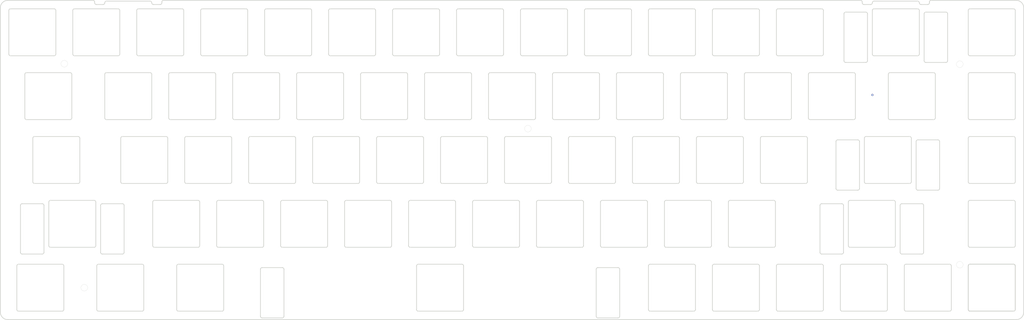
<source format=kicad_pcb>
(kicad_pcb
	(version 20241229)
	(generator "pcbnew")
	(generator_version "9.0")
	(general
		(thickness 1.6)
		(legacy_teardrops no)
	)
	(paper "A3")
	(title_block
		(title "MOD65 plate")
		(date "2025-06-28")
		(rev "2")
		(company "umbacos")
	)
	(layers
		(0 "F.Cu" signal)
		(2 "B.Cu" signal)
		(9 "F.Adhes" user "F.Adhesive")
		(11 "B.Adhes" user "B.Adhesive")
		(13 "F.Paste" user)
		(15 "B.Paste" user)
		(5 "F.SilkS" user "F.Silkscreen")
		(7 "B.SilkS" user "B.Silkscreen")
		(1 "F.Mask" user)
		(3 "B.Mask" user)
		(17 "Dwgs.User" user "User.Drawings")
		(19 "Cmts.User" user "User.Comments")
		(21 "Eco1.User" user "User.Eco1")
		(23 "Eco2.User" user "User.Eco2")
		(25 "Edge.Cuts" user)
		(27 "Margin" user)
		(31 "F.CrtYd" user "F.Courtyard")
		(29 "B.CrtYd" user "B.Courtyard")
		(35 "F.Fab" user)
		(33 "B.Fab" user)
		(39 "User.1" user)
		(41 "User.2" user)
		(43 "User.3" user)
		(45 "User.4" user)
	)
	(setup
		(stackup
			(layer "F.SilkS"
				(type "Top Silk Screen")
			)
			(layer "F.Paste"
				(type "Top Solder Paste")
			)
			(layer "F.Mask"
				(type "Top Solder Mask")
				(thickness 0.01)
			)
			(layer "F.Cu"
				(type "copper")
				(thickness 0.035)
			)
			(layer "dielectric 1"
				(type "core")
				(thickness 1.51)
				(material "FR4")
				(epsilon_r 4.5)
				(loss_tangent 0.02)
			)
			(layer "B.Cu"
				(type "copper")
				(thickness 0.035)
			)
			(layer "B.Mask"
				(type "Bottom Solder Mask")
				(thickness 0.01)
			)
			(layer "B.Paste"
				(type "Bottom Solder Paste")
			)
			(layer "B.SilkS"
				(type "Bottom Silk Screen")
			)
			(copper_finish "None")
			(dielectric_constraints no)
		)
		(pad_to_mask_clearance 0)
		(allow_soldermask_bridges_in_footprints no)
		(tenting front back)
		(pcbplotparams
			(layerselection 0x00000000_00000000_55555555_5755f5ff)
			(plot_on_all_layers_selection 0x00000000_00000000_00000000_00000000)
			(disableapertmacros no)
			(usegerberextensions no)
			(usegerberattributes yes)
			(usegerberadvancedattributes yes)
			(creategerberjobfile yes)
			(dashed_line_dash_ratio 12.000000)
			(dashed_line_gap_ratio 3.000000)
			(svgprecision 4)
			(plotframeref no)
			(mode 1)
			(useauxorigin no)
			(hpglpennumber 1)
			(hpglpenspeed 20)
			(hpglpendiameter 15.000000)
			(pdf_front_fp_property_popups yes)
			(pdf_back_fp_property_popups yes)
			(pdf_metadata yes)
			(pdf_single_document no)
			(dxfpolygonmode yes)
			(dxfimperialunits yes)
			(dxfusepcbnewfont yes)
			(psnegative no)
			(psa4output no)
			(plot_black_and_white yes)
			(sketchpadsonfab no)
			(plotpadnumbers no)
			(hidednponfab no)
			(sketchdnponfab yes)
			(crossoutdnponfab yes)
			(subtractmaskfromsilk no)
			(outputformat 1)
			(mirror no)
			(drillshape 0)
			(scaleselection 1)
			(outputdirectory "")
		)
	)
	(net 0 "")
	(gr_line
		(start 132.49375 137.4)
		(end 145.49375 137.4)
		(stroke
			(width 0.2)
			(type default)
		)
		(layer "Edge.Cuts")
		(uuid "0036c7f5-2f3d-4284-a25a-8ee212c26c58")
	)
	(gr_arc
		(start 265.05625 112.8)
		(mid 264.909803 113.153553)
		(end 264.55625 113.3)
		(stroke
			(width 0.2)
			(type default)
		)
		(layer "Edge.Cuts")
		(uuid "0047f87a-d609-4c28-8ede-553cdee00af1")
	)
	(gr_line
		(start 189.64375 137.4)
		(end 202.64375 137.4)
		(stroke
			(width 0.2)
			(type default)
		)
		(layer "Edge.Cuts")
		(uuid "005765af-2801-404d-bdb2-4b174fa34c7e")
	)
	(gr_arc
		(start 98.65625 99.8)
		(mid 98.802697 99.446447)
		(end 99.15625 99.3)
		(stroke
			(width 0.2)
			(type default)
		)
		(layer "Edge.Cuts")
		(uuid "00a2af14-9db5-47ac-a15f-81792f579204")
	)
	(gr_arc
		(start 251.05625 99.8)
		(mid 251.202697 99.446447)
		(end 251.55625 99.3)
		(stroke
			(width 0.2)
			(type default)
		)
		(layer "Edge.Cuts")
		(uuid "0127488d-dbd3-4cca-a14d-6b6970acab01")
	)
	(gr_arc
		(start 72.4625 156.95)
		(mid 72.60895 156.596464)
		(end 72.9625 156.45)
		(stroke
			(width 0.2)
			(type default)
		)
		(layer "Edge.Cuts")
		(uuid "01314766-473d-442c-bcdf-e3be3afbcb9d")
	)
	(gr_circle
		(center 215.161712 135.043417)
		(end 215.161712 134.043417)
		(stroke
			(width 0.05)
			(type default)
		)
		(fill no)
		(layer "Edge.Cuts")
		(uuid "01539491-8a21-410e-afae-103348ae2813")
	)
	(gr_arc
		(start 131.70625 112.8)
		(mid 131.559803 113.153553)
		(end 131.20625 113.3)
		(stroke
			(width 0.2)
			(type default)
		)
		(layer "Edge.Cuts")
		(uuid "01907a18-2373-4caa-80a6-7fd3b6892d7e")
	)
	(gr_arc
		(start 331.28815 153.4)
		(mid 330.936974 153.255996)
		(end 330.788 152.9069)
		(stroke
			(width 0.2)
			(type default)
		)
		(layer "Edge.Cuts")
		(uuid "01b4315c-90ed-4d00-ae45-002a7dd29f6a")
	)
	(gr_arc
		(start 60.55625 99.8)
		(mid 60.702697 99.446447)
		(end 61.05625 99.3)
		(stroke
			(width 0.2)
			(type default)
		)
		(layer "Edge.Cuts")
		(uuid "0309ea6c-1294-407a-b232-cfd3e89d0b85")
	)
	(gr_line
		(start 58.031141 99.024868)
		(end 58.031141 189.774868)
		(stroke
			(width 0.2)
			(type solid)
		)
		(layer "Edge.Cuts")
		(uuid "03379a89-d53d-4828-85bf-e5cbf5cbb991")
	)
	(gr_line
		(start 260.29375 137.9)
		(end 260.29375 150.9)
		(stroke
			(width 0.2)
			(type default)
		)
		(layer "Edge.Cuts")
		(uuid "036bb6ce-582a-46cd-a905-e14424913faa")
	)
	(gr_line
		(start 131.99375 137.9)
		(end 131.99375 150.9)
		(stroke
			(width 0.2)
			(type default)
		)
		(layer "Edge.Cuts")
		(uuid "03fefb64-ebec-4429-8c13-8877b5c1bcb9")
	)
	(gr_arc
		(start 124.06235 175.5)
		(mid 124.418501 175.648978)
		(end 124.5625 176.007171)
		(stroke
			(width 0.2)
			(type default)
		)
		(layer "Edge.Cuts")
		(uuid "053aa30d-743e-406f-926e-293a8d75680d")
	)
	(gr_line
		(start 274.58125 118.85)
		(end 274.58125 131.85)
		(stroke
			(width 0.2)
			(type default)
		)
		(layer "Edge.Cuts")
		(uuid "057d57bd-22d9-4555-ace6-65d2f59a6fa8")
	)
	(gr_line
		(start 100.75 176.007171)
		(end 100.75 189)
		(stroke
			(width 0.2)
			(type default)
		)
		(layer "Edge.Cuts")
		(uuid "05aea3e3-ceb1-4dbc-be8c-34adf7a96ad6")
	)
	(gr_arc
		(start 331.231141 97.024868)
		(mid 331.584676 97.171316)
		(end 331.731141 97.524868)
		(stroke
			(width 0.2)
			(type solid)
		)
		(layer "Edge.Cuts")
		(uuid "061ff9fb-3c26-4c52-9651-298a29cd5183")
	)
	(gr_arc
		(start 121.68125 118.35)
		(mid 122.034803 118.496447)
		(end 122.18125 118.85)
		(stroke
			(width 0.2)
			(type default)
		)
		(layer "Edge.Cuts")
		(uuid "06c112d9-1155-44a9-8c5d-4fa4b05c3761")
	)
	(gr_arc
		(start 270.10625 99.8)
		(mid 270.252697 99.446447)
		(end 270.60625 99.3)
		(stroke
			(width 0.2)
			(type default)
		)
		(layer "Edge.Cuts")
		(uuid "083b7678-3bc7-40a5-adfb-c2686b891828")
	)
	(gr_arc
		(start 169.80625 112.8)
		(mid 169.659803 113.153553)
		(end 169.30625 113.3)
		(stroke
			(width 0.2)
			(type default)
		)
		(layer "Edge.Cuts")
		(uuid "084435f6-dd5a-4295-b1f0-44eea4da6768")
	)
	(gr_line
		(start 309.1495 157.957171)
		(end 309.1495 171.95)
		(stroke
			(width 0.2)
			(type default)
		)
		(layer "Edge.Cuts")
		(uuid "0931e1f8-f9f2-4dd8-9dee-edd32f794f0a")
	)
	(gr_arc
		(start 280.13125 132.35)
		(mid 279.777697 132.203553)
		(end 279.63125 131.85)
		(stroke
			(width 0.2)
			(type default)
		)
		(layer "Edge.Cuts")
		(uuid "096ae747-ba6d-4a71-8a57-4991fe7f316a")
	)
	(gr_arc
		(start 336.49375 131.85)
		(mid 336.347303 132.203553)
		(end 335.99375 132.35)
		(stroke
			(width 0.2)
			(type default)
		)
		(layer "Edge.Cuts")
		(uuid "0a3ccbbc-cf8a-4d36-bc4b-dabdf4bc7a0e")
	)
	(gr_arc
		(start 207.90625 112.8)
		(mid 207.759803 113.153553)
		(end 207.40625 113.3)
		(stroke
			(width 0.2)
			(type default)
		)
		(layer "Edge.Cuts")
		(uuid "0a49468d-99cd-45ce-8186-8741bf002b2a")
	)
	(gr_line
		(start 141.51875 156.95)
		(end 141.51875 169.95)
		(stroke
			(width 0.2)
			(type default)
		)
		(layer "Edge.Cuts")
		(uuid "0a66ac2f-7deb-4d27-b0b0-269827b9c0a4")
	)
	(gr_line
		(start 322.99375 132.35)
		(end 335.99375 132.35)
		(stroke
			(width 0.2)
			(type default)
		)
		(layer "Edge.Cuts")
		(uuid "0a89df38-1810-495d-bb41-e8d51db754fb")
	)
	(gr_arc
		(start 212.16875 156.45)
		(mid 212.522303 156.596447)
		(end 212.66875 156.95)
		(stroke
			(width 0.2)
			(type default)
		)
		(layer "Edge.Cuts")
		(uuid "0b3cb686-5650-4356-a811-0b27c45e8537")
	)
	(gr_arc
		(start 346.80625 132.35)
		(mid 346.452697 132.203553)
		(end 346.30625 131.85)
		(stroke
			(width 0.2)
			(type default)
		)
		(layer "Edge.Cuts")
		(uuid "0c400523-e75f-4fde-8c08-ce31f41c8f6b")
	)
	(gr_line
		(start 64.0245 157.95)
		(end 64.0245 171.95)
		(stroke
			(width 0.2)
			(type default)
		)
		(layer "Edge.Cuts")
		(uuid "0ccbbf1b-7848-4eed-9264-1cbc22830d1e")
	)
	(gr_line
		(start 98.65625 99.8)
		(end 98.65625 112.8)
		(stroke
			(width 0.2)
			(type default)
		)
		(layer "Edge.Cuts")
		(uuid "0db7da65-01b6-489f-9201-83fed226b2f5")
	)
	(gr_arc
		(start 302.65625 175.5)
		(mid 303.009803 175.646447)
		(end 303.15625 176)
		(stroke
			(width 0.2)
			(type default)
		)
		(layer "Edge.Cuts")
		(uuid "0e64812e-4a8f-4ab9-9406-f1f4bc76b8da")
	)
	(gr_arc
		(start 141.23125 131.85)
		(mid 141.084803 132.203553)
		(end 140.73125 132.35)
		(stroke
			(width 0.2)
			(type default)
		)
		(layer "Edge.Cuts")
		(uuid "0ecf5443-a86c-41a0-beac-d5301476b4bf")
	)
	(gr_line
		(start 318.23125 113.3)
		(end 331.23125 113.3)
		(stroke
			(width 0.2)
			(type default)
		)
		(layer "Edge.Cuts")
		(uuid "0f0f0f46-ddce-474d-9346-c5c678f8d747")
	)
	(gr_arc
		(start 333.0255 171.95)
		(mid 332.87905 172.303536)
		(end 332.5255 172.45)
		(stroke
			(width 0.2)
			(type default)
		)
		(layer "Edge.Cuts")
		(uuid "0f105819-c1c4-4553-ae35-bab7e389e4a9")
	)
	(gr_line
		(start 270.60625 99.3)
		(end 283.60625 99.3)
		(stroke
			(width 0.2)
			(type default)
		)
		(layer "Edge.Cuts")
		(uuid "0f6e9609-a7b5-48a8-b11a-91a4a20e10c6")
	)
	(gr_line
		(start 79.31875 118.85)
		(end 79.31875 131.85)
		(stroke
			(width 0.2)
			(type default)
		)
		(layer "Edge.Cuts")
		(uuid "0fbbb347-f8c8-4212-85b8-f32398901f0c")
	)
	(gr_arc
		(start 107.39375 137.4)
		(mid 107.747303 137.546447)
		(end 107.89375 137.9)
		(stroke
			(width 0.2)
			(type default)
		)
		(layer "Edge.Cuts")
		(uuid "0fc3e765-c323-44da-add0-56227f3919cc")
	)
	(gr_arc
		(start 293.13125 118.35)
		(mid 293.484803 118.496447)
		(end 293.63125 118.85)
		(stroke
			(width 0.2)
			(type default)
		)
		(layer "Edge.Cuts")
		(uuid "0fe3faac-f01b-4978-a3e7-a23d21872f37")
	)
	(gr_line
		(start 193.90625 99.8)
		(end 193.90625 112.8)
		(stroke
			(width 0.2)
			(type default)
		)
		(layer "Edge.Cuts")
		(uuid "10158838-3c16-4ca3-95b1-803f5c02b2a3")
	)
	(gr_arc
		(start 160.28125 131.85)
		(mid 160.134803 132.203553)
		(end 159.78125 132.35)
		(stroke
			(width 0.2)
			(type default)
		)
		(layer "Edge.Cuts")
		(uuid "10372703-c74d-4929-a4b3-e2728e2fc286")
	)
	(gr_line
		(start 237.26875 170.45)
		(end 250.26875 170.45)
		(stroke
			(width 0.2)
			(type default)
		)
		(layer "Edge.Cuts")
		(uuid "1186b538-f244-41a8-b3e7-adc7b484b8c5")
	)
	(gr_arc
		(start 333.16925 100.8)
		(mid 333.315697 100.446447)
		(end 333.66925 100.3)
		(stroke
			(width 0.2)
			(type default)
		)
		(layer "Edge.Cuts")
		(uuid "11b29be3-ffbf-4b8a-b572-fe44a758b418")
	)
	(gr_arc
		(start 260.29375 150.9)
		(mid 260.147303 151.253553)
		(end 259.79375 151.4)
		(stroke
			(width 0.2)
			(type default)
		)
		(layer "Edge.Cuts")
		(uuid "12ef038c-19fd-4e24-9067-f43d2e442417")
	)
	(gr_line
		(start 68.19997 137.4)
		(end 81.19985 137.4)
		(stroke
			(width 0.2)
			(type default)
		)
		(layer "Edge.Cuts")
		(uuid "12fb6197-d130-4620-b1b7-e8fd1a312d6a")
	)
	(gr_arc
		(start 328.84995 137.4)
		(mid 329.206036 137.549014)
		(end 329.35 137.907171)
		(stroke
			(width 0.2)
			(type default)
		)
		(layer "Edge.Cuts")
		(uuid "134238dd-9f3b-47ee-bb1a-f3a67f48f1b3")
	)
	(gr_line
		(start 127.23125 118.85)
		(end 127.23125 131.85)
		(stroke
			(width 0.2)
			(type default)
		)
		(layer "Edge.Cuts")
		(uuid "148909a3-c7b1-4656-8acd-d1de167ae700")
	)
	(gr_line
		(start 246.79375 137.4)
		(end 259.79375 137.4)
		(stroke
			(width 0.2)
			(type default)
		)
		(layer "Edge.Cuts")
		(uuid "151fefe4-b8fa-47a0-903b-160a7a34dcd8")
	)
	(gr_circle
		(center 83.034266 182.499848)
		(end 83.034266 181.499848)
		(stroke
			(width 0.05)
			(type default)
		)
		(fill no)
		(layer "Edge.Cuts")
		(uuid "15244604-5445-4d32-9a93-740be0452a82")
	)
	(gr_arc
		(start 89.13125 118.85)
		(mid 89.277697 118.496447)
		(end 89.63125 118.35)
		(stroke
			(width 0.2)
			(type default)
		)
		(layer "Edge.Cuts")
		(uuid "1549ccf7-22c5-418c-8f28-6591dccd15ff")
	)
	(gr_arc
		(start 310.5875 156.95)
		(mid 310.73395 156.596464)
		(end 311.0875 156.45)
		(stroke
			(width 0.2)
			(type default)
		)
		(layer "Edge.Cuts")
		(uuid "15775886-732c-4e69-8fff-f97e61dbc49c")
	)
	(gr_line
		(start 307.931141 192.024868)
		(end 360.581141 192.024868)
		(stroke
			(width 0.2)
			(type solid)
		)
		(layer "Edge.Cuts")
		(uuid "15935921-9f58-42bd-868f-f096c911434f")
	)
	(gr_line
		(start 346.806141 189.499868)
		(end 359.806141 189.499868)
		(stroke
			(width 0.2)
			(type solid)
		)
		(layer "Edge.Cuts")
		(uuid "15d698f6-f449-4f71-bcf6-92c2860727be")
	)
	(gr_arc
		(start 118.20625 113.3)
		(mid 117.852697 113.153553)
		(end 117.70625 112.8)
		(stroke
			(width 0.2)
			(type default)
		)
		(layer "Edge.Cuts")
		(uuid "168b9f00-2c0f-475d-b66d-f28ff21ee33e")
	)
	(gr_line
		(start 107.89375 137.9)
		(end 107.89375 150.9)
		(stroke
			(width 0.2)
			(type default)
		)
		(layer "Edge.Cuts")
		(uuid "16cb71f7-2d38-404d-88d0-8c3833821c43")
	)
	(gr_arc
		(start 86.75 176)
		(mid 86.89645 175.646464)
		(end 87.25 175.5)
		(stroke
			(width 0.2)
			(type default)
		)
		(layer "Edge.Cuts")
		(uuid "172c484f-01d7-4038-9cd2-4d3bb8b5c6d6")
	)
	(gr_line
		(start 246.00625 99.8)
		(end 246.00625 112.8)
		(stroke
			(width 0.2)
			(type default)
		)
		(layer "Edge.Cuts")
		(uuid "17c4904f-d2a5-4022-8df8-0ccfaed2c3b3")
	)
	(gr_line
		(start 298.68125 118.85)
		(end 298.68125 131.85)
		(stroke
			(width 0.2)
			(type default)
		)
		(layer "Edge.Cuts")
		(uuid "181f6754-a2dc-4667-a24b-f23e19e7a8e6")
	)
	(gr_arc
		(start 346.30625 176)
		(mid 346.452697 175.646447)
		(end 346.80625 175.5)
		(stroke
			(width 0.2)
			(type default)
		)
		(layer "Edge.Cuts")
		(uuid "1a8a8059-b32f-4385-b202-e9015f35688e")
	)
	(gr_arc
		(start 298.68125 118.85)
		(mid 298.827697 118.496447)
		(end 299.18125 118.35)
		(stroke
			(width 0.2)
			(type default)
		)
		(layer "Edge.Cuts")
		(uuid "1b07f7f5-1990-44f6-b2c6-1df29f24771c")
	)
	(gr_line
		(start 346.30625 176)
		(end 346.30625 189)
		(stroke
			(width 0.2)
			(type default)
		)
		(layer "Edge.Cuts")
		(uuid "1b73d1db-3ef3-479d-b4ee-8522ff0f14a1")
	)
	(gr_line
		(start 331.288 138.4)
		(end 337.28795 138.4)
		(stroke
			(width 0.2)
			(type default)
		)
		(layer "Edge.Cuts")
		(uuid "1bcdcdc3-1000-462b-a7ad-54ee613e532f")
	)
	(gr_arc
		(start 261.08125 132.35)
		(mid 260.727697 132.203553)
		(end 260.58125 131.85)
		(stroke
			(width 0.2)
			(type default)
		)
		(layer "Edge.Cuts")
		(uuid "1c0c42d9-85e5-43de-9284-e42df9d4d89b")
	)
	(gr_arc
		(start 269.81875 169.95)
		(mid 269.672303 170.303553)
		(end 269.31875 170.45)
		(stroke
			(width 0.2)
			(type default)
		)
		(layer "Edge.Cuts")
		(uuid "1c535db9-2c66-424c-9d30-a48f97308bcc")
	)
	(gr_line
		(start 146.78125 118.35)
		(end 159.78125 118.35)
		(stroke
			(width 0.2)
			(type default)
		)
		(layer "Edge.Cuts")
		(uuid "1cd41aff-8735-494c-89ef-8f90b0a177df")
	)
	(gr_line
		(start 327.25625 176)
		(end 327.25625 189)
		(stroke
			(width 0.2)
			(type default)
		)
		(layer "Edge.Cuts")
		(uuid "1ce9c91f-a718-4d85-b260-76d8d91f87a7")
	)
	(gr_arc
		(start 94.9005 171.95)
		(mid 94.75405 172.303536)
		(end 94.4005 172.45)
		(stroke
			(width 0.2)
			(type default)
		)
		(layer "Edge.Cuts")
		(uuid "1d2137fc-71b2-4456-8b28-582439fdcadc")
	)
	(gr_arc
		(start 145.49375 137.4)
		(mid 145.847303 137.546447)
		(end 145.99375 137.9)
		(stroke
			(width 0.2)
			(type default)
		)
		(layer "Edge.Cuts")
		(uuid "1e075a1b-0b4f-4d07-8389-588473c32918")
	)
	(gr_arc
		(start 346.30625 118.85)
		(mid 346.452697 118.496447)
		(end 346.80625 118.35)
		(stroke
			(width 0.2)
			(type default)
		)
		(layer "Edge.Cuts")
		(uuid "1e204c79-c433-41b7-aefa-d4194a675da2")
	)
	(gr_line
		(start 184.38125 118.85)
		(end 184.38125 131.85)
		(stroke
			(width 0.2)
			(type default)
		)
		(layer "Edge.Cuts")
		(uuid "1e7ae239-2524-47f5-82cf-c217ae6a89d7")
	)
	(gr_arc
		(start 326.52555 172.45)
		(mid 326.174439 172.305961)
		(end 326.0255 171.9569)
		(stroke
			(width 0.2)
			(type default)
		)
		(layer "Edge.Cuts")
		(uuid "1f090875-e64d-4a3c-a91a-785bfb07a506")
	)
	(gr_line
		(start 333.66925 100.3)
		(end 339.66925 100.3)
		(stroke
			(width 0.2)
			(type default)
		)
		(layer "Edge.Cuts")
		(uuid "1f15660b-0759-44e4-b6cb-d2ff58dd3e12")
	)
	(gr_line
		(start 89.63125 132.35)
		(end 102.63125 132.35)
		(stroke
			(width 0.2)
			(type default)
		)
		(layer "Edge.Cuts")
		(uuid "1f3b4028-cc03-4ba7-8033-e5606946a5d6")
	)
	(gr_line
		(start 265.84375 137.4)
		(end 278.84375 137.4)
		(stroke
			(width 0.2)
			(type default)
		)
		(layer "Edge.Cuts")
		(uuid "1f8fb5a3-3f1b-4070-8d53-503100c09abd")
	)
	(gr_line
		(start 307.412 138.4)
		(end 313.41195 138.4)
		(stroke
			(width 0.2)
			(type default)
		)
		(layer "Edge.Cuts")
		(uuid "1fbc38b2-bbcd-4958-9535-cce208934ba5")
	)
	(gr_arc
		(start 246.00625 112.8)
		(mid 245.859803 113.153553)
		(end 245.50625 113.3)
		(stroke
			(width 0.2)
			(type default)
		)
		(layer "Edge.Cuts")
		(uuid "1fc99834-82b3-49d7-b23d-199dc089f830")
	)
	(gr_arc
		(start 127.73125 132.35)
		(mid 127.377697 132.203553)
		(end 127.23125 131.85)
		(stroke
			(width 0.2)
			(type default)
		)
		(layer "Edge.Cuts")
		(uuid "1ff4ce33-44a9-47e6-8872-db3698ef1da9")
	)
	(gr_line
		(start 217.71875 156.95)
		(end 217.71875 169.95)
		(stroke
			(width 0.2)
			(type default)
		)
		(layer "Edge.Cuts")
		(uuid "2064c84d-f358-4d29-b1d0-11baa1f7af7b")
	)
	(gr_arc
		(start 360.30625 169.95)
		(mid 360.159803 170.303553)
		(end 359.80625 170.45)
		(stroke
			(width 0.2)
			(type default)
		)
		(layer "Edge.Cuts")
		(uuid "20ff3f59-c3dd-4fce-a5a0-897ea1498e88")
	)
	(gr_line
		(start 279.63125 118.85)
		(end 279.63125 131.85)
		(stroke
			(width 0.2)
			(type default)
		)
		(layer "Edge.Cuts")
		(uuid "2150191a-8437-4fff-92df-58b10ff73096")
	)
	(gr_arc
		(start 275.36875 170.45)
		(mid 275.015197 170.303553)
		(end 274.86875 169.95)
		(stroke
			(width 0.2)
			(type default)
		)
		(layer "Edge.Cuts")
		(uuid "2160a05c-357b-41c5-bde7-468e371d083e")
	)
	(gr_arc
		(start 184.88125 132.35)
		(mid 184.527697 132.203553)
		(end 184.38125 131.85)
		(stroke
			(width 0.2)
			(type default)
		)
		(layer "Edge.Cuts")
		(uuid "2164e51b-7827-4b36-96d6-5bce1ec1cc6d")
	)
	(gr_line
		(start 184.88125 118.35)
		(end 197.88125 118.35)
		(stroke
			(width 0.2)
			(type default)
		)
		(layer "Edge.Cuts")
		(uuid "217ca19c-feb4-4a3c-b2ae-141ae93f99ae")
	)
	(gr_arc
		(start 303.15625 112.8)
		(mid 303.009803 113.153553)
		(end 302.65625 113.3)
		(stroke
			(width 0.2)
			(type default)
		)
		(layer "Edge.Cuts")
		(uuid "21fee6a9-dd9d-4b19-81ca-187d3500c6d4")
	)
	(gr_line
		(start 246.79375 151.4)
		(end 259.79375 151.4)
		(stroke
			(width 0.2)
			(type default)
		)
		(layer "Edge.Cuts")
		(uuid "221781d0-28f2-4bff-9928-a52052ccedfa")
	)
	(gr_line
		(start 122.96875 156.45)
		(end 135.96875 156.45)
		(stroke
			(width 0.2)
			(type default)
		)
		(layer "Edge.Cuts")
		(uuid "22818b95-1753-4e3e-be55-e3606d772e27")
	)
	(gr_arc
		(start 330.788 138.9)
		(mid 330.93445 138.546464)
		(end 331.288 138.4)
		(stroke
			(width 0.2)
			(type default)
		)
		(layer "Edge.Cuts")
		(uuid "22c306a5-7d22-4e85-a1bc-5a1f49da6906")
	)
	(gr_arc
		(start 217.71875 156.95)
		(mid 217.865197 156.596447)
		(end 218.21875 156.45)
		(stroke
			(width 0.2)
			(type default)
		)
		(layer "Edge.Cuts")
		(uuid "235a9a4c-ef7f-4372-97ce-54ca39a58370")
	)
	(gr_line
		(start 142.01875 170.45)
		(end 155.01875 170.45)
		(stroke
			(width 0.2)
			(type default)
		)
		(layer "Edge.Cuts")
		(uuid "236255ef-1ec9-41fc-9b8d-4907b953ed3f")
	)
	(gr_line
		(start 334.731141 97.274868)
		(end 334.731141 97.524868)
		(stroke
			(width 0.2)
			(type solid)
		)
		(layer "Edge.Cuts")
		(uuid "23ac4b36-1368-4ce7-9bbf-dcb5bebc5724")
	)
	(gr_line
		(start 213.45625 99.3)
		(end 226.45625 99.3)
		(stroke
			(width 0.2)
			(type default)
		)
		(layer "Edge.Cuts")
		(uuid "23b813f6-2ed6-4c00-813e-f31ca0806063")
	)
	(gr_arc
		(start 335.99375 118.35)
		(mid 336.347303 118.496447)
		(end 336.49375 118.85)
		(stroke
			(width 0.2)
			(type default)
		)
		(layer "Edge.Cuts")
		(uuid "23c99b45-a613-47aa-be82-fac8b0b92bb9")
	)
	(gr_line
		(start 145.99375 137.9)
		(end 145.99375 150.9)
		(stroke
			(width 0.2)
			(type default)
		)
		(layer "Edge.Cuts")
		(uuid "23f5c20d-0f72-4112-bd30-457fa6d5d7aa")
	)
	(gr_arc
		(start 288.36875 156.45)
		(mid 288.722303 156.596447)
		(end 288.86875 156.95)
		(stroke
			(width 0.2)
			(type default)
		)
		(layer "Edge.Cuts")
		(uuid "2547f59e-b8a3-4cd8-9f7a-ab7db7d99a1a")
	)
	(gr_line
		(start 322.99375 118.35)
		(end 335.99375 118.35)
		(stroke
			(width 0.2)
			(type default)
		)
		(layer "Edge.Cuts")
		(uuid "25c1eace-08c4-43ff-bafa-70e868264cc4")
	)
	(gr_line
		(start 310.5875 156.95)
		(end 310.5875 169.9569)
		(stroke
			(width 0.2)
			(type default)
		)
		(layer "Edge.Cuts")
		(uuid "25d501df-5828-4c4c-9de5-52f9d1001f6d")
	)
	(gr_line
		(start 86.131141 97.274868)
		(end 86.131141 97.524868)
		(stroke
			(width 0.2)
			(type solid)
		)
		(layer "Edge.Cuts")
		(uuid "2611253f-7a6d-43a4-bf6e-1013d688a099")
	)
	(gr_line
		(start 165.83125 118.35)
		(end 178.83125 118.35)
		(stroke
			(width 0.2)
			(type default)
		)
		(layer "Edge.Cuts")
		(uuid "26f7f882-cbb1-4024-ab59-229b3fdcad75")
	)
	(gr_line
		(start 334.231141 98.024868)
		(end 332.231141 98.024868)
		(stroke
			(width 0.2)
			(type solid)
		)
		(layer "Edge.Cuts")
		(uuid "27860e04-2563-4d8f-9097-473806071138")
	)
	(gr_arc
		(start 251.55625 189.5)
		(mid 251.202697 189.353553)
		(end 251.05625 189)
		(stroke
			(width 0.2)
			(type default)
		)
		(layer "Edge.Cuts")
		(uuid "27aa1c71-45a1-4acc-8bfa-0259c15db14e")
	)
	(gr_line
		(start 94.39375 151.4)
		(end 107.39375 151.4)
		(stroke
			(width 0.2)
			(type default)
		)
		(layer "Edge.Cuts")
		(uuid "27c96fee-034e-4b36-af47-310befcf48a8")
	)
	(gr_line
		(start 110.5625 176)
		(end 110.5625 189.0069)
		(stroke
			(width 0.2)
			(type default)
		)
		(layer "Edge.Cuts")
		(uuid "283272c3-c649-47c0-b0d8-b1b740651a62")
	)
	(gr_line
		(start 74.55625 99.8)
		(end 74.55625 112.8)
		(stroke
			(width 0.2)
			(type default)
		)
		(layer "Edge.Cuts")
		(uuid "283683b2-a089-4ff7-8865-c43eef99b7b7")
	)
	(gr_arc
		(start 89.131141 97.524868)
		(mid 89.277628 97.171361)
		(end 89.631141 97.024868)
		(stroke
			(width 0.2)
			(type solid)
		)
		(layer "Edge.Cuts")
		(uuid "28c13107-aad9-4e58-a2e0-73eaac29c308")
	)
	(gr_arc
		(start 89.131141 97.524868)
		(mid 88.984676 97.87841)
		(end 88.631141 98.024868)
		(stroke
			(width 0.2)
			(type solid)
		)
		(layer "Edge.Cuts")
		(uuid "290107da-5ce7-4efb-a059-7e8af6a827d8")
	)
	(gr_line
		(start 333.66925 115.3)
		(end 339.66925 115.3)
		(stroke
			(width 0.2)
			(type default)
		)
		(layer "Edge.Cuts")
		(uuid "2952d454-9fba-42ec-8fe7-d78a717454b1")
	)
	(gr_line
		(start 232.00625 99.8)
		(end 232.00625 112.8)
		(stroke
			(width 0.2)
			(type default)
		)
		(layer "Edge.Cuts")
		(uuid "299dd1b6-3e52-46ca-9f6c-f1a175a73f95")
	)
	(gr_line
		(start 242.5 177.007171)
		(end 242.5 191)
		(stroke
			(width 0.2)
			(type default)
		)
		(layer "Edge.Cuts")
		(uuid "2a670092-7a3c-446c-8856-b9e35ed8a0e2")
	)
	(gr_arc
		(start 79.31875 131.85)
		(mid 79.172303 132.203553)
		(end 78.81875 132.35)
		(stroke
			(width 0.2)
			(type default)
		)
		(layer "Edge.Cuts")
		(uuid "2abb260e-a2d5-4666-ae82-f776047f6c5a")
	)
	(gr_arc
		(start 142.5 191)
		(mid 142.353556 191.353571)
		(end 142 191.5)
		(stroke
			(width 0.2)
			(type default)
		)
		(layer "Edge.Cuts")
		(uuid "2adfb6b9-8ab4-4f7d-9294-3a2aa900cb8d")
	)
	(gr_line
		(start 184.09375 137.9)
		(end 184.09375 150.9)
		(stroke
			(width 0.2)
			(type default)
		)
		(layer "Edge.Cuts")
		(uuid "2af89a50-094f-40c3-b4b6-2f9e77a7132a")
	)
	(gr_arc
		(start 87.25005 189.5)
		(mid 86.898939 189.355961)
		(end 86.75 189.0069)
		(stroke
			(width 0.2)
			(type default)
		)
		(layer "Edge.Cuts")
		(uuid "2b0d525f-b1b6-450d-8d63-5da68bec7c13")
	)
	(gr_arc
		(start 317.73125 99.8)
		(mid 317.877697 99.446447)
		(end 318.23125 99.3)
		(stroke
			(width 0.2)
			(type default)
		)
		(layer "Edge.Cuts")
		(uuid "2b0e73e8-ae6c-4239-a3f3-cf0e45fb0ba9")
	)
	(gr_arc
		(start 137.25625 113.3)
		(mid 136.902697 113.153553)
		(end 136.75625 112.8)
		(stroke
			(width 0.2)
			(type default)
		)
		(layer "Edge.Cuts")
		(uuid "2b5ce27c-2e05-4d56-942e-d9807507c6f2")
	)
	(gr_line
		(start 311.08765 170.45)
		(end 324.0875 170.45)
		(stroke
			(width 0.2)
			(type default)
		)
		(layer "Edge.Cuts")
		(uuid "2b5f3f23-7a5f-40b8-b79e-d1bc89565392")
	)
	(gr_arc
		(start 317.731141 97.524868)
		(mid 317.584676 97.87841)
		(end 317.231141 98.024868)
		(stroke
			(width 0.2)
			(type solid)
		)
		(layer "Edge.Cuts")
		(uuid "2b82873c-6aa7-4fdc-8f73-24e7eccc719c")
	)
	(gr_arc
		(start 151.04375 137.9)
		(mid 151.190197 137.546447)
		(end 151.54375 137.4)
		(stroke
			(width 0.2)
			(type default)
		)
		(layer "Edge.Cuts")
		(uuid "2bb42ec5-136d-443f-afeb-fc3fb4c6c306")
	)
	(gr_line
		(start 88.40055 172.45)
		(end 94.4005 172.45)
		(stroke
			(width 0.2)
			(type default)
		)
		(layer "Edge.Cuts")
		(uuid "2bc82c8d-6616-4a95-9f94-af19dafe06e8")
	)
	(gr_line
		(start 108.18125 118.85)
		(end 108.18125 131.85)
		(stroke
			(width 0.2)
			(type default)
		)
		(layer "Edge.Cuts")
		(uuid "2bc9e03d-0db1-4e2b-ba1f-20508598d2f8")
	)
	(gr_line
		(start 293.63125 118.85)
		(end 293.63125 131.85)
		(stroke
			(width 0.2)
			(type default)
		)
		(layer "Edge.Cuts")
		(uuid "2bdc4022-964c-4400-a759-3566188e1838")
	)
	(gr_line
		(start 151.54375 151.4)
		(end 164.54375 151.4)
		(stroke
			(width 0.2)
			(type default)
		)
		(layer "Edge.Cuts")
		(uuid "2bf072fd-3fda-40e6-a297-2d003ac8056f")
	)
	(gr_line
		(start 203.93125 132.35)
		(end 216.93125 132.35)
		(stroke
			(width 0.2)
			(type default)
		)
		(layer "Edge.Cuts")
		(uuid "2c52bcd2-a2d3-4126-87f5-7e9ce2e7baeb")
	)
	(gr_arc
		(start 270.10625 176)
		(mid 270.252697 175.646447)
		(end 270.60625 175.5)
		(stroke
			(width 0.2)
			(type default)
		)
		(layer "Edge.Cuts")
		(uuid "2c82b8bc-192d-472d-84d5-88802f418d74")
	)
	(gr_arc
		(start 136.75625 99.8)
		(mid 136.902697 99.446447)
		(end 137.25625 99.3)
		(stroke
			(width 0.2)
			(type default)
		)
		(layer "Edge.Cuts")
		(uuid "2cd181c0-ae81-4f7b-904b-e8f3460a09c3")
	)
	(gr_line
		(start 307.41205 153.4)
		(end 313.412 153.4)
		(stroke
			(width 0.2)
			(type default)
		)
		(layer "Edge.Cuts")
		(uuid "2d5ec46b-320b-4582-bde3-bbe05c090527")
	)
	(gr_line
		(start 316.29325 100.8)
		(end 316.29325 114.8)
		(stroke
			(width 0.2)
			(type default)
		)
		(layer "Edge.Cuts")
		(uuid "2f723c8d-c0c2-47ee-87aa-e104f1618b46")
	)
	(gr_arc
		(start 110.5625 176)
		(mid 110.70895 175.646464)
		(end 111.0625 175.5)
		(stroke
			(width 0.2)
			(type default)
		)
		(layer "Edge.Cuts")
		(uuid "2fdf3d4c-7871-4cad-9cef-808aea43cacc")
	)
	(gr_line
		(start 155.80625 99.8)
		(end 155.80625 112.8)
		(stroke
			(width 0.2)
			(type default)
		)
		(layer "Edge.Cuts")
		(uuid "30057e58-72dd-4c9a-b910-e0bea4bc7701")
	)
	(gr_line
		(start 315.231141 98.024868)
		(end 317.231141 98.024868)
		(stroke
			(width 0.2)
			(type solid)
		)
		(layer "Edge.Cuts")
		(uuid "313ed0c8-4495-40a5-a9ea-572fadee875a")
	)
	(gr_line
		(start 112.94375 137.9)
		(end 112.94375 150.9)
		(stroke
			(width 0.2)
			(type default)
		)
		(layer "Edge.Cuts")
		(uuid "3157120e-ec9d-43bf-a339-e0cadd1b4f17")
	)
	(gr_arc
		(start 222.98125 132.35)
		(mid 222.627697 132.203553)
		(end 222.48125 131.85)
		(stroke
			(width 0.2)
			(type default)
		)
		(layer "Edge.Cuts")
		(uuid "327e52ea-cd38-4848-8e44-26636a638de5")
	)
	(gr_arc
		(start 236.76875 156.95)
		(mid 236.915197 156.596447)
		(end 237.26875 156.45)
		(stroke
			(width 0.2)
			(type default)
		)
		(layer "Edge.Cuts")
		(uuid "32d954ab-a0db-4e31-8d78-abfa9348f668")
	)
	(gr_line
		(start 86.75 176)
		(end 86.75 189.0069)
		(stroke
			(width 0.2)
			(type default)
		)
		(layer "Edge.Cuts")
		(uuid "3394cb84-f214-43bf-bb40-daddb19c0310")
	)
	(gr_line
		(start 182.5 175.5)
		(end 195.49985 175.5)
		(stroke
			(width 0.2)
			(type default)
		)
		(layer "Edge.Cuts")
		(uuid "34204698-f6fd-4990-b790-e88e6500fe4b")
	)
	(gr_line
		(start 333.16925 100.8)
		(end 333.16925 114.8)
		(stroke
			(width 0.2)
			(type default)
		)
		(layer "Edge.Cuts")
		(uuid "3450ec08-8275-4a92-8b72-5b0a664edc18")
	)
	(gr_arc
		(start 174.56875 169.95)
		(mid 174.422303 170.303553)
		(end 174.06875 170.45)
		(stroke
			(width 0.2)
			(type default)
		)
		(layer "Edge.Cuts")
		(uuid "34a03352-ffed-4c53-befe-e24e77e967c2")
	)
	(gr_arc
		(start 85.631141 96.774868)
		(mid 85.984676 96.921316)
		(end 86.131141 97.274868)
		(stroke
			(width 0.2)
			(type solid)
		)
		(layer "Edge.Cuts")
		(uuid "34af18d9-d498-40c3-a76c-c29a64ecd5ce")
	)
	(gr_line
		(start 174.56875 156.95)
		(end 174.56875 169.95)
		(stroke
			(width 0.2)
			(type default)
		)
		(layer "Edge.Cuts")
		(uuid "353d9c3d-b1d4-4be0-9aa0-7f631f10502f")
	)
	(gr_arc
		(start 359.806141 175.499868)
		(mid 360.159676 175.646316)
		(end 360.306141 175.999868)
		(stroke
			(width 0.2)
			(type solid)
		)
		(layer "Edge.Cuts")
		(uuid "35d04c6f-eb41-4755-9983-36293e2c242a")
	)
	(gr_line
		(start 203.43125 118.85)
		(end 203.43125 131.85)
		(stroke
			(width 0.2)
			(type default)
		)
		(layer "Edge.Cuts")
		(uuid "364d038f-b46a-492d-8f1d-f0351fe60056")
	)
	(gr_line
		(start 127.73125 132.35)
		(end 140.73125 132.35)
		(stroke
			(width 0.2)
			(type default)
		)
		(layer "Edge.Cuts")
		(uuid "3779f52c-1e7b-4694-a5b6-45ab71f57152")
	)
	(gr_arc
		(start 112.94375 137.9)
		(mid 113.090197 137.546447)
		(end 113.44375 137.4)
		(stroke
			(width 0.2)
			(type default)
		)
		(layer "Edge.Cuts")
		(uuid "37c25eff-6794-4c73-8270-38b1a9e022b0")
	)
	(gr_arc
		(start 178.83125 118.35)
		(mid 179.184803 118.496447)
		(end 179.33125 118.85)
		(stroke
			(width 0.2)
			(type default)
		)
		(layer "Edge.Cuts")
		(uuid "38645dfe-4652-4ce8-a252-39a5529283e0")
	)
	(gr_arc
		(start 203.93125 132.35)
		(mid 203.577697 132.203553)
		(end 203.43125 131.85)
		(stroke
			(width 0.2)
			(type default)
		)
		(layer "Edge.Cuts")
		(uuid "38baad45-57bd-4665-ab71-08a4a0c7152b")
	)
	(gr_arc
		(start 326.0255 157.95)
		(mid 326.17195 157.596464)
		(end 326.5255 157.45)
		(stroke
			(width 0.2)
			(type default)
		)
		(layer "Edge.Cuts")
		(uuid "3a21a298-21fc-4b85-9eab-bae6bc2cd2f4")
	)
	(gr_line
		(start 174.85625 99.8)
		(end 174.85625 112.8)
		(stroke
			(width 0.2)
			(type default)
		)
		(layer "Edge.Cuts")
		(uuid "3a856650-8efe-436d-b411-63e2cafd6690")
	)
	(gr_arc
		(start 274.86875 156.95)
		(mid 275.015197 156.596447)
		(end 275.36875 156.45)
		(stroke
			(width 0.2)
			(type default)
		)
		(layer "Edge.Cuts")
		(uuid "3ab89690-50ca-4787-bab4-8a08f776ff51")
	)
	(gr_line
		(start 146.78125 132.35)
		(end 159.78125 132.35)
		(stroke
			(width 0.2)
			(type default)
		)
		(layer "Edge.Cuts")
		(uuid "3aeb972b-7a4f-4424-8733-41119ccb89dc")
	)
	(gr_line
		(start 222.98125 118.35)
		(end 235.98125 118.35)
		(stroke
			(width 0.2)
			(type default)
		)
		(layer "Edge.Cuts")
		(uuid "3b7e282f-485d-41bb-b2cb-7b9948772c92")
	)
	(gr_line
		(start 237.26875 156.45)
		(end 250.26875 156.45)
		(stroke
			(width 0.2)
			(type default)
		)
		(layer "Edge.Cuts")
		(uuid "3bb2079f-08eb-4810-8d60-45be0d15d98a")
	)
	(gr_arc
		(start 113.44375 151.4)
		(mid 113.090197 151.253553)
		(end 112.94375 150.9)
		(stroke
			(width 0.2)
			(type default)
		)
		(layer "Edge.Cuts")
		(uuid "3bb52aa3-2247-46d5-9cc4-45dd76ace12d")
	)
	(gr_line
		(start 256.31875 156.45)
		(end 269.31875 156.45)
		(stroke
			(width 0.2)
			(type default)
		)
		(layer "Edge.Cuts")
		(uuid "3d370331-81a7-422b-b624-55b8ef8fc7a3")
	)
	(gr_arc
		(start 188.85625 112.8)
		(mid 188.709803 113.153553)
		(end 188.35625 113.3)
		(stroke
			(width 0.2)
			(type default)
		)
		(layer "Edge.Cuts")
		(uuid "3d4e9d82-6934-46af-a6a0-13ba255fea5e")
	)
	(gr_line
		(start 113.44375 151.4)
		(end 126.44375 151.4)
		(stroke
			(width 0.2)
			(type default)
		)
		(layer "Edge.Cuts")
		(uuid "3d8ce0c9-4090-4ae6-96f3-b76c9406f414")
	)
	(gr_line
		(start 251.55625 175.5)
		(end 264.55625 175.5)
		(stroke
			(width 0.2)
			(type default)
		)
		(layer "Edge.Cuts")
		(uuid "3e47b318-09d7-4fd5-87f4-d0c9cb00270e")
	)
	(gr_arc
		(start 346.80625 170.45)
		(mid 346.452697 170.303553)
		(end 346.30625 169.95)
		(stroke
			(width 0.2)
			(type default)
		)
		(layer "Edge.Cuts")
		(uuid "3e899b37-3b8f-42be-8866-22aaadf50112")
	)
	(gr_arc
		(start 161.06875 170.45)
		(mid 160.715197 170.303553)
		(end 160.56875 169.95)
		(stroke
			(width 0.2)
			(type default)
		)
		(layer "Edge.Cuts")
		(uuid "3e94c7c1-1a5d-480b-8683-2ffabb5d725a")
	)
	(gr_arc
		(start 340.75625 175.5)
		(mid 341.109803 175.646447)
		(end 341.25625 176)
		(stroke
			(width 0.2)
			(type default)
		)
		(layer "Edge.Cuts")
		(uuid "3f12b892-4fc1-41db-8c1b-86d90003bed4")
	)
	(gr_arc
		(start 360.30625 150.9)
		(mid 360.159803 151.253553)
		(end 359.80625 151.4)
		(stroke
			(width 0.2)
			(type default)
		)
		(layer "Edge.Cuts")
		(uuid "3f1ba49f-df84-4636-83a3-3398f3321994")
	)
	(gr_arc
		(start 321.70625 175.5)
		(mid 322.059803 175.646447)
		(end 322.20625 176)
		(stroke
			(width 0.2)
			(type default)
		)
		(layer "Edge.Cuts")
		(uuid "3f3df6b0-a576-45d9-bf4f-8612eb2136eb")
	)
	(gr_line
		(start 326.0255 157.95)
		(end 326.0255 171.9569)
		(stroke
			(width 0.2)
			(type default)
		)
		(layer "Edge.Cuts")
		(uuid "3fa69542-5467-4318-babe-3a2540c2a9f1")
	)
	(gr_arc
		(start 306.912 138.9)
		(mid 307.05845 138.546464)
		(end 307.412 138.4)
		(stroke
			(width 0.2)
			(type default)
		)
		(layer "Edge.Cuts")
		(uuid "403c41d4-47b8-490b-8e1f-c6e79c74962b")
	)
	(gr_line
		(start 199.16875 156.45)
		(end 212.16875 156.45)
		(stroke
			(width 0.2)
			(type default)
		)
		(layer "Edge.Cuts")
		(uuid "404af556-4893-48ff-b531-7c3bd9588ae7")
	)
	(gr_line
		(start 274.86875 156.95)
		(end 274.86875 169.95)
		(stroke
			(width 0.2)
			(type default)
		)
		(layer "Edge.Cuts")
		(uuid "4079b7bd-e00c-4475-922d-c0875c4aa30e")
	)
	(gr_line
		(start 161.06875 156.45)
		(end 174.06875 156.45)
		(stroke
			(width 0.2)
			(type default)
		)
		(layer "Edge.Cuts")
		(uuid "40f9c036-c328-437d-88e8-57e5a4240e73")
	)
	(gr_arc
		(start 102.63125 118.35)
		(mid 102.984803 118.496447)
		(end 103.13125 118.85)
		(stroke
			(width 0.2)
			(type default)
		)
		(layer "Edge.Cuts")
		(uuid "410d702e-ab1a-4404-b7c7-2ac3de50c3d3")
	)
	(gr_arc
		(start 359.80625 156.45)
		(mid 360.159803 156.596447)
		(end 360.30625 156.95)
		(stroke
			(width 0.2)
			(type default)
		)
		(layer "Edge.Cuts")
		(uuid "415241f1-b0ab-48ef-9c31-2c3581a11b25")
	)
	(gr_arc
		(start 269.31875 156.45)
		(mid 269.672303 156.596447)
		(end 269.81875 156.95)
		(stroke
			(width 0.2)
			(type default)
		)
		(layer "Edge.Cuts")
		(uuid "4192e07e-da5a-47c5-bcd2-cdf955d2a854")
	)
	(gr_arc
		(start 359.80625 137.4)
		(mid 360.159803 137.546447)
		(end 360.30625 137.9)
		(stroke
			(width 0.2)
			(type default)
		)
		(layer "Edge.Cuts")
		(uuid "4197fa3b-350a-4aa3-a285-70468fbfbf07")
	)
	(gr_arc
		(start 126.94375 150.9)
		(mid 126.797303 151.253553)
		(end 126.44375 151.4)
		(stroke
			(width 0.2)
			(type default)
		)
		(layer "Edge.Cuts")
		(uuid "41cf0062-04d7-4868-b884-1466ac4015e8")
	)
	(gr_line
		(start 63.4375 175.5)
		(end 76.43745 175.5)
		(stroke
			(width 0.2)
			(type default)
		)
		(layer "Edge.Cuts")
		(uuid "4229475e-92e6-4465-838b-d66c6aeb30f5")
	)
	(gr_arc
		(start 231.71875 169.95)
		(mid 231.572303 170.303553)
		(end 231.21875 170.45)
		(stroke
			(width 0.2)
			(type default)
		)
		(layer "Edge.Cuts")
		(uuid "429ca09d-8f08-4ffc-800e-35a8aeb893ae")
	)
	(gr_line
		(start 302.64965 172.45)
		(end 308.6495 172.45)
		(stroke
			(width 0.2)
			(type default)
		)
		(layer "Edge.Cuts")
		(uuid "4332c4d1-c2b2-4522-b5c2-aaed174655e3")
	)
	(gr_line
		(start 289.65625 189.5)
		(end 302.65625 189.5)
		(stroke
			(width 0.2)
			(type default)
		)
		(layer "Edge.Cuts")
		(uuid "43706e0b-06cf-4dbc-9753-9dfd735c9544")
	)
	(gr_line
		(start 318.23125 99.3)
		(end 331.23125 99.3)
		(stroke
			(width 0.2)
			(type default)
		)
		(layer "Edge.Cuts")
		(uuid "43dabe57-50b0-4631-bd4c-42186b01bf22")
	)
	(gr_line
		(start 71.0245 157.957171)
		(end 71.0245 171.95003)
		(stroke
			(width 0.2)
			(type default)
		)
		(layer "Edge.Cuts")
		(uuid "43eb87b4-7481-47c9-8c0c-30f429c5dc32")
	)
	(gr_arc
		(start 61.05625 113.3)
		(mid 60.702697 113.153553)
		(end 60.55625 112.8)
		(stroke
			(width 0.2)
			(type default)
		)
		(layer "Edge.Cuts")
		(uuid "442919da-f5da-4dce-bce8-f7ba9577ce8d")
	)
	(gr_arc
		(start 70.52445 157.45)
		(mid 70.880536 157.599014)
		(end 71.0245 157.957171)
		(stroke
			(width 0.2)
			(type default)
		)
		(layer "Edge.Cuts")
		(uuid "444816d5-755f-4686-bfd8-d76ad041be80")
	)
	(gr_arc
		(start 155.01875 156.45)
		(mid 155.372303 156.596447)
		(end 155.51875 156.95)
		(stroke
			(width 0.2)
			(type default)
		)
		(layer "Edge.Cuts")
		(uuid "44cc53ed-f35d-47b8-a573-acd0d871e272")
	)
	(gr_arc
		(start 255.53125 131.85)
		(mid 255.384803 132.203553)
		(end 255.03125 132.35)
		(stroke
			(width 0.2)
			(type default)
		)
		(layer "Edge.Cuts")
		(uuid "44f8d577-4ba7-409d-bbc4-065534093d67")
	)
	(gr_arc
		(start 360.30625 112.8)
		(mid 360.159803 113.153553)
		(end 359.80625 113.3)
		(stroke
			(width 0.2)
			(type default)
		)
		(layer "Edge.Cuts")
		(uuid "45ca676e-e189-4845-bc89-257ac0963eed")
	)
	(gr_line
		(start 308.70625 175.5)
		(end 321.70625 175.5)
		(stroke
			(width 0.2)
			(type default)
		)
		(layer "Edge.Cuts")
		(uuid "45f3ac02-a0dd-43a2-a672-6ba4ecb07660")
	)
	(gr_line
		(start 326.52555 172.45)
		(end 332.5255 172.45)
		(stroke
			(width 0.2)
			(type default)
		)
		(layer "Edge.Cuts")
		(uuid "46397811-e08e-48ab-bc4e-21257625e197")
	)
	(gr_arc
		(start 236.00005 191.5)
		(mid 235.646479 191.353536)
		(end 235.5 191.0069)
		(stroke
			(width 0.2)
			(type default)
		)
		(layer "Edge.Cuts")
		(uuid "4686dbef-29f7-4a98-bedf-4e92dd5a9552")
	)
	(gr_line
		(start 99.15625 99.3)
		(end 112.15625 99.3)
		(stroke
			(width 0.2)
			(type default)
		)
		(layer "Edge.Cuts")
		(uuid "46d521cf-9361-4630-8569-7cd542d7113a")
	)
	(gr_arc
		(start 103.631141 98.024868)
		(mid 103.27754 97.878452)
		(end 103.131141 97.524868)
		(stroke
			(width 0.2)
			(type solid)
		)
		(layer "Edge.Cuts")
		(uuid "47077f20-5115-46d0-b994-3ea763710b4a")
	)
	(gr_arc
		(start 208.19375 137.9)
		(mid 208.340197 137.546447)
		(end 208.69375 137.4)
		(stroke
			(width 0.2)
			(type default)
		)
		(layer "Edge.Cuts")
		(uuid "472504b7-174f-4dad-aaef-2235bfe072f0")
	)
	(gr_line
		(start 241.24375 137.9)
		(end 241.24375 150.9)
		(stroke
			(width 0.2)
			(type default)
		)
		(layer "Edge.Cuts")
		(uuid "47b509a8-0322-45f5-b526-ec4aabcd32e8")
	)
	(gr_arc
		(start 308.70625 189.5)
		(mid 308.352697 189.353553)
		(end 308.20625 189)
		(stroke
			(width 0.2)
			(type default)
		)
		(layer "Edge.Cuts")
		(uuid "47f416a4-bd59-4c88-9d7b-3ac709088a9d")
	)
	(gr_line
		(start 64.5245 172.45)
		(end 70.52453 172.45)
		(stroke
			(width 0.2)
			(type default)
		)
		(layer "Edge.Cuts")
		(uuid "4958ec52-f982-4242-bb93-54d5ea0bc0e5")
	)
	(gr_line
		(start 260.58125 118.85)
		(end 260.58125 131.85)
		(stroke
			(width 0.2)
			(type default)
		)
		(layer "Edge.Cuts")
		(uuid "4ac871ee-4197-4846-87df-69c74e43f3d8")
	)
	(gr_line
		(start 235.5 177)
		(end 235.5 191.0069)
		(stroke
			(width 0.2)
			(type default)
		)
		(layer "Edge.Cuts")
		(uuid "4aef22c9-e53e-4d1d-8f44-30ff7cd89fc2")
	)
	(gr_line
		(start 151.04375 137.9)
		(end 151.04375 150.9)
		(stroke
			(width 0.2)
			(type default)
		)
		(layer "Edge.Cuts")
		(uuid "4b424f75-14ba-4730-825e-591d1ba1d1db")
	)
	(gr_arc
		(start 299.18125 132.35)
		(mid 298.827697 132.203553)
		(end 298.68125 131.85)
		(stroke
			(width 0.2)
			(type default)
		)
		(layer "Edge.Cuts")
		(uuid "4b546b8f-a759-4c7b-8ec4-e08819d0eb25")
	)
	(gr_line
		(start 346.80625 151.4)
		(end 359.80625 151.4)
		(stroke
			(width 0.2)
			(type default)
		)
		(layer "Edge.Cuts")
		(uuid "4b5aaca7-eb1b-49ed-a5e8-737a705c5044")
	)
	(gr_arc
		(start 227.24375 137.9)
		(mid 227.390197 137.546447)
		(end 227.74375 137.4)
		(stroke
			(width 0.2)
			(type default)
		)
		(layer "Edge.Cuts")
		(uuid "4b5e06d9-3eab-4677-876c-16305b8c3cc3")
	)
	(gr_arc
		(start 334.731141 97.274868)
		(mid 334.877628 96.921361)
		(end 335.231141 96.774868)
		(stroke
			(width 0.2)
			(type solid)
		)
		(layer "Edge.Cuts")
		(uuid "4bb4ae21-9fd9-4cd3-b2cb-d2098cc47823")
	)
	(gr_arc
		(start 142.01875 170.45)
		(mid 141.665197 170.303553)
		(end 141.51875 169.95)
		(stroke
			(width 0.2)
			(type default)
		)
		(layer "Edge.Cuts")
		(uuid "4c31b898-07de-433a-b45b-97168670e3c1")
	)
	(gr_arc
		(start 203.43125 118.85)
		(mid 203.577697 118.496447)
		(end 203.93125 118.35)
		(stroke
			(width 0.2)
			(type default)
		)
		(layer "Edge.Cuts")
		(uuid "4c3b5c31-45b2-4cf1-a207-faec497ad7bd")
	)
	(gr_arc
		(start 65.81875 132.35)
		(mid 65.465197 132.203553)
		(end 65.31875 131.85)
		(stroke
			(width 0.2)
			(type default)
		)
		(layer "Edge.Cuts")
		(uuid "4c5a6d94-6e9a-482c-8908-b6a6cdf77cbd")
	)
	(gr_arc
		(start 195.49985 175.5)
		(mid 195.856001 175.648978)
		(end 196 176.007171)
		(stroke
			(width 0.2)
			(type default)
		)
		(layer "Edge.Cuts")
		(uuid "4c986d3d-6641-45f8-89e9-50a3712079ee")
	)
	(gr_arc
		(start 288.86875 169.95)
		(mid 288.722303 170.303553)
		(end 288.36875 170.45)
		(stroke
			(width 0.2)
			(type default)
		)
		(layer "Edge.Cuts")
		(uuid "4ca76778-0706-4c0e-8804-a911067fbfc8")
	)
	(gr_arc
		(start 332.52545 157.45)
		(mid 332.881536 157.599014)
		(end 333.0255 157.957171)
		(stroke
			(width 0.2)
			(type default)
		)
		(layer "Edge.Cuts")
		(uuid "4cc6853a-38df-4618-923c-8a594aa65173")
	)
	(gr_line
		(start 362.831141 99.024868)
		(end 362.831141 189.774868)
		(stroke
			(width 0.2)
			(type solid)
		)
		(layer "Edge.Cuts")
		(uuid "4cdc06eb-c603-4bb2-8135-5e47ffbd489d")
	)
	(gr_arc
		(start 251.05625 176)
		(mid 251.202697 175.646447)
		(end 251.55625 175.5)
		(stroke
			(width 0.2)
			(type default)
		)
		(layer "Edge.Cuts")
		(uuid "4d955a4b-7fa4-4402-a638-aa4b6bf69b37")
	)
	(gr_line
		(start 236 176.5)
		(end 241.99995 176.5)
		(stroke
			(width 0.2)
			(type default)
		)
		(layer "Edge.Cuts")
		(uuid "4d9f0453-06e2-4d74-810e-685dd2174ca8")
	)
	(gr_line
		(start 331.28815 153.4)
		(end 337.288 153.4)
		(stroke
			(width 0.2)
			(type default)
		)
		(layer "Edge.Cuts")
		(uuid "4d9fd90f-4e51-4bbb-802f-8bbd25e36732")
	)
	(gr_arc
		(start 60.281141 192.024868)
		(mid 58.690133 191.365859)
		(end 58.031141 189.774868)
		(stroke
			(width 0.2)
			(type solid)
		)
		(layer "Edge.Cuts")
		(uuid "4db08108-dbab-433d-8ff7-5a07507117be")
	)
	(gr_arc
		(start 222.48125 118.85)
		(mid 222.627697 118.496447)
		(end 222.98125 118.35)
		(stroke
			(width 0.2)
			(type default)
		)
		(layer "Edge.Cuts")
		(uuid "4dd7b469-0365-4ae9-9ed3-715db82c88fb")
	)
	(gr_line
		(start 179.61875 156.95)
		(end 179.61875 169.95)
		(stroke
			(width 0.2)
			(type default)
		)
		(layer "Edge.Cuts")
		(uuid "4de6232b-3b22-4f46-984b-145e12c0276a")
	)
	(gr_line
		(start 346.80625 175.5)
		(end 359.80625 175.5)
		(stroke
			(width 0.2)
			(type default)
		)
		(layer "Edge.Cuts")
		(uuid "4e0b0676-272d-4123-b1d8-a9ee1622c521")
	)
	(gr_line
		(start 150.75625 99.8)
		(end 150.75625 112.8)
		(stroke
			(width 0.2)
			(type default)
		)
		(layer "Edge.Cuts")
		(uuid "4e68ffd2-de6a-412e-86a3-2c09d0a51016")
	)
	(gr_arc
		(start 151.54375 151.4)
		(mid 151.190197 151.253553)
		(end 151.04375 150.9)
		(stroke
			(width 0.2)
			(type default)
		)
		(layer "Edge.Cuts")
		(uuid "4ed4ddd1-2e79-4f82-ba9d-1708107fe741")
	)
	(gr_line
		(start 118.20625 99.3)
		(end 131.20625 99.3)
		(stroke
			(width 0.2)
			(type default)
		)
		(layer "Edge.Cuts")
		(uuid "4f03b371-aa03-4374-84b1-8e49ba87b339")
	)
	(gr_arc
		(start 311.08765 170.45)
		(mid 310.736474 170.305996)
		(end 310.5875 169.9569)
		(stroke
			(width 0.2)
			(type default)
		)
		(layer "Edge.Cuts")
		(uuid "4f1a2e7e-8bec-470d-a820-b98e07f5b580")
	)
	(gr_line
		(start 265.34375 137.9)
		(end 265.34375 150.9)
		(stroke
			(width 0.2)
			(type default)
		)
		(layer "Edge.Cuts")
		(uuid "4f96fae2-d590-4416-80c8-6a019d3707fb")
	)
	(gr_arc
		(start 102.631141 97.024868)
		(mid 102.984676 97.171316)
		(end 103.131141 97.524868)
		(stroke
			(width 0.2)
			(type solid)
		)
		(layer "Edge.Cuts")
		(uuid "4fffecd0-12c1-4b52-9733-90340ea794e5")
	)
	(gr_line
		(start 189.14375 137.9)
		(end 189.14375 150.9)
		(stroke
			(width 0.2)
			(type default)
		)
		(layer "Edge.Cuts")
		(uuid "504d3dda-9cff-45ad-afe4-cedb8ab07c0c")
	)
	(gr_line
		(start 103.91875 170.45)
		(end 116.91875 170.45)
		(stroke
			(width 0.2)
			(type default)
		)
		(layer "Edge.Cuts")
		(uuid "51157247-c43c-425e-acc6-390c008c37dd")
	)
	(gr_line
		(start 208.19375 137.9)
		(end 208.19375 150.9)
		(stroke
			(width 0.2)
			(type default)
		)
		(layer "Edge.Cuts")
		(uuid "5198c66f-b866-4c48-9122-2c808e9d8c6b")
	)
	(gr_arc
		(start 207.40625 99.3)
		(mid 207.759803 99.446447)
		(end 207.90625 99.8)
		(stroke
			(width 0.2)
			(type default)
		)
		(layer "Edge.Cuts")
		(uuid "51d4868e-148a-48d1-b436-a7050e105fa2")
	)
	(gr_line
		(start 67.7 137.89997)
		(end 67.7 150.9069)
		(stroke
			(width 0.2)
			(type default)
		)
		(layer "Edge.Cuts")
		(uuid "51e273a3-0bd2-4226-ae34-f8b365ec2c11")
	)
	(gr_arc
		(start 309.29325 100.8)
		(mid 309.439697 100.446447)
		(end 309.79325 100.3)
		(stroke
			(width 0.2)
			(type default)
		)
		(layer "Edge.Cuts")
		(uuid "52402a7a-5799-4518-918f-3fbe658b24e1")
	)
	(gr_line
		(start 236.76875 156.95)
		(end 236.76875 169.95)
		(stroke
			(width 0.2)
			(type default)
		)
		(layer "Edge.Cuts")
		(uuid "52cea6f9-a3f1-4496-806c-794a9c820858")
	)
	(gr_line
		(start 324.5875 156.957171)
		(end 324.5875 169.95)
		(stroke
			(width 0.2)
			(type default)
		)
		(layer "Edge.Cuts")
		(uuid "52f3b459-3b30-4f5c-9711-771981618da7")
	)
	(gr_line
		(start 270.60625 175.5)
		(end 283.60625 175.5)
		(stroke
			(width 0.2)
			(type default)
		)
		(layer "Edge.Cuts")
		(uuid "53327c5a-8a4b-470f-a7e0-8893f74e93f7")
	)
	(gr_arc
		(start 359.80625 118.35)
		(mid 360.159803 118.496447)
		(end 360.30625 118.85)
		(stroke
			(width 0.2)
			(type default)
		)
		(layer "Edge.Cuts")
		(uuid "53529ab3-b8ea-4c53-9acb-924baf80d30f")
	)
	(gr_line
		(start 222.19375 137.9)
		(end 222.19375 150.9)
		(stroke
			(width 0.2)
			(type default)
		)
		(layer "Edge.Cuts")
		(uuid "548cbf1f-3f21-4435-8b6b-9eeb7b79701d")
	)
	(gr_line
		(start 270.10625 99.8)
		(end 270.10625 112.8)
		(stroke
			(width 0.2)
			(type default)
		)
		(layer "Edge.Cuts")
		(uuid "54ffd371-cdac-47d8-a89c-49406d4168ce")
	)
	(gr_line
		(start 136.00005 191.5)
		(end 142 191.5)
		(stroke
			(width 0.2)
			(type default)
		)
		(layer "Edge.Cuts")
		(uuid "5583faf0-8276-495b-91ca-7562f9fc05da")
	)
	(gr_line
		(start 131.70625 99.8)
		(end 131.70625 112.8)
		(stroke
			(width 0.2)
			(type default)
		)
		(layer "Edge.Cuts")
		(uuid "560f676f-631d-47d8-8857-f0be76d5387a")
	)
	(gr_arc
		(start 116.91875 156.45)
		(mid 117.272303 156.596447)
		(end 117.41875 156.95)
		(stroke
			(width 0.2)
			(type default)
		)
		(layer "Edge.Cuts")
		(uuid "56246659-6830-4a16-972c-bbb75f96121c")
	)
	(gr_arc
		(start 227.74375 151.4)
		(mid 227.390197 151.253553)
		(end 227.24375 150.9)
		(stroke
			(width 0.2)
			(type default)
		)
		(layer "Edge.Cuts")
		(uuid "563d13b5-45fa-4fe5-9a14-e4d796d15a45")
	)
	(gr_arc
		(start 346.80625 113.3)
		(mid 346.452697 113.153553)
		(end 346.30625 112.8)
		(stroke
			(width 0.2)
			(type default)
		)
		(layer "Edge.Cuts")
		(uuid "564f0d9c-82fc-4201-8032-faa9e73b09a1")
	)
	(gr_arc
		(start 87.9005 157.95)
		(mid 88.04695 157.596464)
		(end 88.4005 157.45)
		(stroke
			(width 0.2)
			(type default)
		)
		(layer "Edge.Cuts")
		(uuid "565fa2c9-aa63-4c68-afc9-596be8b2e717")
	)
	(gr_arc
		(start 340.16925 114.8)
		(mid 340.022803 115.153553)
		(end 339.66925 115.3)
		(stroke
			(width 0.2)
			(type default)
		)
		(layer "Edge.Cuts")
		(uuid "56aeb794-90d1-4357-b108-12cc4f194120")
	)
	(gr_line
		(start 88.4005 157.45)
		(end 94.40045 157.45)
		(stroke
			(width 0.2)
			(type default)
		)
		(layer "Edge.Cuts")
		(uuid "56eb85ee-02a0-42f8-899b-5a4a007dc43d")
	)
	(gr_arc
		(start 231.21875 156.45)
		(mid 231.572303 156.596447)
		(end 231.71875 156.95)
		(stroke
			(width 0.2)
			(type default)
		)
		(layer "Edge.Cuts")
		(uuid "581f0420-3406-4ec8-b923-95f4e6688c4e")
	)
	(gr_arc
		(start 159.78125 118.35)
		(mid 160.134803 118.496447)
		(end 160.28125 118.85)
		(stroke
			(width 0.2)
			(type default)
		)
		(layer "Edge.Cuts")
		(uuid "58a5d59f-06ae-4bc0-87d3-4aa349b9321d")
	)
	(gr_line
		(start 346.80625 170.45)
		(end 359.80625 170.45)
		(stroke
			(width 0.2)
			(type default)
		)
		(layer "Edge.Cuts")
		(uuid "58d4b79b-6068-445f-9e7d-4aa7de90a0d7")
	)
	(gr_arc
		(start 132.49375 151.4)
		(mid 132.140197 151.253553)
		(end 131.99375 150.9)
		(stroke
			(width 0.2)
			(type default)
		)
		(layer "Edge.Cuts")
		(uuid "59507c31-4899-4d2a-a0cf-6e12435e3700")
	)
	(gr_arc
		(start 309.1495 171.95)
		(mid 309.00305 172.303536)
		(end 308.6495 172.45)
		(stroke
			(width 0.2)
			(type default)
		)
		(layer "Edge.Cuts")
		(uuid "59b752eb-97ed-4c5a-ba8e-ea46189c2feb")
	)
	(gr_line
		(start 180.11875 156.45)
		(end 193.11875 156.45)
		(stroke
			(width 0.2)
			(type default)
		)
		(layer "Edge.Cuts")
		(uuid "59c14838-b34f-423d-aa45-065ca3b3b3a2")
	)
	(gr_arc
		(start 218.21875 170.45)
		(mid 217.865197 170.303553)
		(end 217.71875 169.95)
		(stroke
			(width 0.2)
			(type default)
		)
		(layer "Edge.Cuts")
		(uuid "59f42c59-bca8-4eb5-958e-f2e3b8111318")
	)
	(gr_arc
		(start 117.70625 99.8)
		(mid 117.852697 99.446447)
		(end 118.20625 99.3)
		(stroke
			(width 0.2)
			(type default)
		)
		(layer "Edge.Cuts")
		(uuid "5a16e9d1-c2dd-4148-bdc3-9dab0bd92087")
	)
	(gr_arc
		(start 170.59375 151.4)
		(mid 170.240197 151.253553)
		(end 170.09375 150.9)
		(stroke
			(width 0.2)
			(type default)
		)
		(layer "Edge.Cuts")
		(uuid "5ac0d658-76b5-45b2-b660-9209c959501c")
	)
	(gr_arc
		(start 94.39375 151.4)
		(mid 94.040197 151.253553)
		(end 93.89375 150.9)
		(stroke
			(width 0.2)
			(type default)
		)
		(layer "Edge.Cuts")
		(uuid "5ac9a5c4-c58b-4557-b48a-b11969cbc569")
	)
	(gr_arc
		(start 197.88125 118.35)
		(mid 198.234803 118.496447)
		(end 198.38125 118.85)
		(stroke
			(width 0.2)
			(type default)
		)
		(layer "Edge.Cuts")
		(uuid "5acee5d5-1ed0-4127-a0bc-786cf9a7ac38")
	)
	(gr_line
		(start 111.0625 175.5)
		(end 124.06235 175.5)
		(stroke
			(width 0.2)
			(type default)
		)
		(layer "Edge.Cuts")
		(uuid "5b29a38a-7073-44d8-9b0d-0a0bf0a52cfa")
	)
	(gr_arc
		(start 279.34375 150.9)
		(mid 279.197303 151.253553)
		(end 278.84375 151.4)
		(stroke
			(width 0.2)
			(type default)
		)
		(layer "Edge.Cuts")
		(uuid "5b8bdc12-643a-4366-a636-81903cf51833")
	)
	(gr_line
		(start 251.55625 189.5)
		(end 264.55625 189.5)
		(stroke
			(width 0.2)
			(type default)
		)
		(layer "Edge.Cuts")
		(uuid "5b9439f8-18a8-46e6-bc91-b9b4db077d12")
	)
	(gr_arc
		(start 81.7 150.9)
		(mid 81.55355 151.253536)
		(end 81.2 151.4)
		(stroke
			(width 0.2)
			(type default)
		)
		(layer "Edge.Cuts")
		(uuid "5ba6d664-45e5-4d23-b7d3-6b46de8afc98")
	)
	(gr_line
		(start 232.50625 99.3)
		(end 245.50625 99.3)
		(stroke
			(width 0.2)
			(type default)
		)
		(layer "Edge.Cuts")
		(uuid "5bc9a5d6-687a-4800-a7fd-3ac513bf9474")
	)
	(gr_arc
		(start 160.56875 156.95)
		(mid 160.715197 156.596447)
		(end 161.06875 156.45)
		(stroke
			(width 0.2)
			(type default)
		)
		(layer "Edge.Cuts")
		(uuid "5c1aa22e-b262-4da6-810b-12559b80749f")
	)
	(gr_arc
		(start 315.79325 100.3)
		(mid 316.146803 100.446447)
		(end 316.29325 100.8)
		(stroke
			(width 0.2)
			(type default)
		)
		(layer "Edge.Cuts")
		(uuid "5c21b687-9d9c-4a3e-81d0-535de6119963")
	)
	(gr_line
		(start 156.30625 99.3)
		(end 169.30625 99.3)
		(stroke
			(width 0.2)
			(type default)
		)
		(layer "Edge.Cuts")
		(uuid "5cf4c615-2b63-4896-8338-7f17e32dda4b")
	)
	(gr_line
		(start 103.41875 156.95)
		(end 103.41875 169.95)
		(stroke
			(width 0.2)
			(type default)
		)
		(layer "Edge.Cuts")
		(uuid "5d9de6fb-90f8-4ec0-b7a8-481dc889bce4")
	)
	(gr_line
		(start 289.15625 176)
		(end 289.15625 189)
		(stroke
			(width 0.2)
			(type default)
		)
		(layer "Edge.Cuts")
		(uuid "5dbac491-31e2-420e-a4bc-9d261669f984")
	)
	(gr_line
		(start 184.88125 132.35)
		(end 197.88125 132.35)
		(stroke
			(width 0.2)
			(type default)
		)
		(layer "Edge.Cuts")
		(uuid "5e8c51a7-9489-4a3e-b221-c64bdf900c50")
	)
	(gr_line
		(start 255.81875 156.95)
		(end 255.81875 169.95)
		(stroke
			(width 0.2)
			(type default)
		)
		(layer "Edge.Cuts")
		(uuid "5ede9eba-f583-46a6-be6f-43a4b3ec2d28")
	)
	(gr_line
		(start 236.00005 191.5)
		(end 242 191.5)
		(stroke
			(width 0.2)
			(type default)
		)
		(layer "Edge.Cuts")
		(uuid "5f742c82-52b9-48b0-8561-5c20d68ed905")
	)
	(gr_line
		(start 280.13125 118.35)
		(end 293.13125 118.35)
		(stroke
			(width 0.2)
			(type default)
		)
		(layer "Edge.Cuts")
		(uuid "5fde5b21-2ef6-406b-a80f-a16ed5a06322")
	)
	(gr_line
		(start 117.41875 156.95)
		(end 117.41875 169.95)
		(stroke
			(width 0.2)
			(type default)
		)
		(layer "Edge.Cuts")
		(uuid "6010aa14-575d-4234-9c27-e2428e63731f")
	)
	(gr_arc
		(start 108.68125 132.35)
		(mid 108.327697 132.203553)
		(end 108.18125 131.85)
		(stroke
			(width 0.2)
			(type default)
		)
		(layer "Edge.Cuts")
		(uuid "60555434-471a-4780-8325-b2035362921b")
	)
	(gr_arc
		(start 346.306141 175.999868)
		(mid 346.452628 175.646361)
		(end 346.806141 175.499868)
		(stroke
			(width 0.2)
			(type solid)
		)
		(layer "Edge.Cuts")
		(uuid "607bdb4f-22b4-4652-8083-03b8b369ea9f")
	)
	(gr_line
		(start 279.34375 137.9)
		(end 279.34375 150.9)
		(stroke
			(width 0.2)
			(type default)
		)
		(layer "Edge.Cuts")
		(uuid "607ce370-1a86-4032-8e12-310df3379031")
	)
	(gr_arc
		(start 131.99375 137.9)
		(mid 132.140197 137.546447)
		(end 132.49375 137.4)
		(stroke
			(width 0.2)
			(type default)
		)
		(layer "Edge.Cuts")
		(uuid "609f083a-006a-43f3-b31b-2b20352424d4")
	)
	(gr_arc
		(start 111.06265 189.5)
		(mid 110.711474 189.355996)
		(end 110.5625 189.0069)
		(stroke
			(width 0.2)
			(type default)
		)
		(layer "Edge.Cuts")
		(uuid "610bc174-8ec1-4d7b-9da1-387b16124eb3")
	)
	(gr_line
		(start 298.39375 137.9)
		(end 298.39375 150.9)
		(stroke
			(width 0.2)
			(type default)
		)
		(layer "Edge.Cuts")
		(uuid "610f67f9-1d61-4a49-a29f-82b0b5af5665")
	)
	(gr_line
		(start 315.35 137.9)
		(end 315.35 150.9069)
		(stroke
			(width 0.2)
			(type default)
		)
		(layer "Edge.Cuts")
		(uuid "620e006e-9ec6-4ff7-8917-9041cb6fbc09")
	)
	(gr_arc
		(start 226.95625 112.8)
		(mid 226.809803 113.153553)
		(end 226.45625 113.3)
		(stroke
			(width 0.2)
			(type default)
		)
		(layer "Edge.Cuts")
		(uuid "627bc5ba-fefd-4445-b2af-22c00715328c")
	)
	(gr_arc
		(start 193.61875 169.95)
		(mid 193.472303 170.303553)
		(end 193.11875 170.45)
		(stroke
			(width 0.2)
			(type default)
		)
		(layer "Edge.Cuts")
		(uuid "637d3ec5-96d1-4b92-bc04-559112f6f823")
	)
	(gr_line
		(start 105.631141 98.024868)
		(end 103.631141 98.024868)
		(stroke
			(width 0.2)
			(type solid)
		)
		(layer "Edge.Cuts")
		(uuid "6410224d-434c-4efb-95aa-02370936a6cc")
	)
	(gr_arc
		(start 170.09375 137.9)
		(mid 170.240197 137.546447)
		(end 170.59375 137.4)
		(stroke
			(width 0.2)
			(type default)
		)
		(layer "Edge.Cuts")
		(uuid "649723cd-5b2a-49f9-b989-30703714d536")
	)
	(gr_arc
		(start 122.96875 170.45)
		(mid 122.615197 170.303553)
		(end 122.46875 169.95)
		(stroke
			(width 0.2)
			(type default)
		)
		(layer "Edge.Cuts")
		(uuid "64b8274b-a372-4b12-a866-2da13c356c53")
	)
	(gr_line
		(start 308.20625 176)
		(end 308.20625 189)
		(stroke
			(width 0.2)
			(type default)
		)
		(layer "Edge.Cuts")
		(uuid "65ab4b9c-23fe-4641-9a26-6abe3b02688f")
	)
	(gr_line
		(start 142.5 177.007171)
		(end 142.5 191)
		(stroke
			(width 0.2)
			(type default)
		)
		(layer "Edge.Cuts")
		(uuid "65c999a6-c2ed-4779-bfc6-8b9fb5dbfe84")
	)
	(gr_line
		(start 94.9005 157.957171)
		(end 94.9005 171.95)
		(stroke
			(width 0.2)
			(type default)
		)
		(layer "Edge.Cuts")
		(uuid "668da768-7559-4225-8dc3-e70a1b70fac8")
	)
	(gr_arc
		(start 315.35 137.9)
		(mid 315.49645 137.546464)
		(end 315.85 137.4)
		(stroke
			(width 0.2)
			(type default)
		)
		(layer "Edge.Cuts")
		(uuid "6693b5e1-c3ef-4ed0-8de7-7dcef2ac8ad8")
	)
	(gr_line
		(start 170.09375 137.9)
		(end 170.09375 150.9)
		(stroke
			(width 0.2)
			(type default)
		)
		(layer "Edge.Cuts")
		(uuid "6707f562-7f24-4265-8407-334d00c310e7")
	)
	(gr_line
		(start 309.29325 100.8)
		(end 309.29325 114.8)
		(stroke
			(width 0.2)
			(type default)
		)
		(layer "Edge.Cuts")
		(uuid "699e7ca3-0e11-40ea-a93b-50256e25a04f")
	)
	(gr_arc
		(start 136.00005 191.5)
		(mid 135.646479 191.353536)
		(end 135.5 191.0069)
		(stroke
			(width 0.2)
			(type default)
		)
		(layer "Edge.Cuts")
		(uuid "69a66989-1476-41e7-a002-cf46e3be8335")
	)
	(gr_line
		(start 218.21875 170.45)
		(end 231.21875 170.45)
		(stroke
			(width 0.2)
			(type default)
		)
		(layer "Edge.Cuts")
		(uuid "69a9d7a0-3c74-482f-9288-e2e9fcb3ae29")
	)
	(gr_arc
		(start 279.63125 118.85)
		(mid 279.777697 118.496447)
		(end 280.13125 118.35)
		(stroke
			(width 0.2)
			(type default)
		)
		(layer "Edge.Cuts")
		(uuid "69c25d13-392b-4d68-a010-556aa15e4856")
	)
	(gr_line
		(start 360.30625 118.85)
		(end 360.30625 131.85)
		(stroke
			(width 0.2)
			(type default)
		)
		(layer "Edge.Cuts")
		(uuid "6b3929d0-1d1e-46b6-a7f5-b38744bb5ce4")
	)
	(gr_arc
		(start 327.25625 176)
		(mid 327.402697 175.646447)
		(end 327.75625 175.5)
		(stroke
			(width 0.2)
			(type default)
		)
		(layer "Edge.Cuts")
		(uuid "6b5c4898-0f06-478f-9650-e4ccf0151c30")
	)
	(gr_line
		(start 280.13125 132.35)
		(end 293.13125 132.35)
		(stroke
			(width 0.2)
			(type default)
		)
		(layer "Edge.Cuts")
		(uuid "6b9b7c61-5a53-471a-aa34-ef49a9cbf6c3")
	)
	(gr_line
		(start 108.68125 118.35)
		(end 121.68125 118.35)
		(stroke
			(width 0.2)
			(type default)
		)
		(layer "Edge.Cuts")
		(uuid "6c5c6478-9980-41b3-bfc1-02163fdc96f0")
	)
	(gr_line
		(start 165.83125 132.35)
		(end 178.83125 132.35)
		(stroke
			(width 0.2)
			(type default)
		)
		(layer "Edge.Cuts")
		(uuid "6cce945f-b70f-4315-b18a-09033d695508")
	)
	(gr_arc
		(start 156.30625 113.3)
		(mid 155.952697 113.153553)
		(end 155.80625 112.8)
		(stroke
			(width 0.2)
			(type default)
		)
		(layer "Edge.Cuts")
		(uuid "6d3cdb55-9b23-4263-ac29-3a28a9e0b009")
	)
	(gr_arc
		(start 72.96255 170.45)
		(mid 72.611439 170.305961)
		(end 72.4625 169.9569)
		(stroke
			(width 0.2)
			(type default)
		)
		(layer "Edge.Cuts")
		(uuid "6d576205-9bce-4175-ad6b-9d34e740a441")
	)
	(gr_line
		(start 213.45625 113.3)
		(end 226.45625 113.3)
		(stroke
			(width 0.2)
			(type default)
		)
		(layer "Edge.Cuts")
		(uuid "6dea5646-2adb-449b-a1bd-c499657ac658")
	)
	(gr_arc
		(start 284.10625 112.8)
		(mid 283.959803 113.153553)
		(end 283.60625 113.3)
		(stroke
			(width 0.2)
			(type default)
		)
		(layer "Edge.Cuts")
		(uuid "6e845717-6c8e-41df-a047-b520ad871262")
	)
	(gr_arc
		(start 283.60625 99.3)
		(mid 283.959803 99.446447)
		(end 284.10625 99.8)
		(stroke
			(width 0.2)
			(type default)
		)
		(layer "Edge.Cuts")
		(uuid "6f389284-6149-48d2-a122-27985d8e8991")
	)
	(gr_arc
		(start 86.4625 169.95)
		(mid 86.31605 170.303536)
		(end 85.9625 170.45)
		(stroke
			(width 0.2)
			(type default)
		)
		(layer "Edge.Cuts")
		(uuid "6fffcf6c-d350-461f-bc08-2d5f2d7033e2")
	)
	(gr_line
		(start 137.25625 113.3)
		(end 150.25625 113.3)
		(stroke
			(width 0.2)
			(type default)
		)
		(layer "Edge.Cuts")
		(uuid "70967569-9d18-493f-b0eb-c57bcc38bf04")
	)
	(gr_arc
		(start 188.35625 99.3)
		(mid 188.709803 99.446447)
		(end 188.85625 99.8)
		(stroke
			(width 0.2)
			(type default)
		)
		(layer "Edge.Cuts")
		(uuid "70e1b55a-e739-4cc3-965a-234b242b0025")
	)
	(gr_arc
		(start 265.05625 189)
		(mid 264.909803 189.353553)
		(end 264.55625 189.5)
		(stroke
			(width 0.2)
			(type default)
		)
		(layer "Edge.Cuts")
		(uuid "71b23f23-f463-44ce-8e92-12ced8788dbf")
	)
	(gr_arc
		(start 297.89375 137.4)
		(mid 298.247303 137.546447)
		(end 298.39375 137.9)
		(stroke
			(width 0.2)
			(type default)
		)
		(layer "Edge.Cuts")
		(uuid "725a5101-cf80-4fa7-8713-32b9cf9f0bef")
	)
	(gr_arc
		(start 318.23125 113.3)
		(mid 317.877697 113.153553)
		(end 317.73125 112.8)
		(stroke
			(width 0.2)
			(type default)
		)
		(layer "Edge.Cuts")
		(uuid "7265e590-98dc-4241-8358-e56c8e1fa6a5")
	)
	(gr_line
		(start 87.9005 157.95)
		(end 87.9005 171.9569)
		(stroke
			(width 0.2)
			(type default)
		)
		(layer "Edge.Cuts")
		(uuid "73323cb4-8310-45ee-8665-05d65b9e5656")
	)
	(gr_arc
		(start 270.60625 189.5)
		(mid 270.252697 189.353553)
		(end 270.10625 189)
		(stroke
			(width 0.2)
			(type default)
		)
		(layer "Edge.Cuts")
		(uuid "73c0eecd-b5bd-450a-a343-8cd1181a4d69")
	)
	(gr_arc
		(start 99.15625 113.3)
		(mid 98.802697 113.153553)
		(end 98.65625 112.8)
		(stroke
			(width 0.2)
			(type default)
		)
		(layer "Edge.Cuts")
		(uuid "746d7616-be1e-43bf-b086-f20c201d56bf")
	)
	(gr_line
		(start 106.631141 96.774868)
		(end 314.231141 96.774868)
		(stroke
			(width 0.2)
			(type solid)
		)
		(layer "Edge.Cuts")
		(uuid "74a2d1b3-a429-4085-93a3-c7d54bd3877b")
	)
	(gr_arc
		(start 235.98125 118.35)
		(mid 236.334803 118.496447)
		(end 236.48125 118.85)
		(stroke
			(width 0.2)
			(type default)
		)
		(layer "Edge.Cuts")
		(uuid "75a8cb9b-1a1b-4c9a-b29e-4272601ab3f3")
	)
	(gr_line
		(start 89.631141 97.024868)
		(end 102.631141 97.024868)
		(stroke
			(width 0.2)
			(type solid)
		)
		(layer "Edge.Cuts")
		(uuid "765fbd19-4aa8-47f4-9629-7402eb590ac8")
	)
	(gr_line
		(start 126.94375 137.9)
		(end 126.94375 150.9)
		(stroke
			(width 0.2)
			(type default)
		)
		(layer "Edge.Cuts")
		(uuid "76924798-8457-49f8-ae68-ac52f41d1dd7")
	)
	(gr_arc
		(start 208.69375 151.4)
		(mid 208.340197 151.253553)
		(end 208.19375 150.9)
		(stroke
			(width 0.2)
			(type default)
		)
		(layer "Edge.Cuts")
		(uuid "76a03703-5855-4f48-a5b8-f191e4d55a33")
	)
	(gr_line
		(start 360.306141 175.999868)
		(end 360.306141 188.999868)
		(stroke
			(width 0.2)
			(type solid)
		)
		(layer "Edge.Cuts")
		(uuid "77288267-27e4-49b7-bba4-9586596781fb")
	)
	(gr_line
		(start 303.15625 176)
		(end 303.15625 189)
		(stroke
			(width 0.2)
			(type default)
		)
		(layer "Edge.Cuts")
		(uuid "77993ccc-21c3-45b3-93f5-db8226ebcfee")
	)
	(gr_arc
		(start 334.731141 97.524868)
		(mid 334.584676 97.87841)
		(end 334.231141 98.024868)
		(stroke
			(width 0.2)
			(type solid)
		)
		(layer "Edge.Cuts")
		(uuid "77a11b88-2f9e-4244-9aeb-f907fe74ee2b")
	)
	(gr_line
		(start 86.4625 156.957171)
		(end 86.4625 169.95)
		(stroke
			(width 0.2)
			(type default)
		)
		(layer "Edge.Cuts")
		(uuid "785e8017-ba98-47cb-876a-4996894074c3")
	)
	(gr_arc
		(start 265.84375 151.4)
		(mid 265.490197 151.253553)
		(end 265.34375 150.9)
		(stroke
			(width 0.2)
			(type default)
		)
		(layer "Edge.Cuts")
		(uuid "78960904-5ff3-4fca-8cf3-6975483348d6")
	)
	(gr_arc
		(start 360.30625 131.85)
		(mid 360.159803 132.203553)
		(end 359.80625 132.35)
		(stroke
			(width 0.2)
			(type default)
		)
		(layer "Edge.Cuts")
		(uuid "78f5cdfb-e83d-46a6-8578-89bb012f4be6")
	)
	(gr_line
		(start 212.95625 99.8)
		(end 212.95625 112.8)
		(stroke
			(width 0.2)
			(type default)
		)
		(layer "Edge.Cuts")
		(uuid "79704a63-45bd-4611-8c42-047265a496eb")
	)
	(gr_line
		(start 108.68125 132.35)
		(end 121.68125 132.35)
		(stroke
			(width 0.2)
			(type default)
		)
		(layer "Edge.Cuts")
		(uuid "798c2754-529d-42f9-ad38-0c26e3acfa8d")
	)
	(gr_line
		(start 194.40625 99.3)
		(end 207.40625 99.3)
		(stroke
			(width 0.2)
			(type default)
		)
		(layer "Edge.Cuts")
		(uuid "79c1f2ec-adb0-44aa-9cba-42cdcf6c853a")
	)
	(gr_line
		(start 269.81875 156.95)
		(end 269.81875 169.95)
		(stroke
			(width 0.2)
			(type default)
		)
		(layer "Edge.Cuts")
		(uuid "7a5b9b94-20eb-46e6-be8a-948b1f68efa7")
	)
	(gr_line
		(start 346.30625 137.9)
		(end 346.30625 150.9)
		(stroke
			(width 0.2)
			(type default)
		)
		(layer "Edge.Cuts")
		(uuid "7a5d8c22-05c1-4d00-821d-199eeef1d8a4")
	)
	(gr_line
		(start 346.30625 118.85)
		(end 346.30625 131.85)
		(stroke
			(width 0.2)
			(type default)
		)
		(layer "Edge.Cuts")
		(uuid "7ac1c185-e49d-4874-9b95-3ca91e31f31a")
	)
	(gr_arc
		(start 274.58125 131.85)
		(mid 274.434803 132.203553)
		(end 274.08125 132.35)
		(stroke
			(width 0.2)
			(type default)
		)
		(layer "Edge.Cuts")
		(uuid "7b5880bc-7f7c-4676-af84-62f22b77be69")
	)
	(gr_arc
		(start 78.81875 118.35)
		(mid 79.172303 118.496447)
		(end 79.31875 118.85)
		(stroke
			(width 0.2)
			(type default)
		)
		(layer "Edge.Cuts")
		(uuid "7b5a9ca4-6a6a-4bd3-a330-13fb18a335e7")
	)
	(gr_line
		(start 346.80625 189.5)
		(end 359.80625 189.5)
		(stroke
			(width 0.2)
			(type default)
		)
		(layer "Edge.Cuts")
		(uuid "7bcf4667-535c-467a-8412-c3f3a33e793b")
	)
	(gr_line
		(start 122.96875 170.45)
		(end 135.96875 170.45)
		(stroke
			(width 0.2)
			(type default)
		)
		(layer "Edge.Cuts")
		(uuid "7c5404bc-4207-49b3-866b-582eb35110dc")
	)
	(gr_line
		(start 256.31875 170.45)
		(end 269.31875 170.45)
		(stroke
			(width 0.2)
			(type default)
		)
		(layer "Edge.Cuts")
		(uuid "7c553f62-c2c6-4556-bd76-d00cb48f53a1")
	)
	(gr_arc
		(start 103.13125 131.85)
		(mid 102.984803 132.203553)
		(end 102.63125 132.35)
		(stroke
			(width 0.2)
			(type default)
		)
		(layer "Edge.Cuts")
		(uuid "7cdc430f-51eb-449d-9d74-2331295c23b1")
	)
	(gr_arc
		(start 199.16875 170.45)
		(mid 198.815197 170.303553)
		(end 198.66875 169.95)
		(stroke
			(width 0.2)
			(type default)
		)
		(layer "Edge.Cuts")
		(uuid "7d2a419b-df58-4603-9010-35f4b465b857")
	)
	(gr_line
		(start 360.30625 156.95)
		(end 360.30625 169.95)
		(stroke
			(width 0.2)
			(type default)
		)
		(layer "Edge.Cuts")
		(uuid "7d992097-c27a-49bd-b6b8-99396838de12")
	)
	(gr_arc
		(start 182 176)
		(mid 182.14645 175.646464)
		(end 182.5 175.5)
		(stroke
			(width 0.2)
			(type default)
		)
		(layer "Edge.Cuts")
		(uuid "7d9bde89-adec-4128-ae89-bcd4c69bd70b")
	)
	(gr_line
		(start 136.75625 99.8)
		(end 136.75625 112.8)
		(stroke
			(width 0.2)
			(type default)
		)
		(layer "Edge.Cuts")
		(uuid "7df7980d-cebb-4966-8ae8-a95b899d074b")
	)
	(gr_arc
		(start 198.66875 156.95)
		(mid 198.815197 156.596447)
		(end 199.16875 156.45)
		(stroke
			(width 0.2)
			(type default)
		)
		(layer "Edge.Cuts")
		(uuid "7e41bb82-d98f-41f8-aa3a-b2400cf63fac")
	)
	(gr_arc
		(start 317.731141 97.524868)
		(mid 317.877628 97.171361)
		(end 318.231141 97.024868)
		(stroke
			(width 0.2)
			(type solid)
		)
		(layer "Edge.Cuts")
		(uuid "7e49a24b-d501-4695-81f2-ddca766ce05a")
	)
	(gr_line
		(start 132.49375 151.4)
		(end 145.49375 151.4)
		(stroke
			(width 0.2)
			(type default)
		)
		(layer "Edge.Cuts")
		(uuid "7ef7c800-0d2b-4907-b40b-1cc5ee86218a")
	)
	(gr_line
		(start 189.64375 151.4)
		(end 202.64375 151.4)
		(stroke
			(width 0.2)
			(type default)
		)
		(layer "Edge.Cuts")
		(uuid "7f0bc500-d649-435e-ae15-09a39db9198a")
	)
	(gr_line
		(start 64.5245 157.45)
		(end 70.52445 157.45)
		(stroke
			(width 0.2)
			(type default)
		)
		(layer "Edge.Cuts")
		(uuid "7f0dd84f-2260-42b6-9d8d-eff4630c951e")
	)
	(gr_line
		(start 311.0875 156.45)
		(end 324.08735 156.45)
		(stroke
			(width 0.2)
			(type default)
		)
		(layer "Edge.Cuts")
		(uuid "7f9fa53c-2353-42a6-9a11-b290ea76e7c4")
	)
	(gr_line
		(start 212.66875 156.95)
		(end 212.66875 169.95)
		(stroke
			(width 0.2)
			(type default)
		)
		(layer "Edge.Cuts")
		(uuid "7fbbb019-c78b-41cd-b736-f02f226872da")
	)
	(gr_arc
		(start 106.131141 97.524868)
		(mid 105.984676 97.87841)
		(end 105.631141 98.024868)
		(stroke
			(width 0.2)
			(type solid)
		)
		(layer "Edge.Cuts")
		(uuid "8002ddd1-e5f9-4533-980d-6846b3eddb6c")
	)
	(gr_arc
		(start 180.11875 170.45)
		(mid 179.765197 170.303553)
		(end 179.61875 169.95)
		(stroke
			(width 0.2)
			(type default)
		)
		(layer "Edge.Cuts")
		(uuid "809a6e36-4a34-4c87-9cda-b5a0c6f0d931")
	)
	(gr_arc
		(start 103.91875 170.45)
		(mid 103.565197 170.303553)
		(end 103.41875 169.95)
		(stroke
			(width 0.2)
			(type default)
		)
		(layer "Edge.Cuts")
		(uuid "80d9c2a3-efef-4686-bffa-8bd860985414")
	)
	(gr_arc
		(start 106.131141 97.274868)
		(mid 106.277628 96.921361)
		(end 106.631141 96.774868)
		(stroke
			(width 0.2)
			(type solid)
		)
		(layer "Edge.Cuts")
		(uuid "8198b3cb-f734-4278-88e0-0a5cafc0b54e")
	)
	(gr_arc
		(start 140.73125 118.35)
		(mid 141.084803 118.496447)
		(end 141.23125 118.85)
		(stroke
			(width 0.2)
			(type default)
		)
		(layer "Edge.Cuts")
		(uuid "8219ed4e-d718-46ec-81d0-0a30c4c2bd8a")
	)
	(gr_line
		(start 251.55625 113.3)
		(end 264.55625 113.3)
		(stroke
			(width 0.2)
			(type default)
		)
		(layer "Edge.Cuts")
		(uuid "82e5e686-0d20-4d16-9a64-4b6d1bf765ff")
	)
	(gr_line
		(start 331.73125 99.8)
		(end 331.73125 112.8)
		(stroke
			(width 0.2)
			(type default)
		)
		(layer "Edge.Cuts")
		(uuid "83d31caf-9d3b-4944-9305-6c332e0f9d7f")
	)
	(gr_line
		(start 303.15625 99.8)
		(end 303.15625 112.8)
		(stroke
			(width 0.2)
			(type default)
		)
		(layer "Edge.Cuts")
		(uuid "84063170-0d99-4513-972a-784d9e706b10")
	)
	(gr_line
		(start 242.03125 132.35)
		(end 255.03125 132.35)
		(stroke
			(width 0.2)
			(type default)
		)
		(layer "Edge.Cuts")
		(uuid "8416728c-6da5-4317-adf0-1760bfe11d32")
	)
	(gr_arc
		(start 284.89375 151.4)
		(mid 284.540197 151.253553)
		(end 284.39375 150.9)
		(stroke
			(width 0.2)
			(type default)
		)
		(layer "Edge.Cuts")
		(uuid "8472f745-d09f-4ea1-b6b4-7a70f457020f")
	)
	(gr_arc
		(start 308.20625 176)
		(mid 308.352697 175.646447)
		(end 308.70625 175.5)
		(stroke
			(width 0.2)
			(type default)
		)
		(layer "Edge.Cuts")
		(uuid "854d824c-c556-4e34-8c7a-2bd92ebde335")
	)
	(gr_line
		(start 151.54375 137.4)
		(end 164.54375 137.4)
		(stroke
			(width 0.2)
			(type default)
		)
		(layer "Edge.Cuts")
		(uuid "85af767e-0a68-477c-9070-8a3d3039be59")
	)
	(gr_arc
		(start 333.66925 115.3)
		(mid 333.315697 115.153553)
		(end 333.16925 114.8)
		(stroke
			(width 0.2)
			(type default)
		)
		(layer "Edge.Cuts")
		(uuid "86288cd2-799f-4702-a413-492291e597d7")
	)
	(gr_arc
		(start 346.30625 137.9)
		(mid 346.452697 137.546447)
		(end 346.80625 137.4)
		(stroke
			(width 0.2)
			(type default)
		)
		(layer "Edge.Cuts")
		(uuid "8648be40-43a2-4433-83e2-2f97db890ae0")
	)
	(gr_arc
		(start 293.63125 131.85)
		(mid 293.484803 132.203553)
		(end 293.13125 132.35)
		(stroke
			(width 0.2)
			(type default)
		)
		(layer "Edge.Cuts")
		(uuid "8675b718-c467-422b-8ba2-a6d2acd9d1e4")
	)
	(gr_line
		(start 65.81875 132.35)
		(end 78.81875 132.35)
		(stroke
			(width 0.2)
			(type default)
		)
		(layer "Edge.Cuts")
		(uuid "86850f77-c610-469d-8e0e-c056f5acb714")
	)
	(gr_line
		(start 306.912 138.9)
		(end 306.912 152.9069)
		(stroke
			(width 0.2)
			(type default)
		)
		(layer "Edge.Cuts")
		(uuid "86b2a2d0-3902-49c0-aa3d-d5adf1c0e8bd")
	)
	(gr_line
		(start 226.95625 99.8)
		(end 226.95625 112.8)
		(stroke
			(width 0.2)
			(type default)
		)
		(layer "Edge.Cuts")
		(uuid "872b49f9-4812-4e70-bfa1-fef10a0b21ef")
	)
	(gr_line
		(start 61.05625 99.3)
		(end 74.05625 99.3)
		(stroke
			(width 0.2)
			(type default)
		)
		(layer "Edge.Cuts")
		(uuid "8745c98c-71ea-4de8-a0df-883ed021955d")
	)
	(gr_arc
		(start 222.19375 150.9)
		(mid 222.047303 151.253553)
		(end 221.69375 151.4)
		(stroke
			(width 0.2)
			(type default)
		)
		(layer "Edge.Cuts")
		(uuid "881cfd40-4c5a-4105-8139-bce887e50eda")
	)
	(gr_arc
		(start 189.64375 151.4)
		(mid 189.290197 151.253553)
		(end 189.14375 150.9)
		(stroke
			(width 0.2)
			(type default)
		)
		(layer "Edge.Cuts")
		(uuid "88efd0f6-d878-4bb4-a229-a181cadbfc83")
	)
	(gr_line
		(start 308.70625 189.5)
		(end 321.70625 189.5)
		(stroke
			(width 0.2)
			(type default)
		)
		(layer "Edge.Cuts")
		(uuid "88f113d0-36b5-497e-8e1a-32bf6a61ac7c")
	)
	(gr_line
		(start 322.49375 118.85)
		(end 322.49375 131.85)
		(stroke
			(width 0.2)
			(type default)
		)
		(layer "Edge.Cuts")
		(uuid "897a5606-2e6c-485e-afe2-cd58e9d266ca")
	)
	(gr_line
		(start 346.80625 118.35)
		(end 359.80625 118.35)
		(stroke
			(width 0.2)
			(type default)
		)
		(layer "Edge.Cuts")
		(uuid "8a78c61c-1ba1-4f5d-88a1-b4b0db4da67b")
	)
	(gr_line
		(start 241.53125 118.85)
		(end 241.53125 131.85)
		(stroke
			(width 0.2)
			(type default)
		)
		(layer "Edge.Cuts")
		(uuid "8b8bdc00-3730-4358-934e-3f44ee58c035")
	)
	(gr_line
		(start 111.06265 189.5)
		(end 124.0625 189.5)
		(stroke
			(width 0.2)
			(type default)
		)
		(layer "Edge.Cuts")
		(uuid "8baeb6cc-4e00-421a-8e54-4a1519a30fce")
	)
	(gr_arc
		(start 117.41875 169.95)
		(mid 117.272303 170.303553)
		(end 116.91875 170.45)
		(stroke
			(width 0.2)
			(type default)
		)
		(layer "Edge.Cuts")
		(uuid "8c1ad111-de7a-43df-8822-144d5f58b6d1")
	)
	(gr_arc
		(start 360.581141 96.774868)
		(mid 362.172113 97.433879)
		(end 362.831141 99.024868)
		(stroke
			(width 0.2)
			(type solid)
		)
		(layer "Edge.Cuts")
		(uuid "8d2a8291-5f0a-4db8-964f-ec8b87836e3f")
	)
	(gr_circle
		(center 343.781141 175.646315)
		(end 343.781141 174.646315)
		(stroke
			(width 0.05)
			(type default)
		)
		(fill no)
		(layer "Edge.Cuts")
		(uuid "8ef1f449-c8b8-4a85-a886-05f89a1c170c")
	)
	(gr_line
		(start 289.65625 113.3)
		(end 302.65625 113.3)
		(stroke
			(width 0.2)
			(type default)
		)
		(layer "Edge.Cuts")
		(uuid "902f7070-fda5-4430-906b-5fb1339add04")
	)
	(gr_line
		(start 346.306141 175.999868)
		(end 346.306141 188.999868)
		(stroke
			(width 0.2)
			(type solid)
		)
		(layer "Edge.Cuts")
		(uuid "91208666-ca97-4023-a225-4813108da827")
	)
	(gr_line
		(start 346.30625 99.8)
		(end 346.30625 112.8)
		(stroke
			(width 0.2)
			(type default)
		)
		(layer "Edge.Cuts")
		(uuid "9122494c-aa32-416b-8e68-3efd6788126b")
	)
	(gr_arc
		(start 337.788 152.9)
		(mid 337.64155 153.253536)
		(end 337.288 153.4)
		(stroke
			(width 0.2)
			(type default)
		)
		(layer "Edge.Cuts")
		(uuid "9187067c-1864-4eb3-a820-b461967a4b40")
	)
	(gr_line
		(start 341.25625 176)
		(end 341.25625 189)
		(stroke
			(width 0.2)
			(type default)
		)
		(layer "Edge.Cuts")
		(uuid "91a6374d-54ff-4a72-b479-24ea4445a5cb")
	)
	(gr_arc
		(start 302.1495 157.95)
		(mid 302.29595 157.596464)
		(end 302.6495 157.45)
		(stroke
			(width 0.2)
			(type default)
		)
		(layer "Edge.Cuts")
		(uuid "930cf44f-603d-40aa-91d1-17bba75f1365")
	)
	(gr_line
		(start 141.23125 118.85)
		(end 141.23125 131.85)
		(stroke
			(width 0.2)
			(type default)
		)
		(layer "Edge.Cuts")
		(uuid "9402a7e5-c809-48c7-8dce-540472779824")
	)
	(gr_line
		(start 346.80625 156.45)
		(end 359.80625 156.45)
		(stroke
			(width 0.2)
			(type default)
		)
		(layer "Edge.Cuts")
		(uuid "9424457c-7d1b-4a3c-bab1-b864806fdbe9")
	)
	(gr_line
		(start 261.08125 118.35)
		(end 274.08125 118.35)
		(stroke
			(width 0.2)
			(type default)
		)
		(layer "Edge.Cuts")
		(uuid "946ef8f3-205c-4649-ab36-5e268bf8e604")
	)
	(gr_arc
		(start 332.231141 98.024868)
		(mid 331.87754 97.878452)
		(end 331.731141 97.524868)
		(stroke
			(width 0.2)
			(type solid)
		)
		(layer "Edge.Cuts")
		(uuid "94969802-1a4d-4bca-9930-d6c53a0eb648")
	)
	(gr_line
		(start 170.59375 137.4)
		(end 183.59375 137.4)
		(stroke
			(width 0.2)
			(type default)
		)
		(layer "Edge.Cuts")
		(uuid "94e0b726-09bd-428a-b065-841b9d84b16a")
	)
	(gr_arc
		(start 103.41875 156.95)
		(mid 103.565197 156.596447)
		(end 103.91875 156.45)
		(stroke
			(width 0.2)
			(type default)
		)
		(layer "Edge.Cuts")
		(uuid "95f81a33-a908-4380-909b-955476fb9064")
	)
	(gr_line
		(start 360.30625 137.9)
		(end 360.30625 150.9)
		(stroke
			(width 0.2)
			(type default)
		)
		(layer "Edge.Cuts")
		(uuid "9622b257-50c6-4280-8f5c-ea98427b0cbd")
	)
	(gr_arc
		(start 312.68125 131.85)
		(mid 312.534803 132.203553)
		(end 312.18125 132.35)
		(stroke
			(width 0.2)
			(type default)
		)
		(layer "Edge.Cuts")
		(uuid "9632deda-2fa9-4856-81e4-b803ec695207")
	)
	(gr_line
		(start 80.10625 113.3)
		(end 93.10625 113.3)
		(stroke
			(width 0.2)
			(type default)
		)
		(layer "Edge.Cuts")
		(uuid "96923406-71b9-4c6e-93ca-96774c5d161d")
	)
	(gr_arc
		(start 274.08125 118.35)
		(mid 274.434803 118.496447)
		(end 274.58125 118.85)
		(stroke
			(width 0.2)
			(type default)
		)
		(layer "Edge.Cuts")
		(uuid "96bd9200-7110-4df5-84f9-765b402eb263")
	)
	(gr_arc
		(start 74.05625 99.3)
		(mid 74.409803 99.446447)
		(end 74.55625 99.8)
		(stroke
			(width 0.2)
			(type default)
		)
		(layer "Edge.Cuts")
		(uuid "96db0f2c-c243-4a5c-83fa-3ec7a25146a3")
	)
	(gr_arc
		(start 184.38125 118.85)
		(mid 184.527697 118.496447)
		(end 184.88125 118.35)
		(stroke
			(width 0.2)
			(type default)
		)
		(layer "Edge.Cuts")
		(uuid "970ebf4a-6614-4ded-852d-f1bfa5344d1a")
	)
	(gr_line
		(start 142.01875 156.45)
		(end 155.01875 156.45)
		(stroke
			(width 0.2)
			(type default)
		)
		(layer "Edge.Cuts")
		(uuid "97582f27-1d61-459f-84d6-329ea323c1bb")
	)
	(gr_line
		(start 289.15625 99.8)
		(end 289.15625 112.8)
		(stroke
			(width 0.2)
			(type default)
		)
		(layer "Edge.Cuts")
		(uuid "979d3479-7ad0-4d79-9068-89dfa77e3c81")
	)
	(gr_arc
		(start 124.5625 189)
		(mid 124.41605 189.353536)
		(end 124.0625 189.5)
		(stroke
			(width 0.2)
			(type default)
		)
		(layer "Edge.Cuts")
		(uuid "97ab4524-b3e7-4292-9ad3-30e48df265bb")
	)
	(gr_line
		(start 203.93125 118.35)
		(end 216.93125 118.35)
		(stroke
			(width 0.2)
			(type default)
		)
		(layer "Edge.Cuts")
		(uuid "981b3dd3-2cc8-4170-ad24-81d58d5b0dbc")
	)
	(gr_line
		(start 251.55625 99.3)
		(end 264.55625 99.3)
		(stroke
			(width 0.2)
			(type default)
		)
		(layer "Edge.Cuts")
		(uuid "98789ea4-1ca0-4e93-92a1-d8ae4ae8b65c")
	)
	(gr_line
		(start 89.13125 118.85)
		(end 89.13125 131.85)
		(stroke
			(width 0.2)
			(type default)
		)
		(layer "Edge.Cuts")
		(uuid "987ef225-a396-4bc3-80cf-b717c69e5b70")
	)
	(gr_line
		(start 270.10625 176)
		(end 270.10625 189)
		(stroke
			(width 0.2)
			(type default)
		)
		(layer "Edge.Cuts")
		(uuid "98a2ae61-1479-46cc-bb89-d6f77002119d")
	)
	(gr_arc
		(start 212.95625 99.8)
		(mid 213.102697 99.446447)
		(end 213.45625 99.3)
		(stroke
			(width 0.2)
			(type default)
		)
		(layer "Edge.Cuts")
		(uuid "9a0cdc46-4c00-4930-bfb4-993fa1e10581")
	)
	(gr_line
		(start 217.43125 118.85)
		(end 217.43125 131.85)
		(stroke
			(width 0.2)
			(type default)
		)
		(layer "Edge.Cuts")
		(uuid "9afb0768-b1a7-45b1-a2c9-94da49a2f165")
	)
	(gr_arc
		(start 331.73125 112.8)
		(mid 331.584803 113.153553)
		(end 331.23125 113.3)
		(stroke
			(width 0.2)
			(type default)
		)
		(layer "Edge.Cuts")
		(uuid "9b5b54b4-f2f1-4547-85b9-ba0653f8aef2")
	)
	(gr_arc
		(start 255.03125 118.35)
		(mid 255.384803 118.496447)
		(end 255.53125 118.85)
		(stroke
			(width 0.2)
			(type default)
		)
		(layer "Edge.Cuts")
		(uuid "9c68fa50-41bf-46cd-b68c-009ab1658f1a")
	)
	(gr_arc
		(start 226.45625 99.3)
		(mid 226.809803 99.446447)
		(end 226.95625 99.8)
		(stroke
			(width 0.2)
			(type default)
		)
		(layer "Edge.Cuts")
		(uuid "9cd987ba-b55d-4fdf-953c-19a13fac1dd7")
	)
	(gr_line
		(start 155.51875 156.95)
		(end 155.51875 169.95)
		(stroke
			(width 0.2)
			(type default)
		)
		(layer "Edge.Cuts")
		(uuid "9d368311-ec93-4aee-9f8a-032281a8fdba")
	)
	(gr_line
		(start 208.69375 151.4)
		(end 221.69375 151.4)
		(stroke
			(width 0.2)
			(type default)
		)
		(layer "Edge.Cuts")
		(uuid "9d73d693-26c1-4d8f-afb1-039676c793af")
	)
	(gr_line
		(start 265.05625 99.8)
		(end 265.05625 112.8)
		(stroke
			(width 0.2)
			(type default)
		)
		(layer "Edge.Cuts")
		(uuid "9de33a93-528c-4ac4-9aeb-aebe936a2014")
	)
	(gr_arc
		(start 316.29325 114.8)
		(mid 316.146803 115.153553)
		(end 315.79325 115.3)
		(stroke
			(width 0.2)
			(type default)
		)
		(layer "Edge.Cuts")
		(uuid "9e66f21a-22ff-4e6a-b79a-479ee0bc3c74")
	)
	(gr_line
		(start 327.75625 189.5)
		(end 340.75625 189.5)
		(stroke
			(width 0.2)
			(type default)
		)
		(layer "Edge.Cuts")
		(uuid "9eb3c834-4e7d-451e-9c32-32d8e3459b2c")
	)
	(gr_arc
		(start 331.23125 99.3)
		(mid 331.584803 99.446447)
		(end 331.73125 99.8)
		(stroke
			(width 0.2)
			(type default)
		)
		(layer "Edge.Cuts")
		(uuid "9f036f9d-536b-431e-bd90-1e47e2c549ba")
	)
	(gr_arc
		(start 216.93125 118.35)
		(mid 217.284803 118.496447)
		(end 217.43125 118.85)
		(stroke
			(width 0.2)
			(type default)
		)
		(layer "Edge.Cuts")
		(uuid "9f4f82b3-f890-4c49-b69c-9d9c953d7aba")
	)
	(gr_arc
		(start 359.80625 175.5)
		(mid 360.159803 175.646447)
		(end 360.30625 176)
		(stroke
			(width 0.2)
			(type default)
		)
		(layer "Edge.Cuts")
		(uuid "a0485f41-9126-40e6-853f-405318c11bf0")
	)
	(gr_arc
		(start 58.031141 99.024868)
		(mid 58.690162 97.433895)
		(end 60.281141 96.774868)
		(stroke
			(width 0.2)
			(type solid)
		)
		(layer "Edge.Cuts")
		(uuid "a15ad5e6-a994-4cd8-bb74-d8190e3f27d7")
	)
	(gr_arc
		(start 146.78125 132.35)
		(mid 146.427697 132.203553)
		(end 146.28125 131.85)
		(stroke
			(width 0.2)
			(type default)
		)
		(layer "Edge.Cuts")
		(uuid "a25ba527-f75b-4cbd-b073-bf6b635eb88b")
	)
	(gr_arc
		(start 81.19985 137.4)
		(mid 81.556001 137.548978)
		(end 81.7 137.907171)
		(stroke
			(width 0.2)
			(type default)
		)
		(layer "Edge.Cuts")
		(uuid "a31c7c41-6dc9-4cad-a0be-f065b0d5de22")
	)
	(gr_arc
		(start 65.31875 118.85)
		(mid 65.465197 118.496447)
		(end 65.81875 118.35)
		(stroke
			(width 0.2)
			(type default)
		)
		(layer "Edge.Cuts")
		(uuid "a36522b7-8b6d-41b6-b39c-b12d8ea9705b")
	)
	(gr_line
		(start 275.36875 156.45)
		(end 288.36875 156.45)
		(stroke
			(width 0.2)
			(type default)
		)
		(layer "Edge.Cuts")
		(uuid "a38b1e47-0550-4c65-a881-80544d59a06a")
	)
	(gr_line
		(start 302.1495 157.95)
		(end 302.1495 171.9569)
		(stroke
			(width 0.2)
			(type default)
		)
		(layer "Edge.Cuts")
		(uuid "a39cfe09-d2e1-485b-b0d8-0de7481bc971")
	)
	(gr_line
		(start 160.28125 118.85)
		(end 160.28125 131.85)
		(stroke
			(width 0.2)
			(type default)
		)
		(layer "Edge.Cuts")
		(uuid "a4460c11-08ea-4f14-826a-f216b0707a99")
	)
	(gr_arc
		(start 309.79325 115.3)
		(mid 309.439697 115.153553)
		(end 309.29325 114.8)
		(stroke
			(width 0.2)
			(type default)
		)
		(layer "Edge.Cuts")
		(uuid "a44c5344-4736-43b3-b1e1-1906083d33cd")
	)
	(gr_arc
		(start 74.55625 112.8)
		(mid 74.409803 113.153553)
		(end 74.05625 113.3)
		(stroke
			(width 0.2)
			(type default)
		)
		(layer "Edge.Cuts")
		(uuid "a453a787-72b7-465c-845e-0b3d78b8b84f")
	)
	(gr_arc
		(start 165.33125 118.85)
		(mid 165.477697 118.496447)
		(end 165.83125 118.35)
		(stroke
			(width 0.2)
			(type default)
		)
		(layer "Edge.Cuts")
		(uuid "a55ae8df-fb3a-4a7e-88a0-577fb5cf195d")
	)
	(gr_line
		(start 284.10625 176)
		(end 284.10625 189)
		(stroke
			(width 0.2)
			(type default)
		)
		(layer "Edge.Cuts")
		(uuid "a5f86a5e-9f69-45d5-9127-26765f26e19a")
	)
	(gr_line
		(start 231.71875 156.95)
		(end 231.71875 169.95)
		(stroke
			(width 0.2)
			(type default)
		)
		(layer "Edge.Cuts")
		(uuid "a646c6d9-a2d5-4368-8075-8bceeb37232a")
	)
	(gr_line
		(start 161.06875 170.45)
		(end 174.06875 170.45)
		(stroke
			(width 0.2)
			(type default)
		)
		(layer "Edge.Cuts")
		(uuid "a7ffdc39-0a02-4e1c-bc7d-637d1b9928b5")
	)
	(gr_arc
		(start 108.18125 118.85)
		(mid 108.327697 118.496447)
		(end 108.68125 118.35)
		(stroke
			(width 0.2)
			(type default)
		)
		(layer "Edge.Cuts")
		(uuid "a877377b-7baf-4b2c-bdfa-8c6116c2fe46")
	)
	(gr_arc
		(start 308.64945 157.45)
		(mid 309.005536 157.599014)
		(end 309.1495 157.957171)
		(stroke
			(width 0.2)
			(type default)
		)
		(layer "Edge.Cuts")
		(uuid "a96e5d47-d497-476a-89c4-9a8bd5eca07a")
	)
	(gr_arc
		(start 289.15625 99.8)
		(mid 289.302697 99.446447)
		(end 289.65625 99.3)
		(stroke
			(width 0.2)
			(type default)
		)
		(layer "Edge.Cuts")
		(uuid "a9a596f7-bd1e-4aba-86db-3428515c5856")
	)
	(gr_line
		(start 242.03125 118.35)
		(end 255.03125 118.35)
		(stroke
			(width 0.2)
			(type default)
		)
		(layer "Edge.Cuts")
		(uuid "a9bac5fd-3249-4c74-849f-e7d593d123f5")
	)
	(gr_arc
		(start 136.46875 169.95)
		(mid 136.322303 170.303553)
		(end 135.96875 170.45)
		(stroke
			(width 0.2)
			(type default)
		)
		(layer "Edge.Cuts")
		(uuid "aac24d83-8dde-4829-928f-500e82c401af")
	)
	(gr_arc
		(start 135.5 177)
		(mid 135.64645 176.646464)
		(end 136 176.5)
		(stroke
			(width 0.2)
			(type default)
		)
		(layer "Edge.Cuts")
		(uuid "ac41395e-4acd-4f1a-ac7a-a11366c6c787")
	)
	(gr_line
		(start 227.24375 137.9)
		(end 227.24375 150.9)
		(stroke
			(width 0.2)
			(type default)
		)
		(layer "Edge.Cuts")
		(uuid "ac7f43f5-7eab-4b30-b667-93d4d0e039a0")
	)
	(gr_line
		(start 203.14375 137.9)
		(end 203.14375 150.9)
		(stroke
			(width 0.2)
			(type default)
		)
		(layer "Edge.Cuts")
		(uuid "ad0a92d0-f4c3-4d42-8468-7d285c091e61")
	)
	(gr_line
		(start 135.5 177)
		(end 135.5 191.0069)
		(stroke
			(width 0.2)
			(type default)
		)
		(layer "Edge.Cuts")
		(uuid "ade7c42f-d5b0-492c-9992-8e2eee101d4e")
	)
	(gr_line
		(start 127.73125 118.35)
		(end 140.73125 118.35)
		(stroke
			(width 0.2)
			(type default)
		)
		(layer "Edge.Cuts")
		(uuid "ae3cb65e-bc89-4829-b5f0-91cc2f232406")
	)
	(gr_arc
		(start 322.49375 118.85)
		(mid 322.640197 118.496447)
		(end 322.99375 118.35)
		(stroke
			(width 0.2)
			(type default)
		)
		(layer "Edge.Cuts")
		(uuid "ae56acd9-0e4c-43c4-b426-f8d77d209308")
	)
	(gr_line
		(start 165.04375 137.9)
		(end 165.04375 150.9)
		(stroke
			(width 0.2)
			(type default)
		)
		(layer "Edge.Cuts")
		(uuid "ae6f97ec-7d33-4252-a528-63d1b11eb7f9")
	)
	(gr_line
		(start 122.46875 156.95)
		(end 122.46875 169.95)
		(stroke
			(width 0.2)
			(type default)
		)
		(layer "Edge.Cuts")
		(uuid "ae7e344e-f648-4e19-9059-aed853942a53")
	)
	(gr_arc
		(start 235.5 177)
		(mid 235.64645 176.646464)
		(end 236 176.5)
		(stroke
			(width 0.2)
			(type default)
		)
		(layer "Edge.Cuts")
		(uuid "aec15803-d3d7-440d-9228-a24b56d02d04")
	)
	(gr_arc
		(start 164.54375 137.4)
		(mid 164.897303 137.546447)
		(end 165.04375 137.9)
		(stroke
			(width 0.2)
			(type default)
		)
		(layer "Edge.Cuts")
		(uuid "af0565ad-4682-42a3-82ba-b2e5ec992f36")
	)
	(gr_line
		(start 346.806141 175.499868)
		(end 359.806141 175.499868)
		(stroke
			(width 0.2)
			(type solid)
		)
		(layer "Edge.Cuts")
		(uuid "af10a10b-de9d-4c41-85df-750ea1a79819")
	)
	(gr_arc
		(start 337.28795 138.4)
		(mid 337.644036 138.549014)
		(end 337.788 138.907171)
		(stroke
			(width 0.2)
			(type default)
		)
		(layer "Edge.Cuts")
		(uuid "af475637-bf1f-4222-8daf-7df968c2fb48")
	)
	(gr_arc
		(start 150.25625 99.3)
		(mid 150.609803 99.446447)
		(end 150.75625 99.8)
		(stroke
			(width 0.2)
			(type default)
		)
		(layer "Edge.Cuts")
		(uuid "af48a551-d178-4f6b-8c1d-bacb73da2d3b")
	)
	(gr_line
		(start 65.31875 118.85)
		(end 65.31875 131.85)
		(stroke
			(width 0.2)
			(type default)
		)
		(layer "Edge.Cuts")
		(uuid "af491430-4779-4b64-94f8-41ed611e2f22")
	)
	(gr_line
		(start 136 176.5)
		(end 141.99995 176.5)
		(stroke
			(width 0.2)
			(type default)
		)
		(layer "Edge.Cuts")
		(uuid "af586d56-6811-4672-9b25-169908329f27")
	)
	(gr_arc
		(start 341.25625 189)
		(mid 341.109803 189.353553)
		(end 340.75625 189.5)
		(stroke
			(width 0.2)
			(type default)
		)
		(layer "Edge.Cuts")
		(uuid "afe9b58e-8ae3-412e-9616-d4fea574b3c8")
	)
	(gr_arc
		(start 251.55625 113.3)
		(mid 251.202697 113.153553)
		(end 251.05625 112.8)
		(stroke
			(width 0.2)
			(type default)
		)
		(layer "Edge.Cuts")
		(uuid "b0759b32-cbab-4460-9b49-32491381050a")
	)
	(gr_arc
		(start 303.15625 189)
		(mid 303.009803 189.353553)
		(end 302.65625 189.5)
		(stroke
			(width 0.2)
			(type default)
		)
		(layer "Edge.Cuts")
		(uuid "b0b1518e-8091-411b-9c9e-b6aeabd33f05")
	)
	(gr_arc
		(start 189.14375 137.9)
		(mid 189.290197 137.546447)
		(end 189.64375 137.4)
		(stroke
			(width 0.2)
			(type default)
		)
		(layer "Edge.Cuts")
		(uuid "b1011304-0f54-482b-a4e7-eb46676b6e43")
	)
	(gr_arc
		(start 93.89375 137.9)
		(mid 94.040197 137.546447)
		(end 94.39375 137.4)
		(stroke
			(width 0.2)
			(type default)
		)
		(layer "Edge.Cuts")
		(uuid "b1142a34-6e22-4991-9370-86de36e7e059")
	)
	(gr_line
		(start 198.38125 118.85)
		(end 198.38125 131.85)
		(stroke
			(width 0.2)
			(type default)
		)
		(layer "Edge.Cuts")
		(uuid "b16a241c-93ba-4406-9fbb-ae6ad9b824a3")
	)
	(gr_arc
		(start 241.53125 118.85)
		(mid 241.677697 118.496447)
		(end 242.03125 118.35)
		(stroke
			(width 0.2)
			(type default)
		)
		(layer "Edge.Cuts")
		(uuid "b16c11ba-2758-4536-97ff-ec99f5f08d6d")
	)
	(gr_line
		(start 246.29375 137.9)
		(end 246.29375 150.9)
		(stroke
			(width 0.2)
			(type default)
		)
		(layer "Edge.Cuts")
		(uuid "b19a85a0-3f12-4fec-85f1-8c63d0b525bb")
	)
	(gr_line
		(start 76.9375 176.007171)
		(end 76.9375 189)
		(stroke
			(width 0.2)
			(type default)
		)
		(layer "Edge.Cuts")
		(uuid "b1e1e373-2a0d-42ed-95d6-e1f76ed5a11c")
	)
	(gr_arc
		(start 359.80625 99.3)
		(mid 360.159803 99.446447)
		(end 360.30625 99.8)
		(stroke
			(width 0.2)
			(type default)
		)
		(layer "Edge.Cuts")
		(uuid "b235935f-4e88-49ae-bd27-3abe5489e5b8")
	)
	(gr_line
		(start 89.63125 118.35)
		(end 102.63125 118.35)
		(stroke
			(width 0.2)
			(type default)
		)
		(layer "Edge.Cuts")
		(uuid "b322d802-9c3c-4daf-baf8-dd421ac7e4c1")
	)
	(gr_line
		(start 117.70625 99.8)
		(end 117.70625 112.8)
		(stroke
			(width 0.2)
			(type default)
		)
		(layer "Edge.Cuts")
		(uuid "b35f1a49-f8c2-4ef9-86de-08d0c0e180ae")
	)
	(gr_arc
		(start 256.31875 170.45)
		(mid 255.965197 170.303553)
		(end 255.81875 169.95)
		(stroke
			(width 0.2)
			(type default)
		)
		(layer "Edge.Cuts")
		(uuid "b39869df-aef6-42ea-97c9-c0dcc9081872")
	)
	(gr_line
		(start 309.79325 115.3)
		(end 315.79325 115.3)
		(stroke
			(width 0.2)
			(type default)
		)
		(layer "Edge.Cuts")
		(uuid "b4ba0d9f-c5fd-414a-80d1-1c81109d7fcd")
	)
	(gr_line
		(start 199.16875 170.45)
		(end 212.16875 170.45)
		(stroke
			(width 0.2)
			(type default)
		)
		(layer "Edge.Cuts")
		(uuid "b50639fb-e693-4fed-8510-e4f4a58d2e74")
	)
	(gr_line
		(start 99.15625 113.3)
		(end 112.15625 113.3)
		(stroke
			(width 0.2)
			(type default)
		)
		(layer "Edge.Cuts")
		(uuid "b5619a6a-563d-4d3a-99dd-39865c53f764")
	)
	(gr_arc
		(start 360.30625 189)
		(mid 360.159803 189.353553)
		(end 359.80625 189.5)
		(stroke
			(width 0.2)
			(type default)
		)
		(layer "Edge.Cuts")
		(uuid "b5cc2b34-9495-4ab5-a064-48c59b9f78ac")
	)
	(gr_line
		(start 222.48125 118.85)
		(end 222.48125 131.85)
		(stroke
			(width 0.2)
			(type default)
		)
		(layer "Edge.Cuts")
		(uuid "b67ef4f7-c69b-4f72-b906-6c56be6d44ca")
	)
	(gr_line
		(start 137.25625 99.3)
		(end 150.25625 99.3)
		(stroke
			(width 0.2)
			(type default)
		)
		(layer "Edge.Cuts")
		(uuid "b7beb053-e97c-4dce-ae65-094c4fb4c52a")
	)
	(gr_arc
		(start 242.03125 132.35)
		(mid 241.677697 132.203553)
		(end 241.53125 131.85)
		(stroke
			(width 0.2)
			(type default)
		)
		(layer "Edge.Cuts")
		(uuid "b8a44314-49d5-479a-b377-582912860fde")
	)
	(gr_line
		(start 346.80625 113.3)
		(end 359.80625 113.3)
		(stroke
			(width 0.2)
			(type default)
		)
		(layer "Edge.Cuts")
		(uuid "b910f5f6-ece6-4b9b-88fd-63d827e4e48d")
	)
	(gr_arc
		(start 255.81875 156.95)
		(mid 255.965197 156.596447)
		(end 256.31875 156.45)
		(stroke
			(width 0.2)
			(type default)
		)
		(layer "Edge.Cuts")
		(uuid "b920a790-7bb9-46ca-92e4-bbdddd8c7714")
	)
	(gr_line
		(start 284.89375 151.4)
		(end 297.89375 151.4)
		(stroke
			(width 0.2)
			(type default)
		)
		(layer "Edge.Cuts")
		(uuid "b924ca6a-b786-4cca-9b12-b675b243a426")
	)
	(gr_line
		(start 207.90625 99.8)
		(end 207.90625 112.8)
		(stroke
			(width 0.2)
			(type default)
		)
		(layer "Edge.Cuts")
		(uuid "b937c711-e1d2-4f58-a114-2a96c1902641")
	)
	(gr_line
		(start 360.30625 176)
		(end 360.30625 189)
		(stroke
			(width 0.2)
			(type default)
		)
		(layer "Edge.Cuts")
		(uuid "b9a4d2d4-a02d-4b83-bd6e-8e3431b24e51")
	)
	(gr_arc
		(start 169.30625 99.3)
		(mid 169.659803 99.446447)
		(end 169.80625 99.8)
		(stroke
			(width 0.2)
			(type default)
		)
		(layer "Edge.Cuts")
		(uuid "bb34da56-fd75-46a1-9dd7-c9f650703d6f")
	)
	(gr_arc
		(start 213.45625 113.3)
		(mid 213.102697 113.153553)
		(end 212.95625 112.8)
		(stroke
			(width 0.2)
			(type default)
		)
		(layer "Edge.Cuts")
		(uuid "bb64fbe6-4880-4d0b-b27e-436d31a35f95")
	)
	(gr_arc
		(start 179.33125 131.85)
		(mid 179.184803 132.203553)
		(end 178.83125 132.35)
		(stroke
			(width 0.2)
			(type default)
		)
		(layer "Edge.Cuts")
		(uuid "bb69aadd-07e8-49dc-a9d9-854097d1d45a")
	)
	(gr_arc
		(start 246.79375 151.4)
		(mid 246.440197 151.253553)
		(end 246.29375 150.9)
		(stroke
			(width 0.2)
			(type default)
		)
		(layer "Edge.Cuts")
		(uuid "bb7083fa-3f76-40cb-904c-d79a861adc76")
	)
	(gr_line
		(start 284.89375 137.4)
		(end 297.89375 137.4)
		(stroke
			(width 0.2)
			(type default)
		)
		(layer "Edge.Cuts")
		(uuid "bbafa202-e1c0-461a-9d54-e77d9cd07182")
	)
	(gr_line
		(start 208.69375 137.4)
		(end 221.69375 137.4)
		(stroke
			(width 0.2)
			(type default)
		)
		(layer "Edge.Cuts")
		(uuid "bbce5be2-c6e9-4df9-80f0-3b49afd71089")
	)
	(gr_arc
		(start 236.48125 131.85)
		(mid 236.334803 132.203553)
		(end 235.98125 132.35)
		(stroke
			(width 0.2)
			(type default)
		)
		(layer "Edge.Cuts")
		(uuid "bc071872-aea9-4c45-9bc2-42b99065a7be")
	)
	(gr_line
		(start 175.35625 99.3)
		(end 188.35625 99.3)
		(stroke
			(width 0.2)
			(type default)
		)
		(layer "Edge.Cuts")
		(uuid "bc755cbc-9738-428b-8250-5e468ed6eae0")
	)
	(gr_arc
		(start 264.55625 99.3)
		(mid 264.909803 99.446447)
		(end 265.05625 99.8)
		(stroke
			(width 0.2)
			(type default)
		)
		(layer "Edge.Cuts")
		(uuid "bc8f2b1b-801e-4e1b-9456-548c016f3b1e")
	)
	(gr_arc
		(start 184.09375 150.9)
		(mid 183.947303 151.253553)
		(end 183.59375 151.4)
		(stroke
			(width 0.2)
			(type default)
		)
		(layer "Edge.Cuts")
		(uuid "bcdf4107-3ed8-4679-86fd-5e04da044450")
	)
	(gr_arc
		(start 245.50625 99.3)
		(mid 245.859803 99.446447)
		(end 246.00625 99.8)
		(stroke
			(width 0.2)
			(type default)
		)
		(layer "Edge.Cuts")
		(uuid "bd31cf98-f9ae-4781-bc63-1691a901367b")
	)
	(gr_arc
		(start 302.65625 99.3)
		(mid 303.009803 99.446447)
		(end 303.15625 99.8)
		(stroke
			(width 0.2)
			(type default)
		)
		(layer "Edge.Cuts")
		(uuid "bdbbb911-e12f-4c03-9bdd-25ce95658137")
	)
	(gr_arc
		(start 175.35625 113.3)
		(mid 175.002697 113.153553)
		(end 174.85625 112.8)
		(stroke
			(width 0.2)
			(type default)
		)
		(layer "Edge.Cuts")
		(uuid "bdd6fb54-ebe5-4e9b-ae5f-fdc83e53bc44")
	)
	(gr_arc
		(start 314.231141 96.774868)
		(mid 314.584676 96.921316)
		(end 314.731141 97.274868)
		(stroke
			(width 0.2)
			(type solid)
		)
		(layer "Edge.Cuts")
		(uuid "bddbbb65-ea41-41a0-816a-c9e1d216d21b")
	)
	(gr_line
		(start 169.80625 99.8)
		(end 169.80625 112.8)
		(stroke
			(width 0.2)
			(type default)
		)
		(layer "Edge.Cuts")
		(uuid "bf0e24ed-c0fc-4bc0-be0e-4823b4450f3b")
	)
	(gr_arc
		(start 94.40045 157.45)
		(mid 94.756536 157.599014)
		(end 94.9005 157.957171)
		(stroke
			(width 0.2)
			(type default)
		)
		(layer "Edge.Cuts")
		(uuid "bf6872ba-903c-4a82-aadb-4c4afd425ef4")
	)
	(gr_line
		(start 337.788 138.907171)
		(end 337.788 152.9)
		(stroke
			(width 0.2)
			(type default)
		)
		(layer "Edge.Cuts")
		(uuid "c00cf852-f1ef-4cf2-8d32-7684a47b8c53")
	)
	(gr_arc
		(start 165.83125 132.35)
		(mid 165.477697 132.203553)
		(end 165.33125 131.85)
		(stroke
			(width 0.2)
			(type default)
		)
		(layer "Edge.Cuts")
		(uuid "c0100d2e-9538-41c8-873d-0c28b9544959")
	)
	(gr_arc
		(start 289.65625 189.5)
		(mid 289.302697 189.353553)
		(end 289.15625 189)
		(stroke
			(width 0.2)
			(type default)
		)
		(layer "Edge.Cuts")
		(uuid "c04d49b1-6eca-45c6-beda-5e8ae207d042")
	)
	(gr_line
		(start 346.80625 99.3)
		(end 359.80625 99.3)
		(stroke
			(width 0.2)
			(type default)
		)
		(layer "Edge.Cuts")
		(uuid "c0c942da-4c4a-4d85-8ef2-2a74e206b508")
	)
	(gr_line
		(start 72.9625 156.45)
		(end 85.96235 156.45)
		(stroke
			(width 0.2)
			(type default)
		)
		(layer "Edge.Cuts")
		(uuid "c0caae84-90b5-436d-ae95-dcbbd588abcf")
	)
	(gr_arc
		(start 76.43745 175.5)
		(mid 76.793536 175.649014)
		(end 76.9375 176.007171)
		(stroke
			(width 0.2)
			(type default)
		)
		(layer "Edge.Cuts")
		(uuid "c0fb53ae-5d1a-49c6-8e21-ddf22f1f9117")
	)
	(gr_arc
		(start 302.64965 172.45)
		(mid 302.298474 172.305996)
		(end 302.1495 171.9569)
		(stroke
			(width 0.2)
			(type default)
		)
		(layer "Edge.Cuts")
		(uuid "c2c8be51-f0fa-4f2f-8fca-06677d85ce4e")
	)
	(gr_line
		(start 65.81875 118.35)
		(end 78.81875 118.35)
		(stroke
			(width 0.2)
			(type default)
		)
		(layer "Edge.Cuts")
		(uuid "c2ccbc9e-b3cd-4e7e-9889-aef253cf7b3b")
	)
	(gr_line
		(start 93.89375 137.9)
		(end 93.89375 150.9)
		(stroke
			(width 0.2)
			(type default)
		)
		(layer "Edge.Cuts")
		(uuid "c2ddc5b8-77e0-4e80-80c3-2fb15c819f40")
	)
	(gr_line
		(start 261.08125 132.35)
		(end 274.08125 132.35)
		(stroke
			(width 0.2)
			(type default)
		)
		(layer "Edge.Cuts")
		(uuid "c33becbf-c603-473a-83bd-a51c2b7e6ddb")
	)
	(gr_arc
		(start 240.74375 137.4)
		(mid 241.097303 137.546447)
		(end 241.24375 137.9)
		(stroke
			(width 0.2)
			(type default)
		)
		(layer "Edge.Cuts")
		(uuid "c33fc28c-a792-4bae-a92d-e33f128572b8")
	)
	(gr_line
		(start 198.66875 156.95)
		(end 198.66875 169.95)
		(stroke
			(width 0.2)
			(type default)
		)
		(layer "Edge.Cuts")
		(uuid "c366cb70-39d6-479c-ac3f-2e5c38dbd228")
	)
	(gr_arc
		(start 174.85625 99.8)
		(mid 175.002697 99.446447)
		(end 175.35625 99.3)
		(stroke
			(width 0.2)
			(type default)
		)
		(layer "Edge.Cuts")
		(uuid "c36cead7-b672-4e27-aea0-b14ad84385bb")
	)
	(gr_arc
		(start 155.80625 99.8)
		(mid 155.952697 99.446447)
		(end 156.30625 99.3)
		(stroke
			(width 0.2)
			(type default)
		)
		(layer "Edge.Cuts")
		(uuid "c3d81fed-f8a1-43e0-b245-b7db5881f9e8")
	)
	(gr_arc
		(start 100.75 189)
		(mid 100.60355 189.353536)
		(end 100.25 189.5)
		(stroke
			(width 0.2)
			(type default)
		)
		(layer "Edge.Cuts")
		(uuid "c4664c52-dd22-4567-84cb-09031db52fe4")
	)
	(gr_arc
		(start 80.10625 113.3)
		(mid 79.752697 113.153553)
		(end 79.60625 112.8)
		(stroke
			(width 0.2)
			(type default)
		)
		(layer "Edge.Cuts")
		(uuid "c5e31329-69fb-4dff-996d-1347e08e89b2")
	)
	(gr_line
		(start 251.05625 176)
		(end 251.05625 189)
		(stroke
			(width 0.2)
			(type default)
		)
		(layer "Edge.Cuts")
		(uuid "c5e32bfe-c893-4853-8d45-2219ff97b4f3")
	)
	(gr_arc
		(start 237.26875 170.45)
		(mid 236.915197 170.303553)
		(end 236.76875 169.95)
		(stroke
			(width 0.2)
			(type default)
		)
		(layer "Edge.Cuts")
		(uuid "c6f74a93-6c2a-41fb-ba61-7a7f75b54461")
	)
	(gr_line
		(start 87.25005 189.5)
		(end 100.25 189.5)
		(stroke
			(width 0.2)
			(type default)
		)
		(layer "Edge.Cuts")
		(uuid "c73681a2-058f-4fa7-8a93-d8739e2e891b")
	)
	(gr_line
		(start 302.6495 157.45)
		(end 308.64945 157.45)
		(stroke
			(width 0.2)
			(type default)
		)
		(layer "Edge.Cuts")
		(uuid "c8789e77-4691-4eb1-8f61-edd486bed704")
	)
	(gr_line
		(start 60.281141 192.024868)
		(end 307.931141 192.024868)
		(stroke
			(width 0.2)
			(type solid)
		)
		(layer "Edge.Cuts")
		(uuid "c8d3a255-af99-40ac-a7cc-fd02e620b051")
	)
	(gr_line
		(start 160.56875 156.95)
		(end 160.56875 169.95)
		(stroke
			(width 0.2)
			(type default)
		)
		(layer "Edge.Cuts")
		(uuid "c90d7f86-a19f-4f10-bf2e-56911c61943d")
	)
	(gr_arc
		(start 62.9375 176)
		(mid 63.083947 175.646447)
		(end 63.4375 175.5)
		(stroke
			(width 0.2)
			(type default)
		)
		(layer "Edge.Cuts")
		(uuid "c979df87-4daa-4bdc-a2ff-b5e9450bfee8")
	)
	(gr_arc
		(start 194.40625 113.3)
		(mid 194.052697 113.153553)
		(end 193.90625 112.8)
		(stroke
			(width 0.2)
			(type default)
		)
		(layer "Edge.Cuts")
		(uuid "c9e8b910-f876-405f-a98d-38ab560e930c")
	)
	(gr_arc
		(start 155.51875 169.95)
		(mid 155.372303 170.303553)
		(end 155.01875 170.45)
		(stroke
			(width 0.2)
			(type default)
		)
		(layer "Edge.Cuts")
		(uuid "ca052ad4-1b74-4dd3-9043-4fcfc459b44b")
	)
	(gr_line
		(start 317.73125 99.8)
		(end 317.73125 112.8)
		(stroke
			(width 0.2)
			(type default)
		)
		(layer "Edge.Cuts")
		(uuid "ca2c2a2f-bca6-47b3-9c36-230be4f8df1e")
	)
	(gr_arc
		(start 339.66925 100.3)
		(mid 340.022803 100.446447)
		(end 340.16925 100.8)
		(stroke
			(width 0.2)
			(type default)
		)
		(layer "Edge.Cuts")
		(uuid "ca312ed5-65bd-4223-b657-46674599e11a")
	)
	(gr_line
		(start 313.912 138.907171)
		(end 313.912 152.9)
		(stroke
			(width 0.2)
			(type default)
		)
		(layer "Edge.Cuts")
		(uuid "ca8fd448-764e-4a3d-a13a-a1027e886c00")
	)
	(gr_arc
		(start 193.90625 99.8)
		(mid 194.052697 99.446447)
		(end 194.40625 99.3)
		(stroke
			(width 0.2)
			(type default)
		)
		(layer "Edge.Cuts")
		(uuid "cb086cc2-cfab-4c6f-9c82-0eba9f9bbbfd")
	)
	(gr_arc
		(start 346.80625 189.5)
		(mid 346.452697 189.353553)
		(end 346.30625 189)
		(stroke
			(width 0.2)
			(type default)
		)
		(layer "Edge.Cuts")
		(uuid "cb4d599d-ee09-4c3b-bf86-693e6b7fe80e")
	)
	(gr_line
		(start 136.46875 156.95)
		(end 136.46875 169.95)
		(stroke
			(width 0.2)
			(type default)
		)
		(layer "Edge.Cuts")
		(uuid "cb9b85fe-d9cc-414b-9ead-9431e282b400")
	)
	(gr_line
		(start 227.74375 137.4)
		(end 240.74375 137.4)
		(stroke
			(width 0.2)
			(type default)
		)
		(layer "Edge.Cuts")
		(uuid "cc1c08f9-e385-41a5-8cc2-d391452a8cec")
	)
	(gr_line
		(start 265.84375 151.4)
		(end 278.84375 151.4)
		(stroke
			(width 0.2)
			(type default)
		)
		(layer "Edge.Cuts")
		(uuid "cc315ea6-d9a1-495e-aecd-5c17ca359cff")
	)
	(gr_arc
		(start 232.00625 99.8)
		(mid 232.152697 99.446447)
		(end 232.50625 99.3)
		(stroke
			(width 0.2)
			(type default)
		)
		(layer "Edge.Cuts")
		(uuid "cc493999-c51e-4f7d-be94-47705a9f20db")
	)
	(gr_line
		(start 80.10625 99.3)
		(end 93.10625 99.3)
		(stroke
			(width 0.2)
			(type default)
		)
		(layer "Edge.Cuts")
		(uuid "cc7bfa11-b691-45be-be95-f3eb218fbe13")
	)
	(gr_arc
		(start 85.96235 156.45)
		(mid 86.318501 156.598978)
		(end 86.4625 156.957171)
		(stroke
			(width 0.2)
			(type default)
		)
		(layer "Edge.Cuts")
		(uuid "cc851cad-8b93-469a-ae2a-80cced828bde")
	)
	(gr_arc
		(start 329.35 150.9)
		(mid 329.20355 151.253536)
		(end 328.85 151.4)
		(stroke
			(width 0.2)
			(type default)
		)
		(layer "Edge.Cuts")
		(uuid "cc872428-cb13-48b7-9b9f-e1e2783a367f")
	)
	(gr_line
		(start 118.20625 113.3)
		(end 131.20625 113.3)
		(stroke
			(width 0.2)
			(type default)
		)
		(layer "Edge.Cuts")
		(uuid "cc9714cd-cb6c-4b0e-ab93-bdb4925d7cd5")
	)
	(gr_line
		(start 250.76875 156.95)
		(end 250.76875 169.95)
		(stroke
			(width 0.2)
			(type default)
		)
		(layer "Edge.Cuts")
		(uuid "cdbcdaf4-ab5b-4f5e-ab0f-c20295dc266e")
	)
	(gr_arc
		(start 212.66875 169.95)
		(mid 212.522303 170.303553)
		(end 212.16875 170.45)
		(stroke
			(width 0.2)
			(type default)
		)
		(layer "Edge.Cuts")
		(uuid "ce2a44f0-d711-48fe-88cb-6804a4e463d7")
	)
	(gr_line
		(start 236.48125 118.85)
		(end 236.48125 131.85)
		(stroke
			(width 0.2)
			(type default)
		)
		(layer "Edge.Cuts")
		(uuid "ce3782d9-7619-482c-9f80-62ea1120fa29")
	)
	(gr_line
		(start 330.788 138.9)
		(end 330.788 152.9069)
		(stroke
			(width 0.2)
			(type default)
		)
		(layer "Edge.Cuts")
		(uuid "ce99b09a-5add-4cf9-9e4f-10ff9accaf93")
	)
	(gr_arc
		(start 312.18125 118.35)
		(mid 312.534803 118.496447)
		(end 312.68125 118.85)
		(stroke
			(width 0.2)
			(type default)
		)
		(layer "Edge.Cuts")
		(uuid "cf16d276-e386-4fcf-86c9-76405ae76779")
	)
	(gr_line
		(start 275.36875 170.45)
		(end 288.36875 170.45)
		(stroke
			(width 0.2)
			(type default)
		)
		(layer "Edge.Cuts")
		(uuid "cf20c90e-b5ad-4071-903e-139f39d81835")
	)
	(gr_arc
		(start 313.912 152.9)
		(mid 313.76555 153.253536)
		(end 313.412 153.4)
		(stroke
			(width 0.2)
			(type default)
		)
		(layer "Edge.Cuts")
		(uuid "cf5565bf-22f8-4ba9-833b-4a092f2724ab")
	)
	(gr_line
		(start 193.61875 156.95)
		(end 193.61875 169.95)
		(stroke
			(width 0.2)
			(type default)
		)
		(layer "Edge.Cuts")
		(uuid "cf71e8e4-0f53-47dd-88d4-58fe7fe088ca")
	)
	(gr_line
		(start 146.28125 118.85)
		(end 146.28125 131.85)
		(stroke
			(width 0.2)
			(type default)
		)
		(layer "Edge.Cuts")
		(uuid "cffab10c-ef46-4af2-b86b-5b12fe9b63d5")
	)
	(gr_arc
		(start 122.18125 131.85)
		(mid 122.034803 132.203553)
		(end 121.68125 132.35)
		(stroke
			(width 0.2)
			(type default)
		)
		(layer "Edge.Cuts")
		(uuid "d02c0dd0-d4ea-4de7-91e6-99fb85f3070a")
	)
	(gr_line
		(start 299.18125 132.35)
		(end 312.18125 132.35)
		(stroke
			(width 0.2)
			(type default)
		)
		(layer "Edge.Cuts")
		(uuid "d07f04b5-383d-4db7-a764-229abba6f4ff")
	)
	(gr_line
		(start 93.60625 99.8)
		(end 93.60625 112.8)
		(stroke
			(width 0.2)
			(type default)
		)
		(layer "Edge.Cuts")
		(uuid "d095e531-71fa-45d3-85e0-c2d427f1ffd3")
	)
	(gr_arc
		(start 322.20625 189)
		(mid 322.059803 189.353553)
		(end 321.70625 189.5)
		(stroke
			(width 0.2)
			(type default)
		)
		(layer "Edge.Cuts")
		(uuid "d0b6ac6d-a696-4b24-ac75-1fdd9943a33b")
	)
	(gr_arc
		(start 346.80625 151.4)
		(mid 346.452697 151.253553)
		(end 346.30625 150.9)
		(stroke
			(width 0.2)
			(type default)
		)
		(layer "Edge.Cuts")
		(uuid "d1037f1c-00d0-493d-81ce-3a31bab0f04d")
	)
	(gr_line
		(start 103.13125 118.85)
		(end 103.13125 131.85)
		(stroke
			(width 0.2)
			(type default)
		)
		(layer "Edge.Cuts")
		(uuid "d116ae64-1c2e-490a-a1cd-9fc956481c0c")
	)
	(gr_line
		(start 284.39375 137.9)
		(end 284.39375 150.9)
		(stroke
			(width 0.2)
			(type default)
		)
		(layer "Edge.Cuts")
		(uuid "d19a2807-8b22-489d-9148-5768cff938ff")
	)
	(gr_arc
		(start 64.0245 157.95)
		(mid 64.170947 157.596447)
		(end 64.5245 157.45)
		(stroke
			(width 0.2)
			(type default)
		)
		(layer "Edge.Cuts")
		(uuid "d1d77103-a361-48a7-9267-e2afbdf56010")
	)
	(gr_line
		(start 188.85625 99.8)
		(end 188.85625 112.8)
		(stroke
			(width 0.2)
			(type default)
		)
		(layer "Edge.Cuts")
		(uuid "d29582a0-4d3e-4e70-b17d-29df320f31b7")
	)
	(gr_arc
		(start 242.5 191)
		(mid 242.353556 191.353571)
		(end 242 191.5)
		(stroke
			(width 0.2)
			(type default)
		)
		(layer "Edge.Cuts")
		(uuid "d2a2f182-0bb6-4fb4-a768-5775d087a628")
	)
	(gr_line
		(start 270.60625 113.3)
		(end 283.60625 113.3)
		(stroke
			(width 0.2)
			(type default)
		)
		(layer "Edge.Cuts")
		(uuid "d2e90b5e-b8e6-4e6d-a27b-951399ce9a6b")
	)
	(gr_line
		(start 87.25 175.5)
		(end 100.24995 175.5)
		(stroke
			(width 0.2)
			(type default)
		)
		(layer "Edge.Cuts")
		(uuid "d3002154-8293-4da1-82aa-42a21d0a7623")
	)
	(gr_arc
		(start 217.43125 131.85)
		(mid 217.284803 132.203553)
		(end 216.93125 132.35)
		(stroke
			(width 0.2)
			(type default)
		)
		(layer "Edge.Cuts")
		(uuid "d3a5bcec-3acb-4494-a607-3c1e47c7bfe9")
	)
	(gr_line
		(start 175.35625 113.3)
		(end 188.35625 113.3)
		(stroke
			(width 0.2)
			(type default)
		)
		(layer "Edge.Cuts")
		(uuid "d468b076-bf9b-4f01-be83-4be7e36050ec")
	)
	(gr_arc
		(start 260.58125 118.85)
		(mid 260.727697 118.496447)
		(end 261.08125 118.35)
		(stroke
			(width 0.2)
			(type default)
		)
		(layer "Edge.Cuts")
		(uuid "d46eca46-a617-4224-ab1c-0ecbe23a47fc")
	)
	(gr_arc
		(start 112.65625 112.8)
		(mid 112.509803 113.153553)
		(end 112.15625 113.3)
		(stroke
			(width 0.2)
			(type default)
		)
		(layer "Edge.Cuts")
		(uuid "d47c21be-8a86-4051-b1a1-7fa7d42c6d70")
	)
	(gr_arc
		(start 346.30625 156.95)
		(mid 346.452697 156.596447)
		(end 346.80625 156.45)
		(stroke
			(width 0.2)
			(type default)
		)
		(layer "Edge.Cuts")
		(uuid "d49d9e9a-fa09-4e43-96cf-60eebe7755a7")
	)
	(gr_arc
		(start 241.24375 150.9)
		(mid 241.097303 151.253553)
		(end 240.74375 151.4)
		(stroke
			(width 0.2)
			(type default)
		)
		(layer "Edge.Cuts")
		(uuid "d4dafa0f-20ea-4f32-89ed-99ba43052989")
	)
	(gr_arc
		(start 265.34375 137.9)
		(mid 265.490197 137.546447)
		(end 265.84375 137.4)
		(stroke
			(width 0.2)
			(type default)
		)
		(layer "Edge.Cuts")
		(uuid "d561bafa-1986-4f94-aaa3-5dca9923f800")
	)
	(gr_arc
		(start 289.15625 176)
		(mid 289.302697 175.646447)
		(end 289.65625 175.5)
		(stroke
			(width 0.2)
			(type default)
		)
		(layer "Edge.Cuts")
		(uuid "d57b44f8-31c8-451d-93b3-3629073baa20")
	)
	(gr_line
		(start 255.53125 118.85)
		(end 255.53125 131.85)
		(stroke
			(width 0.2)
			(type default)
		)
		(layer "Edge.Cuts")
		(uuid "d5c6564f-1fd3-43de-aa96-504716517dd1")
	)
	(gr_arc
		(start 327.75625 189.5)
		(mid 327.402697 189.353553)
		(end 327.25625 189)
		(stroke
			(width 0.2)
			(type default)
		)
		(layer "Edge.Cuts")
		(uuid "d5d91a48-2bcd-44c5-adee-3627fd3b23fa")
	)
	(gr_arc
		(start 198.38125 131.85)
		(mid 198.234803 132.203553)
		(end 197.88125 132.35)
		(stroke
			(width 0.2)
			(type default)
		)
		(layer "Edge.Cuts")
		(uuid "d5fbd4cd-61d0-42f1-867d-24ac9d5d1ef7")
	)
	(gr_line
		(start 335.231141 96.774868)
		(end 360.581141 96.774868)
		(stroke
			(width 0.2)
			(type solid)
		)
		(layer "Edge.Cuts")
		(uuid "d6c8aeaf-ffd9-4588-9d44-462d9d9815e9")
	)
	(gr_line
		(start 170.59375 151.4)
		(end 183.59375 151.4)
		(stroke
			(width 0.2)
			(type default)
		)
		(layer "Edge.Cuts")
		(uuid "d74865d5-1f84-4d7c-8b0f-4e5591a239ea")
	)
	(gr_line
		(start 270.60625 189.5)
		(end 283.60625 189.5)
		(stroke
			(width 0.2)
			(type default)
		)
		(layer "Edge.Cuts")
		(uuid "d7d118f9-7b28-4c3a-b011-cb819b43df2b")
	)
	(gr_arc
		(start 264.55625 175.5)
		(mid 264.909803 175.646447)
		(end 265.05625 176)
		(stroke
			(width 0.2)
			(type default)
		)
		(layer "Edge.Cuts")
		(uuid "d7d508e4-5e24-4787-ba40-2881461b19ac")
	)
	(gr_line
		(start 81.7 137.907171)
		(end 81.7 150.9)
		(stroke
			(width 0.2)
			(type default)
		)
		(layer "Edge.Cuts")
		(uuid "d81cf95e-cf3b-490c-a8f9-31a18d2bd693")
	)
	(gr_line
		(start 312.68125 118.85)
		(end 312.68125 131.85)
		(stroke
			(width 0.2)
			(type default)
		)
		(layer "Edge.Cuts")
		(uuid "d81dcac7-3029-4640-ac86-c85d4e9b472f")
	)
	(gr_arc
		(start 203.14375 150.9)
		(mid 202.997303 151.253553)
		(end 202.64375 151.4)
		(stroke
			(width 0.2)
			(type default)
		)
		(layer "Edge.Cuts")
		(uuid "d842b658-bef2-4841-970d-93c84c1bd574")
	)
	(gr_line
		(start 315.85 137.4)
		(end 328.84995 137.4)
		(stroke
			(width 0.2)
			(type default)
		)
		(layer "Edge.Cuts")
		(uuid "d8b5d341-1661-43bd-980d-6c9d047d2c34")
	)
	(gr_line
		(start 322.20625 176)
		(end 322.20625 189)
		(stroke
			(width 0.2)
			(type default)
		)
		(layer "Edge.Cuts")
		(uuid "d8b768af-d321-441b-a72d-7d40c212b634")
	)
	(gr_line
		(start 124.5625 176.007171)
		(end 124.5625 189)
		(stroke
			(width 0.2)
			(type default)
		)
		(layer "Edge.Cuts")
		(uuid "d8c36f78-234d-4f9c-ac81-8a78e3eb892e")
	)
	(gr_line
		(start 346.30625 156.95)
		(end 346.30625 169.95)
		(stroke
			(width 0.2)
			(type default)
		)
		(layer "Edge.Cuts")
		(uuid "d8effd8b-06b1-4568-86df-83e86893469b")
	)
	(gr_arc
		(start 232.50625 113.3)
		(mid 232.152697 113.153553)
		(end 232.00625 112.8)
		(stroke
			(width 0.2)
			(type default)
		)
		(layer "Edge.Cuts")
		(uuid "d8f01eeb-9ac8-4aed-9936-2da8a61f28cd")
	)
	(gr_arc
		(start 127.23125 118.85)
		(mid 127.377697 118.496447)
		(end 127.73125 118.35)
		(stroke
			(width 0.2)
			(type default)
		)
		(layer "Edge.Cuts")
		(uuid "d9c57d52-56b1-4fbf-8806-998953e082b1")
	)
	(gr_arc
		(start 126.44375 137.4)
		(mid 126.797303 137.546447)
		(end 126.94375 137.9)
		(stroke
			(width 0.2)
			(type default)
		)
		(layer "Edge.Cuts")
		(uuid "da124e25-bdac-4172-9e28-fe205e85adc0")
	)
	(gr_line
		(start 194.40625 113.3)
		(end 207.40625 113.3)
		(stroke
			(width 0.2)
			(type default)
		)
		(layer "Edge.Cuts")
		(uuid "da7df72e-c1a8-4666-8d1b-293d85e3a5a2")
	)
	(gr_line
		(start 299.18125 118.35)
		(end 312.18125 118.35)
		(stroke
			(width 0.2)
			(type default)
		)
		(layer "Edge.Cuts")
		(uuid "da96baf4-cb71-424d-b62b-04544627666a")
	)
	(gr_line
		(start 61.05625 113.3)
		(end 74.05625 113.3)
		(stroke
			(width 0.2)
			(type default)
		)
		(layer "Edge.Cuts")
		(uuid "dac740c4-474c-458e-a816-f0addf5ef17d")
	)
	(gr_line
		(start 288.86875 156.95)
		(end 288.86875 169.95)
		(stroke
			(width 0.2)
			(type default)
		)
		(layer "Edge.Cuts")
		(uuid "db049b73-4014-4be8-ac9b-dbb54b7ca205")
	)
	(gr_line
		(start 314.731141 97.274868)
		(end 314.731141 97.524868)
		(stroke
			(width 0.2)
			(type solid)
		)
		(layer "Edge.Cuts")
		(uuid "db4e7441-108d-4358-8be0-34839ac2c867")
	)
	(gr_line
		(start 112.65625 99.8)
		(end 112.65625 112.8)
		(stroke
			(width 0.2)
			(type default)
		)
		(layer "Edge.Cuts")
		(uuid "dba5cdf4-e110-4243-b6d8-0b3628642874")
	)
	(gr_arc
		(start 174.06875 156.45)
		(mid 174.422303 156.596447)
		(end 174.56875 156.95)
		(stroke
			(width 0.2)
			(type default)
		)
		(layer "Edge.Cuts")
		(uuid "dc1b2ef3-ae14-481f-b662-7363e92f22a2")
	)
	(gr_arc
		(start 221.69375 137.4)
		(mid 222.047303 137.546447)
		(end 222.19375 137.9)
		(stroke
			(width 0.2)
			(type default)
		)
		(layer "Edge.Cuts")
		(uuid "dc4e864b-71c1-4ce3-b620-beff524b32de")
	)
	(gr_line
		(start 182.50015 189.5)
		(end 195.5 189.5)
		(stroke
			(width 0.2)
			(type default)
		)
		(layer "Edge.Cuts")
		(uuid "dc5150c1-f386-4eae-8e24-cc747c780ba7")
	)
	(gr_arc
		(start 79.60625 99.8)
		(mid 79.752697 99.446447)
		(end 80.10625 99.3)
		(stroke
			(width 0.2)
			(type default)
		)
		(layer "Edge.Cuts")
		(uuid "dcfa81d2-bc58-4e7a-93b7-bdc1b48f4408")
	)
	(gr_circle
		(center 77.081141 115.673419)
		(end 77.081141 114.673419)
		(stroke
			(width 0.05)
			(type default)
		)
		(fill no)
		(layer "Edge.Cuts")
		(uuid "dd4dd767-6225-47d1-9f77-eb122d7fe94e")
	)
	(gr_line
		(start 72.4625 156.95)
		(end 72.4625 169.9569)
		(stroke
			(width 0.2)
			(type default)
		)
		(layer "Edge.Cuts")
		(uuid "ddb847f3-35f8-4517-b833-a1bf8c432600")
	)
	(gr_arc
		(start 246.29375 137.9)
		(mid 246.440197 137.546447)
		(end 246.79375 137.4)
		(stroke
			(width 0.2)
			(type default)
		)
		(layer "Edge.Cuts")
		(uuid "ddd17582-8b10-4fae-a499-f610693711cd")
	)
	(gr_arc
		(start 150.75625 112.8)
		(mid 150.609803 113.153553)
		(end 150.25625 113.3)
		(stroke
			(width 0.2)
			(type default)
		)
		(layer "Edge.Cuts")
		(uuid "dddbdd1a-f9ec-47d5-a6bd-b398e9cfcbd4")
	)
	(gr_arc
		(start 322.99375 132.35)
		(mid 322.640197 132.203553)
		(end 322.49375 131.85)
		(stroke
			(width 0.2)
			(type default)
		)
		(layer "Edge.Cuts")
		(uuid "de30f955-2d5b-4ada-bc75-72b52ea25e3e")
	)
	(gr_arc
		(start 298.39375 150.9)
		(mid 298.247303 151.253553)
		(end 297.89375 151.4)
		(stroke
			(width 0.2)
			(type default)
		)
		(layer "Edge.Cuts")
		(uuid "de33e80b-13b5-4e93-9507-bf360459155c")
	)
	(gr_arc
		(start 315.85005 151.4)
		(mid 315.498939 151.255961)
		(end 315.35 150.9069)
		(stroke
			(width 0.2)
			(type default)
		)
		(layer "Edge.Cuts")
		(uuid "de516342-0d70-40fe-a42f-35992f5479f9")
	)
	(gr_line
		(start 227.74375 151.4)
		(end 240.74375 151.4)
		(stroke
			(width 0.2)
			(type default)
		)
		(layer "Edge.Cuts")
		(uuid "de5e727e-bc50-4b61-9e3d-621b24449c9a")
	)
	(gr_arc
		(start 67.7 137.89997)
		(mid 67.846438 137.546438)
		(end 68.19997 137.4)
		(stroke
			(width 0.2)
			(type default)
		)
		(layer "Edge.Cuts")
		(uuid "dea4c752-8da8-40b8-88ff-1682a474085f")
	)
	(gr_arc
		(start 182.50015 189.5)
		(mid 182.148974 189.355996)
		(end 182 189.0069)
		(stroke
			(width 0.2)
			(type default)
		)
		(layer "Edge.Cuts")
		(uuid "df298d5b-32d9-404b-8bb0-d35b90e1957f")
	)
	(gr_arc
		(start 196 189)
		(mid 195.85355 189.353536)
		(end 195.5 189.5)
		(stroke
			(width 0.2)
			(type default)
		)
		(layer "Edge.Cuts")
		(uuid "df43dd53-8e6f-4192-ae04-0b168f5f54c8")
	)
	(gr_arc
		(start 146.28125 118.85)
		(mid 146.427697 118.496447)
		(end 146.78125 118.35)
		(stroke
			(width 0.2)
			(type default)
		)
		(layer "Edge.Cuts")
		(uuid "df6f6976-1275-4607-80e1-c030bb1aa974")
	)
	(gr_line
		(start 360.30625 99.8)
		(end 360.30625 112.8)
		(stroke
			(width 0.2)
			(type default)
		)
		(layer "Edge.Cuts")
		(uuid "dfe28a4c-d90c-44ea-b7a8-50d419015bd3")
	)
	(gr_arc
		(start 241.99995 176.5)
		(mid 242.356036 176.649014)
		(end 242.5 177.007171)
		(stroke
			(width 0.2)
			(type default)
		)
		(layer "Edge.Cuts")
		(uuid "e08b3558-343f-465c-9082-fafd06dbe7ac")
	)
	(gr_arc
		(start 250.76875 169.95)
		(mid 250.622303 170.303553)
		(end 250.26875 170.45)
		(stroke
			(width 0.2)
			(type default)
		)
		(layer "Edge.Cuts")
		(uuid "e0ca1e08-9c64-4af1-a165-38edb32d205a")
	)
	(gr_line
		(start 156.30625 113.3)
		(end 169.30625 113.3)
		(stroke
			(width 0.2)
			(type default)
		)
		(layer "Edge.Cuts")
		(uuid "e0f23c6f-cf55-4100-afed-b5b77ab2bb69")
	)
	(gr_line
		(start 182 176)
		(end 182 189.0069)
		(stroke
			(width 0.2)
			(type default)
		)
		(layer "Edge.Cuts")
		(uuid "e0f71cee-750c-4f38-8e9d-77ce53e444d3")
	)
	(gr_arc
		(start 315.231141 98.024868)
		(mid 314.87754 97.878452)
		(end 314.731141 97.524868)
		(stroke
			(width 0.2)
			(type solid)
		)
		(layer "Edge.Cuts")
		(uuid "e147edfb-b2cf-41a6-ab68-586f54bd9337")
	)
	(gr_arc
		(start 179.61875 156.95)
		(mid 179.765197 156.596447)
		(end 180.11875 156.45)
		(stroke
			(width 0.2)
			(type default)
		)
		(layer "Edge.Cuts")
		(uuid "e1a13b36-d4f9-4503-a410-7c0a43e4860f")
	)
	(gr_arc
		(start 193.11875 156.45)
		(mid 193.472303 156.596447)
		(end 193.61875 156.95)
		(stroke
			(width 0.2)
			(type default)
		)
		(layer "Edge.Cuts")
		(uuid "e2fc4a9f-8fbe-4ae2-b079-15400e6925b0")
	)
	(gr_line
		(start 346.80625 137.4)
		(end 359.80625 137.4)
		(stroke
			(width 0.2)
			(type default)
		)
		(layer "Edge.Cuts")
		(uuid "e34403c4-58e5-4ef2-a1c4-567370319f86")
	)
	(gr_arc
		(start 64.5245 172.45)
		(mid 64.170947 172.303553)
		(end 64.0245 171.95)
		(stroke
			(width 0.2)
			(type default)
		)
		(layer "Edge.Cuts")
		(uuid "e3d4d91b-4564-4360-bc76-fde36c93381a")
	)
	(gr_arc
		(start 284.10625 189)
		(mid 283.959803 189.353553)
		(end 283.60625 189.5)
		(stroke
			(width 0.2)
			(type default)
		)
		(layer "Edge.Cuts")
		(uuid "e4b96b90-80ff-4736-80fc-f59710af9d68")
	)
	(gr_line
		(start 315.85005 151.4)
		(end 328.85 151.4)
		(stroke
			(width 0.2)
			(type default)
		)
		(layer "Edge.Cuts")
		(uuid "e4c4197f-24d5-443f-a3f6-5c0614e9cdd7")
	)
	(gr_arc
		(start 76.9375 189)
		(mid 76.79105 189.353536)
		(end 76.4375 189.5)
		(stroke
			(width 0.2)
			(type default)
		)
		(layer "Edge.Cuts")
		(uuid "e4ec7954-3126-4594-b5c5-c9ba09b77fc8")
	)
	(gr_arc
		(start 346.806141 189.499868)
		(mid 346.45254 189.353452)
		(end 346.306141 188.999868)
		(stroke
			(width 0.2)
			(type solid)
		)
		(layer "Edge.Cuts")
		(uuid "e5d6f454-341a-4075-b19f-c5594e6cf740")
	)
	(gr_arc
		(start 307.41205 153.4)
		(mid 307.060939 153.255961)
		(end 306.912 152.9069)
		(stroke
			(width 0.2)
			(type default)
		)
		(layer "Edge.Cuts")
		(uuid "e5e49c3b-faa6-4f85-b374-8348e20e5c8c")
	)
	(gr_line
		(start 222.98125 132.35)
		(end 235.98125 132.35)
		(stroke
			(width 0.2)
			(type default)
		)
		(layer "Edge.Cuts")
		(uuid "e6b87af4-62c1-45c3-81ca-92613014ec00")
	)
	(gr_line
		(start 218.21875 156.45)
		(end 231.21875 156.45)
		(stroke
			(width 0.2)
			(type default)
		)
		(layer "Edge.Cuts")
		(uuid "e6dddd4a-499e-4ac0-a9b9-bcba93255d58")
	)
	(gr_line
		(start 63.4375 189.5)
		(end 76.4375 189.5)
		(stroke
			(width 0.2)
			(type default)
		)
		(layer "Edge.Cuts")
		(uuid "e75b506f-c5de-458c-b01b-a5ee93299e05")
	)
	(gr_circle
		(center 343.781141 115.824849)
		(end 343.781141 114.824849)
		(stroke
			(width 0.05)
			(type default)
		)
		(fill no)
		(layer "Edge.Cuts")
		(uuid "e76e0424-45ec-4e50-99a1-4eb58e275584")
	)
	(gr_arc
		(start 284.39375 137.9)
		(mid 284.540197 137.546447)
		(end 284.89375 137.4)
		(stroke
			(width 0.2)
			(type default)
		)
		(layer "Edge.Cuts")
		(uuid "e7f32af8-79d4-4a44-837b-4755219e00a3")
	)
	(gr_arc
		(start 122.46875 156.95)
		(mid 122.615197 156.596447)
		(end 122.96875 156.45)
		(stroke
			(width 0.2)
			(type default)
		)
		(layer "Edge.Cuts")
		(uuid "e81201f9-e62c-4bc7-853a-f537f0c2fb7f")
	)
	(gr_line
		(start 68.20005 151.4)
		(end 81.2 151.4)
		(stroke
			(width 0.2)
			(type default)
		)
		(layer "Edge.Cuts")
		(uuid "e91821c1-eede-4816-81fd-e39c870d18c1")
	)
	(gr_arc
		(start 362.831141 189.774868)
		(mid 362.172171 191.365905)
		(end 360.581141 192.024868)
		(stroke
			(width 0.2)
			(type solid)
		)
		(layer "Edge.Cuts")
		(uuid "e9204ffe-12f4-4e7b-a649-468dfe9690d0")
	)
	(gr_line
		(start 196 176.007171)
		(end 196 189)
		(stroke
			(width 0.2)
			(type default)
		)
		(layer "Edge.Cuts")
		(uuid "e992e85f-f4f8-4c90-855a-2be1a7e4723a")
	)
	(gr_arc
		(start 289.65625 113.3)
		(mid 289.302697 113.153553)
		(end 289.15625 112.8)
		(stroke
			(width 0.2)
			(type default)
		)
		(layer "Edge.Cuts")
		(uuid "e9cc6914-921b-45d3-bde0-e969de19a26f")
	)
	(gr_arc
		(start 259.79375 137.4)
		(mid 260.147303 137.546447)
		(end 260.29375 137.9)
		(stroke
			(width 0.2)
			(type default)
		)
		(layer "Edge.Cuts")
		(uuid "e9e3bd9a-0776-4dd9-b316-1a9fd8ef08fc")
	)
	(gr_arc
		(start 68.20005 151.4)
		(mid 67.848939 151.255961)
		(end 67.7 150.9069)
		(stroke
			(width 0.2)
			(type default)
		)
		(layer "Edge.Cuts")
		(uuid "e9eeb188-fd03-467b-8741-ade411e87053")
	)
	(gr_arc
		(start 135.96875 156.45)
		(mid 136.322303 156.596447)
		(end 136.46875 156.95)
		(stroke
			(width 0.2)
			(type default)
		)
		(layer "Edge.Cuts")
		(uuid "ea57ac33-6720-4126-80b9-38f6ec2f9300")
	)
	(gr_line
		(start 336.49375 118.85)
		(end 336.49375 131.85)
		(stroke
			(width 0.2)
			(type default)
		)
		(layer "Edge.Cuts")
		(uuid "ea806e75-3c5e-4c21-a21e-83292caaa2f1")
	)
	(gr_arc
		(start 88.40055 172.45)
		(mid 88.049439 172.305961)
		(end 87.9005 171.9569)
		(stroke
			(width 0.2)
			(type default)
		)
		(layer "Edge.Cuts")
		(uuid "eae96fd0-4dec-4479-bc55-820a37acf9c4")
	)
	(gr_arc
		(start 86.631141 98.024868)
		(mid 86.27754 97.878452)
		(end 86.131141 97.524868)
		(stroke
			(width 0.2)
			(type solid)
		)
		(layer "Edge.Cuts")
		(uuid "eb061f92-921e-4120-b8b1-c1c1d884498a")
	)
	(gr_arc
		(start 93.60625 112.8)
		(mid 93.459803 113.153553)
		(end 93.10625 113.3)
		(stroke
			(width 0.2)
			(type default)
		)
		(layer "Edge.Cuts")
		(uuid "eb1d2ef7-fa36-4436-afed-a27a5f7ab8c4")
	)
	(gr_line
		(start 289.65625 175.5)
		(end 302.65625 175.5)
		(stroke
			(width 0.2)
			(type default)
		)
		(layer "Edge.Cuts")
		(uuid "eb52648a-db63-4853-ad0b-598d3252a3b4")
	)
	(gr_arc
		(start 100.24995 175.5)
		(mid 100.606036 175.649014)
		(end 100.75 176.007171)
		(stroke
			(width 0.2)
			(type default)
		)
		(layer "Edge.Cuts")
		(uuid "ebe14889-491c-4623-a1e0-4c5933f39a01")
	)
	(gr_line
		(start 122.18125 118.85)
		(end 122.18125 131.85)
		(stroke
			(width 0.2)
			(type default)
		)
		(layer "Edge.Cuts")
		(uuid "ecfa381a-2e0d-4d38-a184-30c66444ffd6")
	)
	(gr_arc
		(start 131.20625 99.3)
		(mid 131.559803 99.446447)
		(end 131.70625 99.8)
		(stroke
			(width 0.2)
			(type default)
		)
		(layer "Edge.Cuts")
		(uuid "ed4e490d-acc4-464f-9716-a550c022299d")
	)
	(gr_arc
		(start 324.5875 169.95)
		(mid 324.44105 170.303536)
		(end 324.0875 170.45)
		(stroke
			(width 0.2)
			(type default)
		)
		(layer "Edge.Cuts")
		(uuid "edfcc56e-138d-4834-b7c6-4a012fc3a893")
	)
	(gr_line
		(start 284.10625 99.8)
		(end 284.10625 112.8)
		(stroke
			(width 0.2)
			(type default)
		)
		(layer "Edge.Cuts")
		(uuid "ee5eb384-83d8-456a-bd02-903cb958db19")
	)
	(gr_line
		(start 346.80625 132.35)
		(end 359.80625 132.35)
		(stroke
			(width 0.2)
			(type default)
		)
		(layer "Edge.Cuts")
		(uuid "ee6f1106-9f61-4d7d-bc82-b63a37fd57e0")
	)
	(gr_arc
		(start 107.89375 150.9)
		(mid 107.747303 151.253553)
		(end 107.39375 151.4)
		(stroke
			(width 0.2)
			(type default)
		)
		(layer "Edge.Cuts")
		(uuid "ee8314b2-e109-4825-b7ed-1915c4ce66c0")
	)
	(gr_line
		(start 79.60625 99.8)
		(end 79.60625 112.8)
		(stroke
			(width 0.2)
			(type default)
		)
		(layer "Edge.Cuts")
		(uuid "eec08804-01cb-46af-bcc6-a711ad418802")
	)
	(gr_line
		(start 62.9375 176)
		(end 62.9375 189)
		(stroke
			(width 0.2)
			(type default)
		)
		(layer "Edge.Cuts")
		(uuid "eefe9b5a-7784-4f43-8cd6-b1a1206243aa")
	)
	(gr_line
		(start 94.39375 137.4)
		(end 107.39375 137.4)
		(stroke
			(width 0.2)
			(type default)
		)
		(layer "Edge.Cuts")
		(uuid "ef4473a6-491b-49ed-a41e-5c20883acb70")
	)
	(gr_arc
		(start 112.15625 99.3)
		(mid 112.509803 99.446447)
		(end 112.65625 99.8)
		(stroke
			(width 0.2)
			(type default)
		)
		(layer "Edge.Cuts")
		(uuid "ef556625-110b-4462-aa0f-070aa980c995")
	)
	(gr_arc
		(start 324.08735 156.45)
		(mid 324.443501 156.598978)
		(end 324.5875 156.957171)
		(stroke
			(width 0.2)
			(type default)
		)
		(layer "Edge.Cuts")
		(uuid "ef5ce3b1-1346-4a81-b8b3-a1e15a7cd541")
	)
	(gr_arc
		(start 93.10625 99.3)
		(mid 93.459803 99.446447)
		(end 93.60625 99.8)
		(stroke
			(width 0.2)
			(type default)
		)
		(layer "Edge.Cuts")
		(uuid "ef8e0325-1056-46e9-9102-04c094785325")
	)
	(gr_line
		(start 60.281141 96.774868)
		(end 85.631141 96.774868)
		(stroke
			(width 0.2)
			(type solid)
		)
		(layer "Edge.Cuts")
		(uuid "f00b4f20-f354-4d85-83d9-7ac5730410ea")
	)
	(gr_arc
		(start 270.60625 113.3)
		(mid 270.252697 113.153553)
		(end 270.10625 112.8)
		(stroke
			(width 0.2)
			(type default)
		)
		(layer "Edge.Cuts")
		(uuid "f01c8064-9403-4b70-acb6-e9ccecfc7083")
	)
	(gr_line
		(start 103.91875 156.45)
		(end 116.91875 156.45)
		(stroke
			(width 0.2)
			(type default)
		)
		(layer "Edge.Cuts")
		(uuid "f01d8918-955a-4beb-ae80-04f030693eaf")
	)
	(gr_arc
		(start 283.60625 175.5)
		(mid 283.959803 175.646447)
		(end 284.10625 176)
		(stroke
			(width 0.2)
			(type default)
		)
		(layer "Edge.Cuts")
		(uuid "f0ae9551-ef3b-43a0-8da0-5abf65722067")
	)
	(gr_line
		(start 86.631141 98.024868)
		(end 88.631141 98.024868)
		(stroke
			(width 0.2)
			(type solid)
		)
		(layer "Edge.Cuts")
		(uuid "f0e4a1a0-8ab1-4331-8a75-121e51fa7b25")
	)
	(gr_line
		(start 180.11875 170.45)
		(end 193.11875 170.45)
		(stroke
			(width 0.2)
			(type default)
		)
		(layer "Edge.Cuts")
		(uuid "f0fb3d48-ac3a-48d6-8bc1-04c649e75dc5")
	)
	(gr_arc
		(start 278.84375 137.4)
		(mid 279.197303 137.546447)
		(end 279.34375 137.9)
		(stroke
			(width 0.2)
			(type default)
		)
		(layer "Edge.Cuts")
		(uuid "f112022e-feb8-4fdc-b3a5-a05a4bf8e53d")
	)
	(gr_line
		(start 232.50625 113.3)
		(end 245.50625 113.3)
		(stroke
			(width 0.2)
			(type default)
		)
		(layer "Edge.Cuts")
		(uuid "f11d7076-e198-43af-8547-0affab127d5c")
	)
	(gr_line
		(start 165.33125 118.85)
		(end 165.33125 131.85)
		(stroke
			(width 0.2)
			(type default)
		)
		(layer "Edge.Cuts")
		(uuid "f1715fd1-53ff-4f25-a4bd-cdd319a4e12a")
	)
	(gr_arc
		(start 141.99995 176.5)
		(mid 142.356036 176.649014)
		(end 142.5 177.007171)
		(stroke
			(width 0.2)
			(type default)
		)
		(layer "Edge.Cuts")
		(uuid "f1743cce-1717-45b2-bd37-cc1f3fdadb8a")
	)
	(gr_line
		(start 265.05625 176)
		(end 265.05625 189)
		(stroke
			(width 0.2)
			(type default)
		)
		(layer "Edge.Cuts")
		(uuid "f29f150e-08b3-407c-9e4f-dc554458459b")
	)
	(gr_line
		(start 318.231141 97.024868)
		(end 331.231141 97.024868)
		(stroke
			(width 0.2)
			(type solid)
		)
		(layer "Edge.Cuts")
		(uuid "f2b6fb81-d42a-4587-9733-9a7d6356daa8")
	)
	(gr_line
		(start 72.96255 170.45)
		(end 85.9625 170.45)
		(stroke
			(width 0.2)
			(type default)
		)
		(layer "Edge.Cuts")
		(uuid "f3dfb899-b94d-45c0-9ed8-999e61294b7b")
	)
	(gr_arc
		(start 89.63125 132.35)
		(mid 89.277697 132.203553)
		(end 89.13125 131.85)
		(stroke
			(width 0.2)
			(type default)
		)
		(layer "Edge.Cuts")
		(uuid "f44812c2-47eb-4da6-850f-16f8b396380d")
	)
	(gr_arc
		(start 313.41195 138.4)
		(mid 313.768036 138.549014)
		(end 313.912 138.907171)
		(stroke
			(width 0.2)
			(type default)
		)
		(layer "Edge.Cuts")
		(uuid "f47b3291-72db-4513-9923-c1df151a09d7")
	)
	(gr_arc
		(start 141.51875 156.95)
		(mid 141.665197 156.596447)
		(end 142.01875 156.45)
		(stroke
			(width 0.2)
			(type default)
		)
		(layer "Edge.Cuts")
		(uuid "f4a7f751-81dc-4b8d-b738-02c55c5b5228")
	)
	(gr_arc
		(start 165.04375 150.9)
		(mid 164.897303 151.253553)
		(end 164.54375 151.4)
		(stroke
			(width 0.2)
			(type default)
		)
		(layer "Edge.Cuts")
		(uuid "f50ee7fe-23fd-4268-a650-2915352e85db")
	)
	(gr_line
		(start 251.05625 99.8)
		(end 251.05625 112.8)
		(stroke
			(width 0.2)
			(type default)
		)
		(layer "Edge.Cuts")
		(uuid "f5b7fee4-4fe2-4a35-b9cb-894547ec755f")
	)
	(gr_arc
		(start 183.59375 137.4)
		(mid 183.947303 137.546447)
		(end 184.09375 137.9)
		(stroke
			(width 0.2)
			(type default)
		)
		(layer "Edge.Cuts")
		(uuid "f63c4324-fd25-4b28-ad30-763a47b3c3a7")
	)
	(gr_line
		(start 309.79325 100.3)
		(end 315.79325 100.3)
		(stroke
			(width 0.2)
			(type default)
		)
		(layer "Edge.Cuts")
		(uuid "f702377a-93d0-4bc8-b158-7a0da5c248f5")
	)
	(gr_line
		(start 289.65625 99.3)
		(end 302.65625 99.3)
		(stroke
			(width 0.2)
			(type default)
		)
		(layer "Edge.Cuts")
		(uuid "f7399adb-090b-4089-b316-153f7309f73c")
	)
	(gr_line
		(start 113.44375 137.4)
		(end 126.44375 137.4)
		(stroke
			(width 0.2)
			(type default)
		)
		(layer "Edge.Cuts")
		(uuid "f805a86b-08f8-4364-8c3e-86fb11668fe1")
	)
	(gr_line
		(start 333.0255 157.957171)
		(end 333.0255 171.95)
		(stroke
			(width 0.2)
			(type default)
		)
		(layer "Edge.Cuts")
		(uuid "f92d9ad1-f996-4f1c-b872-d2927533c0d6")
	)
	(gr_arc
		(start 145.99375 150.9)
		(mid 145.847303 151.253553)
		(end 145.49375 151.4)
		(stroke
			(width 0.2)
			(type default)
		)
		(layer "Edge.Cuts")
		(uuid "faa5562d-a1ac-44b0-a45c-e29c723f13d7")
	)
	(gr_line
		(start 329.35 137.907171)
		(end 329.35 150.9)
		(stroke
			(width 0.2)
			(type default)
		)
		(layer "Edge.Cuts")
		(uuid "fb4216b0-ff3b-4dde-a18d-e2527a933a67")
	)
	(gr_arc
		(start 202.64375 137.4)
		(mid 202.997303 137.546447)
		(end 203.14375 137.9)
		(stroke
			(width 0.2)
			(type default)
		)
		(layer "Edge.Cuts")
		(uuid "fbe0efca-486b-44ce-9a5c-27449d310663")
	)
	(gr_line
		(start 106.131141 97.274868)
		(end 106.131141 97.524868)
		(stroke
			(width 0.2)
			(type solid)
		)
		(layer "Edge.Cuts")
		(uuid "fc6334fb-a8f3-47e5-ad0a-d3651572bf23")
	)
	(gr_arc
		(start 346.30625 99.8)
		(mid 346.452697 99.446447)
		(end 346.80625 99.3)
		(stroke
			(width 0.2)
			(type default)
		)
		(layer "Edge.Cuts")
		(uuid "fd3953c7-2ddf-4a18-ae4e-b335d0af5a66")
	)
	(gr_arc
		(start 71.0245 171.95003)
		(mid 70.878062 172.303562)
		(end 70.52453 172.45)
		(stroke
			(width 0.2)
			(type default)
		)
		(layer "Edge.Cuts")
		(uuid "fe04533a-cd7c-4863-b655-3824829133fd")
	)
	(gr_line
		(start 340.16925 100.8)
		(end 340.16925 114.8)
		(stroke
			(width 0.2)
			(type default)
		)
		(layer "Edge.Cuts")
		(uuid "fe06a675-ccc7-4231-8b36-646fe0085918")
	)
	(gr_line
		(start 60.55625 99.8)
		(end 60.55625 112.8)
		(stroke
			(width 0.2)
			(type default)
		)
		(layer "Edge.Cuts")
		(uuid "fea1c47a-d343-4d17-80d8-8a2c2bd37c4e")
	)
	(gr_arc
		(start 250.26875 156.45)
		(mid 250.622303 156.596447)
		(end 250.76875 156.95)
		(stroke
			(width 0.2)
			(type default)
		)
		(layer "Edge.Cuts")
		(uuid "fef834c1-755e-4d4e-be1e-97b898081d4d")
	)
	(gr_line
		(start 326.5255 157.45)
		(end 332.52545 157.45)
		(stroke
			(width 0.2)
			(type default)
		)
		(layer "Edge.Cuts")
		(uuid "ff3bbd37-48ac-40bd-82b5-7822afce06d7")
	)
	(gr_arc
		(start 63.4375 189.5)
		(mid 63.083947 189.353553)
		(end 62.9375 189)
		(stroke
			(width 0.2)
			(type default)
		)
		(layer "Edge.Cuts")
		(uuid "ff882932-860b-431e-bed7-641235ea79a2")
	)
	(gr_line
		(start 327.75625 175.5)
		(end 340.75625 175.5)
		(stroke
			(width 0.2)
			(type default)
		)
		(layer "Edge.Cuts")
		(uuid "ff93ac41-5dc2-4a35-b239-f9ad2a1a5df6")
	)
	(gr_line
		(start 179.33125 118.85)
		(end 179.33125 131.85)
		(stroke
			(width 0.2)
			(type default)
		)
		(layer "Edge.Cuts")
		(uuid "ffe3fd59-898f-4fc8-b802-1c5aedf6ad28")
	)
	(via
		(at 317.75 125)
		(size 0.6)
		(drill 0.3)
		(layers "F.Cu" "B.Cu")
		(net 0)
		(uuid "119b700a-8a71-4cf7-936d-52dbdf368c4c")
	)
	(group ""
		(uuid "4ee1a492-a54a-4f24-b508-1b278d7ee367")
		(members "0036c7f5-2f3d-4284-a25a-8ee212c26c58" "0047f87a-d609-4c28-8ede-553cdee00af1"
			"005765af-2801-404d-bdb2-4b174fa34c7e" "00a2af14-9db5-47ac-a15f-81792f579204"
			"0127488d-dbd3-4cca-a14d-6b6970acab01" "01314766-473d-442c-bcdf-e3be3afbcb9d"
			"01539491-8a21-410e-afae-103348ae2813" "01907a18-2373-4caa-80a6-7fd3b6892d7e"
			"01b4315c-90ed-4d00-ae45-002a7dd29f6a" "0309ea6c-1294-407a-b232-cfd3e89d0b85"
			"03379a89-d53d-4828-85bf-e5cbf5cbb991" "036bb6ce-582a-46cd-a905-e14424913faa"
			"03fefb64-ebec-4429-8c13-8877b5c1bcb9" "053aa30d-743e-406f-926e-293a8d75680d"
			"057d57bd-22d9-4555-ace6-65d2f59a6fa8" "05aea3e3-ceb1-4dbc-be8c-34adf7a96ad6"
			"061ff9fb-3c26-4c52-9651-298a29cd5183" "06c112d9-1155-44a9-8c5d-4fa4b05c3761"
			"083b7678-3bc7-40a5-adfb-c2686b891828" "084435f6-dd5a-4295-b1f0-44eea4da6768"
			"0931e1f8-f9f2-4dd8-9dee-edd32f794f0a" "096ae747-ba6d-4a71-8a57-4991fe7f316a"
			"0a3ccbbc-cf8a-4d36-bc4b-dabdf4bc7a0e" "0a49468d-99cd-45ce-8186-8741bf002b2a"
			"0a66ac2f-7deb-4d27-b0b0-269827b9c0a4" "0a89df38-1810-495d-bb41-e8d51db754fb"
			"0b3cb686-5650-4356-a811-0b27c45e8537" "0c400523-e75f-4fde-8c08-ce31f41c8f6b"
			"0ccbbf1b-7848-4eed-9264-1cbc22830d1e" "0db7da65-01b6-489f-9201-83fed226b2f5"
			"0e64812e-4a8f-4ab9-9406-f1f4bc76b8da" "0ecf5443-a86c-41a0-beac-d5301476b4bf"
			"0f0f0f46-ddce-474d-9346-c5c678f8d747" "0f105819-c1c4-4553-ae35-bab7e389e4a9"
			"0f6e9609-a7b5-48a8-b11a-91a4a20e10c6" "0fbbb347-f8c8-4212-85b8-f32398901f0c"
			"0fc3e765-c323-44da-add0-56227f3919cc" "0fe3faac-f01b-4978-a3e7-a23d21872f37"
			"10158838-3c16-4ca3-95b1-803f5c02b2a3" "10372703-c74d-4929-a4b3-e2728e2fc286"
			"1186b538-f244-41a8-b3e7-adc7b484b8c5" "11b29be3-ffbf-4b8a-b572-fe44a758b418"
			"12ef038c-19fd-4e24-9067-f43d2e442417" "12fb6197-d130-4620-b1b7-e8fd1a312d6a"
			"134238dd-9f3b-47ee-bb1a-f3a67f48f1b3" "148909a3-c7b1-4656-8acd-d1de167ae700"
			"151fefe4-b8fa-47a0-903b-160a7a34dcd8" "15244604-5445-4d32-9a93-740be0452a82"
			"1549ccf7-22c5-418c-8f28-6591dccd15ff" "15775886-732c-4e69-8fff-f97e61dbc49c"
			"15935921-9f58-42bd-868f-f096c911434f" "15d698f6-f449-4f71-bcf6-92c2860727be"
			"168b9f00-2c0f-475d-b66d-f28ff21ee33e" "16cb71f7-2d38-404d-88d0-8c3833821c43"
			"172c484f-01d7-4038-9cd2-4d3bb8b5c6d6" "17c4904f-d2a5-4022-8df8-0ccfaed2c3b3"
			"181f6754-a2dc-4667-a24b-f23e19e7a8e6" "1a8a8059-b32f-4385-b202-e9015f35688e"
			"1b07f7f5-1990-44f6-b2c6-1df29f24771c" "1b73d1db-3ef3-479d-b4ee-8522ff0f14a1"
			"1bcdcdc3-1000-462b-a7ad-54ee613e532f" "1c0c42d9-85e5-43de-9284-e42df9d4d89b"
			"1c535db9-2c66-424c-9d30-a48f97308bcc" "1cd41aff-8735-494c-89ef-8f90b0a177df"
			"1ce9c91f-a718-4d85-b260-76d8d91f87a7" "1d2137fc-71b2-4456-8b28-582439fdcadc"
			"1e075a1b-0b4f-4d07-8389-588473c32918" "1e204c79-c433-41b7-aefa-d4194a675da2"
			"1e7ae239-2524-47f5-82cf-c217ae6a89d7" "1f090875-e64d-4a3c-a91a-785bfb07a506"
			"1f15660b-0759-44e4-b6cb-d2ff58dd3e12" "1f3b4028-cc03-4ba7-8033-e5606946a5d6"
			"1f8fb5a3-3f1b-4070-8d53-503100c09abd" "1fbc38b2-bbcd-4958-9535-cce208934ba5"
			"1fc99834-82b3-49d7-b23d-199dc089f830" "1ff4ce33-44a9-47e6-8872-db3698ef1da9"
			"2064c84d-f358-4d29-b1d0-11baa1f7af7b" "20ff3f59-c3dd-4fce-a5a0-897ea1498e88"
			"2150191a-8437-4fff-92df-58b10ff73096" "2160a05c-357b-41c5-bde7-468e371d083e"
			"2164e51b-7827-4b36-96d6-5bce1ec1cc6d" "217ca19c-feb4-4a3c-b2ae-141ae93f99ae"
			"21fee6a9-dd9d-4b19-81ca-187d3500c6d4" "221781d0-28f2-4bff-9928-a52052ccedfa"
			"22818b95-1753-4e3e-be55-e3606d772e27" "22c306a5-7d22-4e85-a1bc-5a1f49da6906"
			"235a9a4c-ef7f-4372-97ce-54ca39a58370" "236255ef-1ec9-41fc-9b8d-4907b953ed3f"
			"23ac4b36-1368-4ce7-9bbf-dcb5bebc5724" "23b813f6-2ed6-4c00-813e-f31ca0806063"
			"23c99b45-a613-47aa-be82-fac8b0b92bb9" "23f5c20d-0f72-4112-bd30-457fa6d5d7aa"
			"2547f59e-b8a3-4cd8-9f7a-ab7db7d99a1a" "25c1eace-08c4-43ff-bafa-70e868264cc4"
			"25d501df-5828-4c4c-9de5-52f9d1001f6d" "2611253f-7a6d-43a4-bf6e-1013d688a099"
			"26f7f882-cbb1-4024-ab59-229b3fdcad75" "27860e04-2563-4d8f-9097-473806071138"
			"27aa1c71-45a1-4acc-8bfa-0259c15db14e" "27c96fee-034e-4b36-af47-310befcf48a8"
			"283272c3-c649-47c0-b0d8-b1b740651a62" "283683b2-a089-4ff7-8865-c43eef99b7b7"
			"28c13107-aad9-4e58-a2e0-73eaac29c308" "290107da-5ce7-4efb-a059-7e8af6a827d8"
			"2952d454-9fba-42ec-8fe7-d78a717454b1" "299dd1b6-3e52-46ca-9f6c-f1a175a73f95"
			"2a670092-7a3c-446c-8856-b9e35ed8a0e2" "2abb260e-a2d5-4666-ae82-f776047f6c5a"
			"2adfb6b9-8ab4-4f7d-9294-3a2aa900cb8d" "2af89a50-094f-40c3-b4b6-2f9e77a7132a"
			"2b0d525f-b1b6-450d-8d63-5da68bec7c13" "2b0e73e8-ae6c-4239-a3f3-cf0e45fb0ba9"
			"2b5ce27c-2e05-4d56-942e-d9807507c6f2" "2b5f3f23-7a5f-40b8-b79e-d1bc89565392"
			"2b82873c-6aa7-4fdc-8f73-24e7eccc719c" "2bb42ec5-136d-443f-afeb-fc3fb4c6c306"
			"2bc82c8d-6616-4a95-9f94-af19dafe06e8" "2bc9e03d-0db1-4e2b-ba1f-20508598d2f8"
			"2bdc4022-964c-4400-a759-3566188e1838" "2bf072fd-3fda-40e6-a297-2d003ac8056f"
			"2c52bcd2-a2d3-4126-87f5-7e9ce2e7baeb" "2c82b8bc-192d-472d-84d5-88802f418d74"
			"2cd181c0-ae81-4f7b-904b-e8f3460a09c3" "2d5ec46b-320b-4582-bde3-bbe05c090527"
			"2f723c8d-c0c2-47ee-87aa-e104f1618b46" "2fdf3d4c-7871-4cad-9cef-808aea43cacc"
			"30057e58-72dd-4c9a-b910-e0bea4bc7701" "313ed0c8-4495-40a5-a9ea-572fadee875a"
			"3157120e-ec9d-43bf-a339-e0cadd1b4f17" "327e52ea-cd38-4848-8e44-26636a638de5"
			"32d954ab-a0db-4e31-8d78-abfa9348f668" "3394cb84-f214-43bf-bb40-daddb19c0310"
			"34204698-f6fd-4990-b790-e88e6500fe4b" "3450ec08-8275-4a92-8b72-5b0a664edc18"
			"34a03352-ffed-4c53-befe-e24e77e967c2" "34af18d9-d498-40c3-a76c-c29a64ecd5ce"
			"353d9c3d-b1d4-4be0-9aa0-7f631f10502f" "35d04c6f-eb41-4755-9983-36293e2c242a"
			"364d038f-b46a-492d-8f1d-f0351fe60056" "3779f52c-1e7b-4694-a5b6-45ab71f57152"
			"37c25eff-6794-4c73-8270-38b1a9e022b0" "38645dfe-4652-4ce8-a252-39a5529283e0"
			"38baad45-57bd-4665-ab71-08a4a0c7152b" "3a21a298-21fc-4b85-9eab-bae6bc2cd2f4"
			"3a856650-8efe-436d-b411-63e2cafd6690" "3ab89690-50ca-4787-bab4-8a08f776ff51"
			"3aeb972b-7a4f-4424-8733-41119ccb89dc" "3b7e282f-485d-41bb-b2cb-7b9948772c92"
			"3bb2079f-08eb-4810-8d60-45be0d15d98a" "3bb52aa3-2247-46d5-9cc4-45dd76ace12d"
			"3d370331-81a7-422b-b624-55b8ef8fc7a3" "3d4e9d82-6934-46af-a6a0-13ba255fea5e"
			"3d8ce0c9-4090-4ae6-96f3-b76c9406f414" "3e47b318-09d7-4fd5-87f4-d0c9cb00270e"
			"3e899b37-3b8f-42be-8866-22aaadf50112" "3e94c7c1-1a5d-480b-8683-2ffabb5d725a"
			"3f12b892-4fc1-41db-8c1b-86d90003bed4" "3f1ba49f-df84-4636-83a3-3398f3321994"
			"3f3df6b0-a576-45d9-bf4f-8612eb2136eb" "3fa69542-5467-4318-babe-3a2540c2a9f1"
			"403c41d4-47b8-490b-8e1f-c6e79c74962b" "404af556-4893-48ff-b531-7c3bd9588ae7"
			"4079b7bd-e00c-4475-922d-c0875c4aa30e" "40f9c036-c328-437d-88e8-57e5a4240e73"
			"410d702e-ab1a-4404-b7c7-2ac3de50c3d3" "415241f1-b0ab-48ef-9c31-2c3581a11b25"
			"4192e07e-da5a-47c5-bcd2-cdf955d2a854" "4197fa3b-350a-4aa3-a285-70468fbfbf07"
			"41cf0062-04d7-4868-b884-1466ac4015e8" "4229475e-92e6-4465-838b-d66c6aeb30f5"
			"429ca09d-8f08-4ffc-800e-35a8aeb893ae" "4332c4d1-c2b2-4522-b5c2-aaed174655e3"
			"43706e0b-06cf-4dbc-9753-9dfd735c9544" "43dabe57-50b0-4631-bd4c-42186b01bf22"
			"43eb87b4-7481-47c9-8c0c-30f429c5dc32" "442919da-f5da-4dce-bce8-f7ba9577ce8d"
			"444816d5-755f-4686-bfd8-d76ad041be80" "44cc53ed-f35d-47b8-a573-acd0d871e272"
			"44f8d577-4ba7-409d-bbc4-065534093d67" "45ca676e-e189-4845-bc89-257ac0963eed"
			"45f3ac02-a0dd-43a2-a672-6ba4ecb07660" "46397811-e08e-48ab-bc4e-21257625e197"
			"4686dbef-29f7-4a98-bedf-4e92dd5a9552" "46d521cf-9361-4630-8569-7cd542d7113a"
			"47077f20-5115-46d0-b994-3ea763710b4a" "472504b7-174f-4dad-aaef-2235bfe072f0"
			"47b509a8-0322-45f5-b526-ec4aabcd32e8" "47f416a4-bd59-4c88-9d7b-3ac709088a9d"
			"4958ec52-f982-4242-bb93-54d5ea0bc0e5" "4ac871ee-4197-4846-87df-69c74e43f3d8"
			"4aef22c9-e53e-4d1d-8f44-30ff7cd89fc2" "4b424f75-14ba-4730-825e-591d1ba1d1db"
			"4b546b8f-a759-4c7b-8ec4-e08819d0eb25" "4b5aaca7-eb1b-49ed-a5e8-737a705c5044"
			"4b5e06d9-3eab-4677-876c-16305b8c3cc3" "4bb4ae21-9fd9-4cd3-b2cb-d2098cc47823"
			"4c31b898-07de-433a-b45b-97168670e3c1" "4c3b5c31-45b2-4cf1-a207-faec497ad7bd"
			"4c5a6d94-6e9a-482c-8908-b6a6cdf77cbd" "4c986d3d-6641-45f8-89e9-50a3712079ee"
			"4ca76778-0706-4c0e-8804-a911067fbfc8" "4cc6853a-38df-4618-923c-8a594aa65173"
			"4cdc06eb-c603-4bb2-8135-5e47ffbd489d" "4d955a4b-7fa4-4402-a638-aa4b6bf69b37"
			"4d9f0453-06e2-4d74-810e-685dd2174ca8" "4d9fd90f-4e51-4bbb-802f-8bbd25e36732"
			"4db08108-dbab-433d-8ff7-5a07507117be" "4dd7b469-0365-4ae9-9ed3-715db82c88fb"
			"4de6232b-3b22-4f46-984b-145e12c0276a" "4e0b0676-272d-4123-b1d8-a9ee1622c521"
			"4e68ffd2-de6a-412e-86a3-2c09d0a51016" "4ed4ddd1-2e79-4f82-ba9d-1708107fe741"
			"4f03b371-aa03-4374-84b1-8e49ba87b339" "4f1a2e7e-8bec-470d-a820-b98e07f5b580"
			"4f96fae2-d590-4416-80c8-6a019d3707fb" "4fffecd0-12c1-4b52-9733-90340ea794e5"
			"504d3dda-9cff-45ad-afe4-cedb8ab07c0c" "51157247-c43c-425e-acc6-390c008c37dd"
			"5198c66f-b866-4c48-9122-2c808e9d8c6b" "51d4868e-148a-48d1-b436-a7050e105fa2"
			"51e273a3-0bd2-4226-ae34-f8b365ec2c11" "52402a7a-5799-4518-918f-3fbe658b24e1"
			"52cea6f9-a3f1-4496-806c-794a9c820858" "52f3b459-3b30-4f5c-9711-771981618da7"
			"53327c5a-8a4b-470f-a7e0-8893f74e93f7" "53529ab3-b8ea-4c53-9acb-924baf80d30f"
			"548cbf1f-3f21-4435-8b6b-9eeb7b79701d" "54ffd371-cdac-47d8-a89c-49406d4168ce"
			"5583faf0-8276-495b-91ca-7562f9fc05da" "560f676f-631d-47d8-8857-f0be76d5387a"
			"56246659-6830-4a16-972c-bbb75f96121c" "563d13b5-45fa-4fe5-9a14-e4d796d15a45"
			"564f0d9c-82fc-4201-8032-faa9e73b09a1" "565fa2c9-aa63-4c68-afc9-596be8b2e717"
			"56aeb794-90d1-4357-b108-12cc4f194120" "56eb85ee-02a0-42f8-899b-5a4a007dc43d"
			"581f0420-3406-4ec8-b923-95f4e6688c4e" "58a5d59f-06ae-4bc0-87d3-4aa349b9321d"
			"58d4b79b-6068-445f-9e7d-4aa7de90a0d7" "59507c31-4899-4d2a-a0cf-6e12435e3700"
			"59b752eb-97ed-4c5a-ba8e-ea46189c2feb" "59c14838-b34f-423d-aa45-065ca3b3b3a2"
			"59f42c59-bca8-4eb5-958e-f2e3b8111318" "5a16e9d1-c2dd-4148-bdc3-9dab0bd92087"
			"5ac0d658-76b5-45b2-b660-9209c959501c" "5ac9a5c4-c58b-4557-b48a-b11969cbc569"
			"5acee5d5-1ed0-4127-a0bc-786cf9a7ac38" "5b29a38a-7073-44d8-9b0d-0a0bf0a52cfa"
			"5b8bdc12-643a-4366-a636-81903cf51833" "5b9439f8-18a8-46e6-bc91-b9b4db077d12"
			"5ba6d664-45e5-4d23-b7d3-6b46de8afc98" "5bc9a5d6-687a-4800-a7fd-3ac513bf9474"
			"5c1aa22e-b262-4da6-810b-12559b80749f" "5c21b687-9d9c-4a3e-81d0-535de6119963"
			"5cf4c615-2b63-4896-8338-7f17e32dda4b" "5d9de6fb-90f8-4ec0-b7a8-481dc889bce4"
			"5dbac491-31e2-420e-a4bc-9d261669f984" "5e8c51a7-9489-4a3e-b221-c64bdf900c50"
			"5ede9eba-f583-46a6-be6f-43a4b3ec2d28" "5f742c82-52b9-48b0-8561-5c20d68ed905"
			"5fde5b21-2ef6-406b-a80f-a16ed5a06322" "6010aa14-575d-4234-9c27-e2428e63731f"
			"60555434-471a-4780-8325-b2035362921b" "607bdb4f-22b4-4652-8083-03b8b369ea9f"
			"607ce370-1a86-4032-8e12-310df3379031" "609f083a-006a-43f3-b31b-2b20352424d4"
			"610bc174-8ec1-4d7b-9da1-387b16124eb3" "610f67f9-1d61-4a49-a29f-82b0b5af5665"
			"620e006e-9ec6-4ff7-8917-9041cb6fbc09" "627bc5ba-fefd-4445-b2af-22c00715328c"
			"637d3ec5-96d1-4b92-bc04-559112f6f823" "6410224d-434c-4efb-95aa-02370936a6cc"
			"649723cd-5b2a-49f9-b989-30703714d536" "64b8274b-a372-4b12-a866-2da13c356c53"
			"65ab4b9c-23fe-4641-9a26-6abe3b02688f" "65c999a6-c2ed-4779-bfc6-8b9fb5dbfe84"
			"668da768-7559-4225-8dc3-e70a1b70fac8" "6693b5e1-c3ef-4ed0-8de7-7dcef2ac8ad8"
			"6707f562-7f24-4265-8407-334d00c310e7" "699e7ca3-0e11-40ea-a93b-50256e25a04f"
			"69a66989-1476-41e7-a002-cf46e3be8335" "69a9d7a0-3c74-482f-9288-e2e9fcb3ae29"
			"69c25d13-392b-4d68-a010-556aa15e4856" "6b3929d0-1d1e-46b6-a7f5-b38744bb5ce4"
			"6b5c4898-0f06-478f-9650-e4ccf0151c30" "6b9b7c61-5a53-471a-aa34-ef49a9cbf6c3"
			"6c5c6478-9980-41b3-bfc1-02163fdc96f0" "6cce945f-b70f-4315-b18a-09033d695508"
			"6d3cdb55-9b23-4263-ac29-3a28a9e0b009" "6d576205-9bce-4175-ad6b-9d34e740a441"
			"6dea5646-2adb-449b-a1bd-c499657ac658" "6e845717-6c8e-41df-a047-b520ad871262"
			"6f389284-6149-48d2-a122-27985d8e8991" "6fffcf6c-d350-461f-bc08-2d5f2d7033e2"
			"70967569-9d18-493f-b0eb-c57bcc38bf04" "70e1b55a-e739-4cc3-965a-234b242b0025"
			"71b23f23-f463-44ce-8e92-12ced8788dbf" "725a5101-cf80-4fa7-8713-32b9cf9f0bef"
			"7265e590-98dc-4241-8358-e56c8e1fa6a5" "73323cb4-8310-45ee-8665-05d65b9e5656"
			"73c0eecd-b5bd-450a-a343-8cd1181a4d69" "746d7616-be1e-43bf-b086-f20c201d56bf"
			"74a2d1b3-a429-4085-93a3-c7d54bd3877b" "75a8cb9b-1a1b-4c9a-b29e-4272601ab3f3"
			"765fbd19-4aa8-47f4-9629-7402eb590ac8" "76924798-8457-49f8-ae68-ac52f41d1dd7"
			"76a03703-5855-4f48-a5b8-f191e4d55a33" "77288267-27e4-49b7-bba4-9586596781fb"
			"77993ccc-21c3-45b3-93f5-db8226ebcfee" "77a11b88-2f9e-4244-9aeb-f907fe74ee2b"
			"785e8017-ba98-47cb-876a-4996894074c3" "78960904-5ff3-4fca-8cf3-6975483348d6"
			"78f5cdfb-e83d-46a6-8578-89bb012f4be6" "79704a63-45bd-4611-8c42-047265a496eb"
			"798c2754-529d-42f9-ad38-0c26e3acfa8d" "79c1f2ec-adb0-44aa-9cba-42cdcf6c853a"
			"7a5b9b94-20eb-46e6-be8a-948b1f68efa7" "7a5d8c22-05c1-4d00-821d-199eeef1d8a4"
			"7ac1c185-e49d-4874-9b95-3ca91e31f31a" "7b5880bc-7f7c-4676-af84-62f22b77be69"
			"7b5a9ca4-6a6a-4bd3-a330-13fb18a335e7" "7bcf4667-535c-467a-8412-c3f3a33e793b"
			"7c5404bc-4207-49b3-866b-582eb35110dc" "7c553f62-c2c6-4556-bd76-d00cb48f53a1"
			"7cdc430f-51eb-449d-9d74-2331295c23b1" "7d2a419b-df58-4603-9010-35f4b465b857"
			"7d992097-c27a-49bd-b6b8-99396838de12" "7d9bde89-adec-4128-ae89-bcd4c69bd70b"
			"7df7980d-cebb-4966-8ae8-a95b899d074b" "7e41bb82-d98f-41f8-aa3a-b2400cf63fac"
			"7e49a24b-d501-4695-81f2-ddca766ce05a" "7ef7c800-0d2b-4907-b40b-1cc5ee86218a"
			"7f0bc500-d649-435e-ae15-09a39db9198a" "7f0dd84f-2260-42b6-9d8d-eff4630c951e"
			"7f9fa53c-2353-42a6-9a11-b290ea76e7c4" "7fbbb019-c78b-41cd-b736-f02f226872da"
			"8002ddd1-e5f9-4533-980d-6846b3eddb6c" "809a6e36-4a34-4c87-9cda-b5a0c6f0d931"
			"80d9c2a3-efef-4686-bffa-8bd860985414" "8198b3cb-f734-4278-88e0-0a5cafc0b54e"
			"8219ed4e-d718-46ec-81d0-0a30c4c2bd8a" "82e5e686-0d20-4d16-9a64-4b6d1bf765ff"
			"83d31caf-9d3b-4944-9305-6c332e0f9d7f" "84063170-0d99-4513-972a-784d9e706b10"
			"8416728c-6da5-4317-adf0-1760bfe11d32" "8472f745-d09f-4ea1-b6b4-7a70f457020f"
			"854d824c-c556-4e34-8c7a-2bd92ebde335" "85af767e-0a68-477c-9070-8a3d3039be59"
			"86288cd2-799f-4702-a413-492291e597d7" "8648be40-43a2-4433-83e2-2f97db890ae0"
			"8675b718-c467-422b-8ba2-a6d2acd9d1e4" "86850f77-c610-469d-8e0e-c056f5acb714"
			"86b2a2d0-3902-49c0-aa3d-d5adf1c0e8bd" "872b49f9-4812-4e70-bfa1-fef10a0b21ef"
			"8745c98c-71ea-4de8-a0df-883ed021955d" "881cfd40-4c5a-4105-8139-bce887e50eda"
			"88efd0f6-d878-4bb4-a229-a181cadbfc83" "88f113d0-36b5-497e-8e1a-32bf6a61ac7c"
			"897a5606-2e6c-485e-afe2-cd58e9d266ca" "8a78c61c-1ba1-4f5d-88a1-b4b0db4da67b"
			"8b8bdc00-3730-4358-934e-3f44ee58c035" "8baeb6cc-4e00-421a-8e54-4a1519a30fce"
			"8c1ad111-de7a-43df-8822-144d5f58b6d1" "8d2a8291-5f0a-4db8-964f-ec8b87836e3f"
			"8ef1f449-c8b8-4a85-a886-05f89a1c170c" "902f7070-fda5-4430-906b-5fb1339add04"
			"91208666-ca97-4023-a225-4813108da827" "9122494c-aa32-416b-8e68-3efd6788126b"
			"9187067c-1864-4eb3-a820-b461967a4b40" "91a6374d-54ff-4a72-b479-24ea4445a5cb"
			"930cf44f-603d-40aa-91d1-17bba75f1365" "9402a7e5-c809-48c7-8dce-540472779824"
			"9424457c-7d1b-4a3c-bab1-b864806fdbe9" "946ef8f3-205c-4649-ab36-5e268bf8e604"
			"94969802-1a4d-4bca-9930-d6c53a0eb648" "94e0b726-09bd-428a-b065-841b9d84b16a"
			"95f81a33-a908-4380-909b-955476fb9064" "9622b257-50c6-4280-8f5c-ea98427b0cbd"
			"9632deda-2fa9-4856-81e4-b803ec695207" "96923406-71b9-4c6e-93ca-96774c5d161d"
			"96bd9200-7110-4df5-84f9-765b402eb263" "96db0f2c-c243-4a5c-83fa-3ec7a25146a3"
			"970ebf4a-6614-4ded-852d-f1bfa5344d1a" "97582f27-1d61-459f-84d6-329ea323c1bb"
			"979d3479-7ad0-4d79-9068-89dfa77e3c81" "97ab4524-b3e7-4292-9ad3-30e48df265bb"
			"981b3dd3-2cc8-4170-ad24-81d58d5b0dbc" "98789ea4-1ca0-4e93-92a1-d8ae4ae8b65c"
			"987ef225-a396-4bc3-80cf-b717c69e5b70" "98a2ae61-1479-46cc-bb89-d6f77002119d"
			"9a0cdc46-4c00-4930-bfb4-993fa1e10581" "9afb0768-b1a7-45b1-a2c9-94da49a2f165"
			"9b5b54b4-f2f1-4547-85b9-ba0653f8aef2" "9c68fa50-41bf-46cd-b68c-009ab1658f1a"
			"9cd987ba-b55d-4fdf-953c-19a13fac1dd7" "9d368311-ec93-4aee-9f8a-032281a8fdba"
			"9d73d693-26c1-4d8f-afb1-039676c793af" "9de33a93-528c-4ac4-9aeb-aebe936a2014"
			"9e66f21a-22ff-4e6a-b79a-479ee0bc3c74" "9eb3c834-4e7d-451e-9c32-32d8e3459b2c"
			"9f036f9d-536b-431e-bd90-1e47e2c549ba" "9f4f82b3-f890-4c49-b69c-9d9c953d7aba"
			"a0485f41-9126-40e6-853f-405318c11bf0" "a15ad5e6-a994-4cd8-bb74-d8190e3f27d7"
			"a25ba527-f75b-4cbd-b073-bf6b635eb88b" "a31c7c41-6dc9-4cad-a0be-f065b0d5de22"
			"a36522b7-8b6d-41b6-b39c-b12d8ea9705b" "a38b1e47-0550-4c65-a881-80544d59a06a"
			"a39cfe09-d2e1-485b-b0d8-0de7481bc971" "a4460c11-08ea-4f14-826a-f216b0707a99"
			"a44c5344-4736-43b3-b1e1-1906083d33cd" "a453a787-72b7-465c-845e-0b3d78b8b84f"
			"a55ae8df-fb3a-4a7e-88a0-577fb5cf195d" "a5f86a5e-9f69-45d5-9127-26765f26e19a"
			"a646c6d9-a2d5-4368-8075-8bceeb37232a" "a7ffdc39-0a02-4e1c-bc7d-637d1b9928b5"
			"a877377b-7baf-4b2c-bdfa-8c6116c2fe46" "a96e5d47-d497-476a-89c4-9a8bd5eca07a"
			"a9a596f7-bd1e-4aba-86db-3428515c5856" "a9bac5fd-3249-4c74-849f-e7d593d123f5"
			"aac24d83-8dde-4829-928f-500e82c401af" "ac41395e-4acd-4f1a-ac7a-a11366c6c787"
			"ac7f43f5-7eab-4b30-b667-93d4d0e039a0" "ad0a92d0-f4c3-4d42-8468-7d285c091e61"
			"ade7c42f-d5b0-492c-9992-8e2eee101d4e" "ae3cb65e-bc89-4829-b5f0-91cc2f232406"
			"ae56acd9-0e4c-43c4-b426-f8d77d209308" "ae6f97ec-7d33-4252-a528-63d1b11eb7f9"
			"ae7e344e-f648-4e19-9059-aed853942a53" "aec15803-d3d7-440d-9228-a24b56d02d04"
			"af0565ad-4682-42a3-82ba-b2e5ec992f36" "af10a10b-de9d-4c41-85df-750ea1a79819"
			"af475637-bf1f-4222-8daf-7df968c2fb48" "af48a551-d178-4f6b-8c1d-bacb73da2d3b"
			"af491430-4779-4b64-94f8-41ed611e2f22" "af586d56-6811-4672-9b25-169908329f27"
			"afe9b58e-8ae3-412e-9616-d4fea574b3c8" "b0759b32-cbab-4460-9b49-32491381050a"
			"b0b1518e-8091-411b-9c9e-b6aeabd33f05" "b1011304-0f54-482b-a4e7-eb46676b6e43"
			"b1142a34-6e22-4991-9370-86de36e7e059" "b16a241c-93ba-4406-9fbb-ae6ad9b824a3"
			"b16c11ba-2758-4536-97ff-ec99f5f08d6d" "b19a85a0-3f12-4fec-85f1-8c63d0b525bb"
			"b1e1e373-2a0d-42ed-95d6-e1f76ed5a11c" "b235935f-4e88-49ae-bd27-3abe5489e5b8"
			"b322d802-9c3c-4daf-baf8-dd421ac7e4c1" "b35f1a49-f8c2-4ef9-86de-08d0c0e180ae"
			"b39869df-aef6-42ea-97c9-c0dcc9081872" "b4ba0d9f-c5fd-414a-80d1-1c81109d7fcd"
			"b50639fb-e693-4fed-8510-e4f4a58d2e74" "b5619a6a-563d-4d3a-99dd-39865c53f764"
			"b5cc2b34-9495-4ab5-a064-48c59b9f78ac" "b67ef4f7-c69b-4f72-b906-6c56be6d44ca"
			"b7beb053-e97c-4dce-ae65-094c4fb4c52a" "b8a44314-49d5-479a-b377-582912860fde"
			"b910f5f6-ece6-4b9b-88fd-63d827e4e48d" "b920a790-7bb9-46ca-92e4-bbdddd8c7714"
			"b924ca6a-b786-4cca-9b12-b675b243a426" "b937c711-e1d2-4f58-a114-2a96c1902641"
			"b9a4d2d4-a02d-4b83-bd6e-8e3431b24e51" "bb34da56-fd75-46a1-9dd7-c9f650703d6f"
			"bb64fbe6-4880-4d0b-b27e-436d31a35f95" "bb69aadd-07e8-49dc-a9d9-854097d1d45a"
			"bb7083fa-3f76-40cb-904c-d79a861adc76" "bbafa202-e1c0-461a-9d54-e77d9cd07182"
			"bbce5be2-c6e9-4df9-80f0-3b49afd71089" "bc071872-aea9-4c45-9bc2-42b99065a7be"
			"bc755cbc-9738-428b-8250-5e468ed6eae0" "bc8f2b1b-801e-4e1b-9456-548c016f3b1e"
			"bcdf4107-3ed8-4679-86fd-5e04da044450" "bd31cf98-f9ae-4781-bc63-1691a901367b"
			"bdbbb911-e12f-4c03-9bdd-25ce95658137" "bdd6fb54-ebe5-4e9b-ae5f-fdc83e53bc44"
			"bddbbb65-ea41-41a0-816a-c9e1d216d21b" "bf0e24ed-c0fc-4bc0-be0e-4823b4450f3b"
			"bf6872ba-903c-4a82-aadb-4c4afd425ef4" "c00cf852-f1ef-4cf2-8d32-7684a47b8c53"
			"c0100d2e-9538-41c8-873d-0c28b9544959" "c04d49b1-6eca-45c6-beda-5e8ae207d042"
			"c0c942da-4c4a-4d85-8ef2-2a74e206b508" "c0caae84-90b5-436d-ae95-dcbbd588abcf"
			"c0fb53ae-5d1a-49c6-8e21-ddf22f1f9117" "c2c8be51-f0fa-4f2f-8fca-06677d85ce4e"
			"c2ccbc9e-b3cd-4e7e-9889-aef253cf7b3b" "c2ddc5b8-77e0-4e80-80c3-2fb15c819f40"
			"c33becbf-c603-473a-83bd-a51c2b7e6ddb" "c33fc28c-a792-4bae-a92d-e33f128572b8"
			"c366cb70-39d6-479c-ac3f-2e5c38dbd228" "c36cead7-b672-4e27-aea0-b14ad84385bb"
			"c3d81fed-f8a1-43e0-b245-b7db5881f9e8" "c4664c52-dd22-4567-84cb-09031db52fe4"
			"c5e31329-69fb-4dff-996d-1347e08e89b2" "c5e32bfe-c893-4853-8d45-2219ff97b4f3"
			"c6f74a93-6c2a-41fb-ba61-7a7f75b54461" "c73681a2-058f-4fa7-8a93-d8739e2e891b"
			"c8789e77-4691-4eb1-8f61-edd486bed704" "c8d3a255-af99-40ac-a7cc-fd02e620b051"
			"c90d7f86-a19f-4f10-bf2e-56911c61943d" "c979df87-4daa-4bdc-a2ff-b5e9450bfee8"
			"c9e8b910-f876-405f-a98d-38ab560e930c" "ca052ad4-1b74-4dd3-9043-4fcfc459b44b"
			"ca2c2a2f-bca6-47b3-9c36-230be4f8df1e" "ca312ed5-65bd-4223-b657-46674599e11a"
			"ca8fd448-764e-4a3d-a13a-a1027e886c00" "cb086cc2-cfab-4c6f-9c82-0eba9f9bbbfd"
			"cb4d599d-ee09-4c3b-bf86-693e6b7fe80e" "cb9b85fe-d9cc-414b-9ead-9431e282b400"
			"cc1c08f9-e385-41a5-8cc2-d391452a8cec" "cc315ea6-d9a1-495e-aecd-5c17ca359cff"
			"cc493999-c51e-4f7d-be94-47705a9f20db" "cc7bfa11-b691-45be-be95-f3eb218fbe13"
			"cc851cad-8b93-469a-ae2a-80cced828bde" "cc872428-cb13-48b7-9b9f-e1e2783a367f"
			"cc9714cd-cb6c-4b0e-ab93-bdb4925d7cd5" "cdbcdaf4-ab5b-4f5e-ab0f-c20295dc266e"
			"ce2a44f0-d711-48fe-88cb-6804a4e463d7" "ce3782d9-7619-482c-9f80-62ea1120fa29"
			"ce99b09a-5add-4cf9-9e4f-10ff9accaf93" "cf16d276-e386-4fcf-86c9-76405ae76779"
			"cf20c90e-b5ad-4071-903e-139f39d81835" "cf5565bf-22f8-4ba9-833b-4a092f2724ab"
			"cf71e8e4-0f53-47dd-88d4-58fe7fe088ca" "cffab10c-ef46-4af2-b86b-5b12fe9b63d5"
			"d02c0dd0-d4ea-4de7-91e6-99fb85f3070a" "d07f04b5-383d-4db7-a764-229abba6f4ff"
			"d095e531-71fa-45d3-85e0-c2d427f1ffd3" "d0b6ac6d-a696-4b24-ac75-1fdd9943a33b"
			"d1037f1c-00d0-493d-81ce-3a31bab0f04d" "d116ae64-1c2e-490a-a1cd-9fc956481c0c"
			"d19a2807-8b22-489d-9148-5768cff938ff" "d1d77103-a361-48a7-9267-e2afbdf56010"
			"d29582a0-4d3e-4e70-b17d-29df320f31b7" "d2a2f182-0bb6-4fb4-a768-5775d087a628"
			"d2e90b5e-b8e6-4e6d-a27b-951399ce9a6b" "d3002154-8293-4da1-82aa-42a21d0a7623"
			"d3a5bcec-3acb-4494-a607-3c1e47c7bfe9" "d468b076-bf9b-4f01-be83-4be7e36050ec"
			"d46eca46-a617-4224-ab1c-0ecbe23a47fc" "d47c21be-8a86-4051-b1a1-7fa7d42c6d70"
			"d49d9e9a-fa09-4e43-96cf-60eebe7755a7" "d4dafa0f-20ea-4f32-89ed-99ba43052989"
			"d561bafa-1986-4f94-aaa3-5dca9923f800" "d57b44f8-31c8-451d-93b3-3629073baa20"
			"d5c6564f-1fd3-43de-aa96-504716517dd1" "d5d91a48-2bcd-44c5-adee-3627fd3b23fa"
			"d5fbd4cd-61d0-42f1-867d-24ac9d5d1ef7" "d6c8aeaf-ffd9-4588-9d44-462d9d9815e9"
			"d74865d5-1f84-4d7c-8b0f-4e5591a239ea" "d7d118f9-7b28-4c3a-b011-cb819b43df2b"
			"d7d508e4-5e24-4787-ba40-2881461b19ac" "d81cf95e-cf3b-490c-a8f9-31a18d2bd693"
			"d81dcac7-3029-4640-ac86-c85d4e9b472f" "d842b658-bef2-4841-970d-93c84c1bd574"
			"d8b5d341-1661-43bd-980d-6c9d047d2c34" "d8b768af-d321-441b-a72d-7d40c212b634"
			"d8c36f78-234d-4f9c-ac81-8a78e3eb892e" "d8effd8b-06b1-4568-86df-83e86893469b"
			"d8f01eeb-9ac8-4aed-9936-2da8a61f28cd" "d9c57d52-56b1-4fbf-8806-998953e082b1"
			"da124e25-bdac-4172-9e28-fe205e85adc0" "da7df72e-c1a8-4666-8d1b-293d85e3a5a2"
			"da96baf4-cb71-424d-b62b-04544627666a" "dac740c4-474c-458e-a816-f0addf5ef17d"
			"db049b73-4014-4be8-ac9b-dbb54b7ca205" "db4e7441-108d-4358-8be0-34839ac2c867"
			"dba5cdf4-e110-4243-b6d8-0b3628642874" "dc1b2ef3-ae14-481f-b662-7363e92f22a2"
			"dc4e864b-71c1-4ce3-b620-beff524b32de" "dc5150c1-f386-4eae-8e24-cc747c780ba7"
			"dcfa81d2-bc58-4e7a-93b7-bdc1b48f4408" "dd4dd767-6225-47d1-9f77-eb122d7fe94e"
			"ddb847f3-35f8-4517-b833-a1bf8c432600" "ddd17582-8b10-4fae-a499-f610693711cd"
			"dddbdd1a-f9ec-47d5-a6bd-b398e9cfcbd4" "de30f955-2d5b-4ada-bc75-72b52ea25e3e"
			"de33e80b-13b5-4e93-9507-bf360459155c" "de516342-0d70-40fe-a42f-35992f5479f9"
			"de5e727e-bc50-4b61-9e3d-621b24449c9a" "dea4c752-8da8-40b8-88ff-1682a474085f"
			"df298d5b-32d9-404b-8bb0-d35b90e1957f" "df43dd53-8e6f-4192-ae04-0b168f5f54c8"
			"df6f6976-1275-4607-80e1-c030bb1aa974" "dfe28a4c-d90c-44ea-b7a8-50d419015bd3"
			"e08b3558-343f-465c-9082-fafd06dbe7ac" "e0ca1e08-9c64-4af1-a165-38edb32d205a"
			"e0f23c6f-cf55-4100-afed-b5b77ab2bb69" "e0f71cee-750c-4f38-8e9d-77ce53e444d3"
			"e147edfb-b2cf-41a6-ab68-586f54bd9337" "e1a13b36-d4f9-4503-a410-7c0a43e4860f"
			"e2fc4a9f-8fbe-4ae2-b079-15400e6925b0" "e34403c4-58e5-4ef2-a1c4-567370319f86"
			"e3d4d91b-4564-4360-bc76-fde36c93381a" "e4b96b90-80ff-4736-80fc-f59710af9d68"
			"e4c4197f-24d5-443f-a3f6-5c0614e9cdd7" "e4ec7954-3126-4594-b5c5-c9ba09b77fc8"
			"e5d6f454-341a-4075-b19f-c5594e6cf740" "e5e49c3b-faa6-4f85-b374-8348e20e5c8c"
			"e6b87af4-62c1-45c3-81ca-92613014ec00" "e6dddd4a-499e-4ac0-a9b9-bcba93255d58"
			"e75b506f-c5de-458c-b01b-a5ee93299e05" "e76e0424-45ec-4e50-99a1-4eb58e275584"
			"e7f32af8-79d4-4a44-837b-4755219e00a3" "e81201f9-e62c-4bc7-853a-f537f0c2fb7f"
			"e91821c1-eede-4816-81fd-e39c870d18c1" "e9204ffe-12f4-4e7b-a649-468dfe9690d0"
			"e992e85f-f4f8-4c90-855a-2be1a7e4723a" "e9cc6914-921b-45d3-bde0-e969de19a26f"
			"e9e3bd9a-0776-4dd9-b316-1a9fd8ef08fc" "e9eeb188-fd03-467b-8741-ade411e87053"
			"ea57ac33-6720-4126-80b9-38f6ec2f9300" "ea806e75-3c5e-4c21-a21e-83292caaa2f1"
			"eae96fd0-4dec-4479-bc55-820a37acf9c4" "eb061f92-921e-4120-b8b1-c1c1d884498a"
			"eb1d2ef7-fa36-4436-afed-a27a5f7ab8c4" "eb52648a-db63-4853-ad0b-598d3252a3b4"
			"ebe14889-491c-4623-a1e0-4c5933f39a01" "ecfa381a-2e0d-4d38-a184-30c66444ffd6"
			"ed4e490d-acc4-464f-9716-a550c022299d" "edfcc56e-138d-4834-b7c6-4a012fc3a893"
			"ee5eb384-83d8-456a-bd02-903cb958db19" "ee6f1106-9f61-4d7d-bc82-b63a37fd57e0"
			"ee8314b2-e109-4825-b7ed-1915c4ce66c0" "eec08804-01cb-46af-bcc6-a711ad418802"
			"eefe9b5a-7784-4f43-8cd6-b1a1206243aa" "ef4473a6-491b-49ed-a41e-5c20883acb70"
			"ef556625-110b-4462-aa0f-070aa980c995" "ef5ce3b1-1346-4a81-b8b3-a1e15a7cd541"
			"ef8e0325-1056-46e9-9102-04c094785325" "f00b4f20-f354-4d85-83d9-7ac5730410ea"
			"f01c8064-9403-4b70-acb6-e9ccecfc7083" "f01d8918-955a-4beb-ae80-04f030693eaf"
			"f0ae9551-ef3b-43a0-8da0-5abf65722067" "f0e4a1a0-8ab1-4331-8a75-121e51fa7b25"
			"f0fb3d48-ac3a-48d6-8bc1-04c649e75dc5" "f112022e-feb8-4fdc-b3a5-a05a4bf8e53d"
			"f11d7076-e198-43af-8547-0affab127d5c" "f1715fd1-53ff-4f25-a4bd-cdd319a4e12a"
			"f1743cce-1717-45b2-bd37-cc1f3fdadb8a" "f29f150e-08b3-407c-9e4f-dc554458459b"
			"f2b6fb81-d42a-4587-9733-9a7d6356daa8" "f3dfb899-b94d-45c0-9ed8-999e61294b7b"
			"f44812c2-47eb-4da6-850f-16f8b396380d" "f47b3291-72db-4513-9923-c1df151a09d7"
			"f4a7f751-81dc-4b8d-b738-02c55c5b5228" "f50ee7fe-23fd-4268-a650-2915352e85db"
			"f5b7fee4-4fe2-4a35-b9cb-894547ec755f" "f63c4324-fd25-4b28-ad30-763a47b3c3a7"
			"f702377a-93d0-4bc8-b158-7a0da5c248f5" "f7399adb-090b-4089-b316-153f7309f73c"
			"f805a86b-08f8-4364-8c3e-86fb11668fe1" "f92d9ad1-f996-4f1c-b872-d2927533c0d6"
			"faa5562d-a1ac-44b0-a45c-e29c723f13d7" "fb4216b0-ff3b-4dde-a18d-e2527a933a67"
			"fbe0efca-486b-44ce-9a5c-27449d310663" "fc6334fb-a8f3-47e5-ad0a-d3651572bf23"
			"fd3953c7-2ddf-4a18-ae4e-b335d0af5a66" "fe04533a-cd7c-4863-b655-3824829133fd"
			"fe06a675-ccc7-4231-8b36-646fe0085918" "fea1c47a-d343-4d17-80d8-8a2c2bd37c4e"
			"fef834c1-755e-4d4e-be1e-97b898081d4d" "ff3bbd37-48ac-40bd-82b5-7822afce06d7"
			"ff882932-860b-431e-bed7-641235ea79a2" "ff93ac41-5dc2-4a35-b239-f9ad2a1a5df6"
			"ffe3fd59-898f-4fc8-b802-1c5aedf6ad28"
		)
	)
	(embedded_fonts no)
)

</source>
